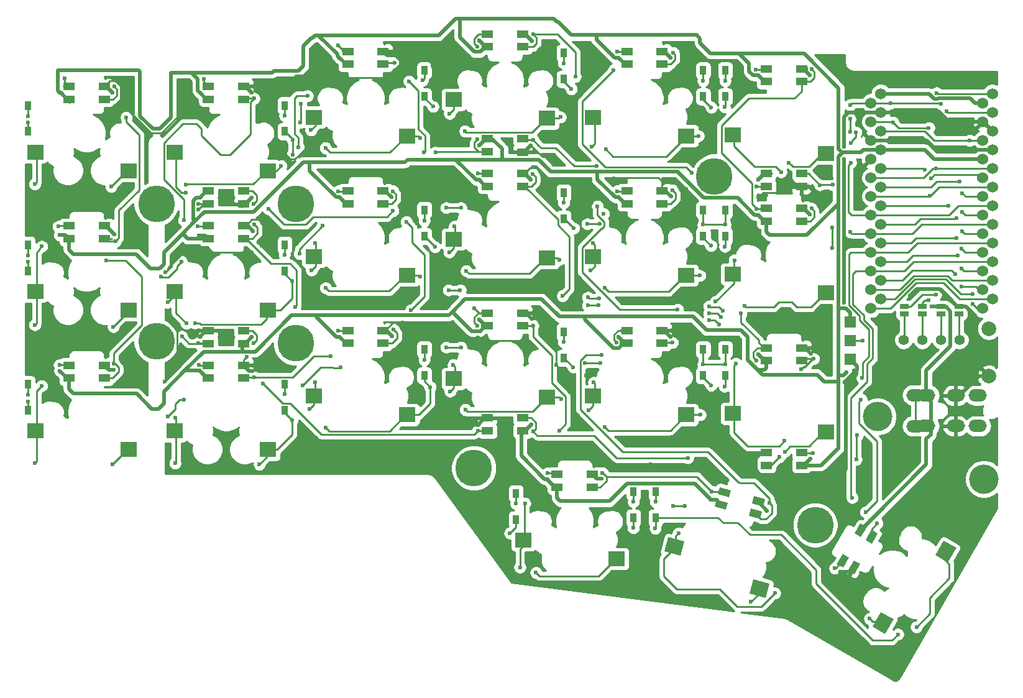
<source format=gtl>
G04 #@! TF.GenerationSoftware,KiCad,Pcbnew,(5.1.2)-1*
G04 #@! TF.CreationDate,2020-04-25T11:30:18-05:00*
G04 #@! TF.ProjectId,corneWS2812,636f726e-6557-4533-9238-31322e6b6963,2.1*
G04 #@! TF.SameCoordinates,Original*
G04 #@! TF.FileFunction,Copper,L1,Top*
G04 #@! TF.FilePolarity,Positive*
%FSLAX46Y46*%
G04 Gerber Fmt 4.6, Leading zero omitted, Abs format (unit mm)*
G04 Created by KiCad (PCBNEW (5.1.2)-1) date 2020-04-25 11:30:18*
%MOMM*%
%LPD*%
G04 APERTURE LIST*
%ADD10R,1.600000X1.000000*%
%ADD11C,1.000000*%
%ADD12C,0.100000*%
%ADD13O,2.500000X1.700000*%
%ADD14R,2.300000X2.000000*%
%ADD15C,2.000000*%
%ADD16C,1.524000*%
%ADD17R,0.950000X1.300000*%
%ADD18R,1.143000X0.635000*%
%ADD19R,1.524000X1.524000*%
%ADD20C,1.397000*%
%ADD21C,5.000000*%
%ADD22C,4.000000*%
%ADD23C,0.600000*%
%ADD24C,0.250000*%
%ADD25C,0.500000*%
%ADD26C,0.254000*%
G04 APERTURE END LIST*
D10*
X167413000Y-120611000D03*
X167400000Y-122389000D03*
X162600000Y-120597000D03*
X162600000Y-122403000D03*
X129413000Y-115911000D03*
X129400000Y-117689000D03*
X124600000Y-115897000D03*
X124600000Y-117703000D03*
X91413000Y-104011000D03*
X91400000Y-105789000D03*
X86600000Y-103997000D03*
X86600000Y-105803000D03*
X86587000Y-86789000D03*
X86600000Y-85011000D03*
X91400000Y-86803000D03*
X91400000Y-84997000D03*
X124587000Y-79689000D03*
X124600000Y-77911000D03*
X129400000Y-79703000D03*
X129400000Y-77897000D03*
X162587000Y-84389000D03*
X162600000Y-82611000D03*
X167400000Y-84403000D03*
X167400000Y-82597000D03*
X167400000Y-89125000D03*
X167400000Y-87375000D03*
X162600000Y-89125000D03*
X162600000Y-87375000D03*
X138900000Y-125375000D03*
X138900000Y-123625000D03*
X134100000Y-125375000D03*
X134100000Y-123625000D03*
X72400000Y-110500000D03*
X72400000Y-108750000D03*
X67600000Y-110500000D03*
X67600000Y-108750000D03*
X148400000Y-86750000D03*
X148400000Y-85000000D03*
X143600000Y-86750000D03*
X143600000Y-85000000D03*
D11*
X173042228Y-135390961D03*
D12*
G36*
X173009215Y-134448141D02*
G01*
X173875241Y-134948141D01*
X173075241Y-136333781D01*
X172209215Y-135833781D01*
X173009215Y-134448141D01*
X173009215Y-134448141D01*
G37*
D11*
X174557772Y-136265961D03*
D12*
G36*
X174524759Y-135323141D02*
G01*
X175390785Y-135823141D01*
X174590785Y-137208781D01*
X173724759Y-136708781D01*
X174524759Y-135323141D01*
X174524759Y-135323141D01*
G37*
D11*
X175442228Y-131234039D03*
D12*
G36*
X175409215Y-130291219D02*
G01*
X176275241Y-130791219D01*
X175475241Y-132176859D01*
X174609215Y-131676859D01*
X175409215Y-130291219D01*
X175409215Y-130291219D01*
G37*
D11*
X176957772Y-132109039D03*
D12*
G36*
X176924759Y-131166219D02*
G01*
X177790785Y-131666219D01*
X176990785Y-133051859D01*
X176124759Y-132551859D01*
X176924759Y-131166219D01*
X176924759Y-131166219D01*
G37*
D11*
X161091755Y-128966351D03*
D12*
G36*
X160189605Y-129242259D02*
G01*
X160448424Y-128276333D01*
X161993905Y-128690443D01*
X161735086Y-129656369D01*
X160189605Y-129242259D01*
X160189605Y-129242259D01*
G37*
D11*
X161544689Y-127275981D03*
D12*
G36*
X160642539Y-127551889D02*
G01*
X160901358Y-126585963D01*
X162446839Y-127000073D01*
X162188020Y-127965999D01*
X160642539Y-127551889D01*
X160642539Y-127551889D01*
G37*
D11*
X156455311Y-127724019D03*
D12*
G36*
X155553161Y-127999927D02*
G01*
X155811980Y-127034001D01*
X157357461Y-127448111D01*
X157098642Y-128414037D01*
X155553161Y-127999927D01*
X155553161Y-127999927D01*
G37*
D11*
X156908245Y-126033649D03*
D12*
G36*
X156006095Y-126309557D02*
G01*
X156264914Y-125343631D01*
X157810395Y-125757741D01*
X157551576Y-126723667D01*
X156006095Y-126309557D01*
X156006095Y-126309557D01*
G37*
D10*
X167400000Y-108125000D03*
X167400000Y-106375000D03*
X162600000Y-108125000D03*
X162600000Y-106375000D03*
X148400000Y-105750000D03*
X148400000Y-104000000D03*
X143600000Y-105750000D03*
X143600000Y-104000000D03*
X129400000Y-103375000D03*
X129400000Y-101625000D03*
X124600000Y-103375000D03*
X124600000Y-101625000D03*
X110400000Y-105750000D03*
X110400000Y-104000000D03*
X105600000Y-105750000D03*
X105600000Y-104000000D03*
X91400000Y-110500000D03*
X91400000Y-108750000D03*
X86600000Y-110500000D03*
X86600000Y-108750000D03*
X129400000Y-84375000D03*
X129400000Y-82625000D03*
X124600000Y-84375000D03*
X124600000Y-82625000D03*
X110400000Y-86750000D03*
X110400000Y-85000000D03*
X105600000Y-86750000D03*
X105600000Y-85000000D03*
X91400000Y-91500000D03*
X91400000Y-89750000D03*
X86600000Y-91500000D03*
X86600000Y-89750000D03*
X72400000Y-91500000D03*
X72400000Y-89750000D03*
X67600000Y-91500000D03*
X67600000Y-89750000D03*
X167400000Y-70125000D03*
X167400000Y-68375000D03*
X162600000Y-70125000D03*
X162600000Y-68375000D03*
X148400000Y-67750000D03*
X148400000Y-66000000D03*
X143600000Y-67750000D03*
X143600000Y-66000000D03*
X129400000Y-65375000D03*
X129400000Y-63625000D03*
X124600000Y-65375000D03*
X124600000Y-63625000D03*
X110400000Y-67750000D03*
X110400000Y-66000000D03*
X105600000Y-67750000D03*
X105600000Y-66000000D03*
X91400000Y-72500000D03*
X91400000Y-70750000D03*
X86600000Y-72500000D03*
X86600000Y-70750000D03*
X72400000Y-72500000D03*
X72400000Y-70750000D03*
X67600000Y-72500000D03*
X67600000Y-70750000D03*
D13*
X184400000Y-112850000D03*
X182900000Y-117050000D03*
X191400000Y-112850000D03*
X188400000Y-112850000D03*
X191400000Y-117022000D03*
X188400000Y-117022000D03*
X184400000Y-117022000D03*
X182900000Y-112822000D03*
D14*
X170700000Y-117870000D03*
X158000000Y-115330000D03*
X113700000Y-77495000D03*
X101000000Y-74955000D03*
D15*
X187034050Y-134123655D03*
D12*
G36*
X187325075Y-135619584D02*
G01*
X185593025Y-134619584D01*
X186743025Y-132627726D01*
X188475075Y-133627726D01*
X187325075Y-135619584D01*
X187325075Y-135619584D01*
G37*
D15*
X178484346Y-143852178D03*
D12*
G36*
X178775371Y-145348107D02*
G01*
X177043321Y-144348107D01*
X178193321Y-142356249D01*
X179925371Y-143356249D01*
X178775371Y-145348107D01*
X178775371Y-145348107D01*
G37*
D14*
X75700000Y-82245000D03*
X63000000Y-79705000D03*
X142200000Y-135120000D03*
X129500000Y-132580000D03*
X113700000Y-115495000D03*
X101000000Y-112955000D03*
X94700000Y-120245000D03*
X82000000Y-117705000D03*
X75700000Y-120245000D03*
X63000000Y-117705000D03*
X170700000Y-98870000D03*
X158000000Y-96330000D03*
X151700000Y-96495000D03*
X139000000Y-93955000D03*
X132700000Y-94120000D03*
X120000000Y-91580000D03*
X113700000Y-96495000D03*
X101000000Y-93955000D03*
X94700000Y-101245000D03*
X82000000Y-98705000D03*
X75700000Y-101245000D03*
X63000000Y-98705000D03*
X170700000Y-79870000D03*
X158000000Y-77330000D03*
X151700000Y-77495000D03*
X139000000Y-74955000D03*
X94700000Y-82245000D03*
X82000000Y-79705000D03*
X151700000Y-115495000D03*
X139000000Y-112955000D03*
D15*
X161680624Y-139170809D03*
D12*
G36*
X160310990Y-139839093D02*
G01*
X160828628Y-137907241D01*
X163050258Y-138502525D01*
X162532620Y-140434377D01*
X160310990Y-139839093D01*
X160310990Y-139839093D01*
G37*
D15*
X150070766Y-133430355D03*
D12*
G36*
X148701132Y-134098639D02*
G01*
X149218770Y-132166787D01*
X151440400Y-132762071D01*
X150922762Y-134693923D01*
X148701132Y-134098639D01*
X148701132Y-134098639D01*
G37*
D14*
X132700000Y-75120000D03*
X120000000Y-72580000D03*
X132700000Y-113120000D03*
X120000000Y-110580000D03*
D16*
X192100000Y-73042000D03*
X192100000Y-75582000D03*
X192100000Y-78122000D03*
X192100000Y-80662000D03*
X192100000Y-83202000D03*
X192100000Y-85742000D03*
X192100000Y-88282000D03*
X192100000Y-90822000D03*
X192100000Y-93362000D03*
X192100000Y-95902000D03*
X192100000Y-98442000D03*
X192100000Y-100982000D03*
X176860000Y-100982000D03*
X176860000Y-98442000D03*
X176860000Y-95902000D03*
X176860000Y-93362000D03*
X176860000Y-90822000D03*
X176860000Y-88282000D03*
X176860000Y-85742000D03*
X176860000Y-83202000D03*
X176860000Y-80662000D03*
X176860000Y-78122000D03*
X176860000Y-75582000D03*
X176860000Y-73042000D03*
X193406400Y-71772000D03*
X193406400Y-74312000D03*
X193406400Y-76852000D03*
X193406400Y-79392000D03*
X193406400Y-81932000D03*
X193406400Y-84472000D03*
X193406400Y-87012000D03*
X193406400Y-89552000D03*
X193406400Y-92092000D03*
X193406400Y-94632000D03*
X193406400Y-97172000D03*
X193406400Y-99712000D03*
X178186400Y-99712000D03*
X178186400Y-97172000D03*
X178186400Y-94632000D03*
X178186400Y-92092000D03*
X178186400Y-89552000D03*
X178186400Y-87012000D03*
X178186400Y-84472000D03*
X178186400Y-81932000D03*
X178186400Y-79392000D03*
X178186400Y-76852000D03*
X178186400Y-74312000D03*
X178186400Y-71772000D03*
D17*
X154000000Y-72150000D03*
X154000000Y-68600000D03*
X62000000Y-76900000D03*
X62000000Y-73350000D03*
X97000000Y-76900000D03*
X97000000Y-73350000D03*
X116000000Y-72150000D03*
X116000000Y-68600000D03*
X135000000Y-69775000D03*
X135000000Y-66225000D03*
X157000000Y-72150000D03*
X157000000Y-68600000D03*
X62000000Y-95900000D03*
X62000000Y-92350000D03*
X97000000Y-95900000D03*
X97000000Y-92350000D03*
X116000000Y-91150000D03*
X116000000Y-87600000D03*
X135000000Y-88775000D03*
X135000000Y-85225000D03*
X154000000Y-91150000D03*
X154000000Y-87600000D03*
X157000000Y-91150000D03*
X157000000Y-87600000D03*
X62000000Y-114900000D03*
X62000000Y-111350000D03*
X97000000Y-114900000D03*
X97000000Y-111350000D03*
X116000000Y-110150000D03*
X116000000Y-106600000D03*
X135000000Y-107775000D03*
X135000000Y-104225000D03*
X157000000Y-110150000D03*
X157000000Y-106600000D03*
X128500000Y-129775000D03*
X128500000Y-126225000D03*
X144500000Y-129525000D03*
X144500000Y-125975000D03*
X147500000Y-129525000D03*
X147500000Y-125975000D03*
X154000000Y-110150000D03*
X154000000Y-106600000D03*
D18*
X188875000Y-100749620D03*
X188875000Y-101750380D03*
X186375000Y-100749620D03*
X186375000Y-101750380D03*
X183875000Y-100749620D03*
X183875000Y-101750380D03*
X181375000Y-100749620D03*
X181375000Y-101750380D03*
D19*
X174000000Y-102820000D03*
X174000000Y-105360000D03*
X174000000Y-107900000D03*
D20*
X181300000Y-105300000D03*
X183840000Y-105300000D03*
X186380000Y-105300000D03*
X188920000Y-105300000D03*
D21*
X79500000Y-105500000D03*
D22*
X177750000Y-115750000D03*
X192250000Y-124250000D03*
D21*
X79500000Y-86750000D03*
X98500000Y-86750000D03*
X98500000Y-105750000D03*
X155500000Y-83000000D03*
X122750000Y-122750000D03*
X169250000Y-130500000D03*
D15*
X192900000Y-103750000D03*
X192900000Y-110250000D03*
D23*
X140440000Y-88110000D03*
X178593750Y-111125000D03*
X174800000Y-77000000D03*
X174100000Y-78500000D03*
X174100000Y-81150000D03*
X157000000Y-70000000D03*
X154000000Y-70000000D03*
X62000000Y-74800000D03*
X97000000Y-74750000D03*
X135000000Y-67600000D03*
X115750000Y-69950000D03*
X62000000Y-75650000D03*
X73350000Y-84400000D03*
X102140000Y-89750000D03*
X98980000Y-93530000D03*
X154000000Y-89600000D03*
X138200000Y-89500000D03*
X139900000Y-89500000D03*
X157000000Y-89600000D03*
X62000000Y-93800000D03*
X135000000Y-86600000D03*
X119000000Y-87300000D03*
X121000000Y-87300000D03*
X116000000Y-89050000D03*
X96950000Y-93700000D03*
X82900000Y-94600000D03*
X174000000Y-90600000D03*
X80125000Y-96631040D03*
X98050000Y-80050000D03*
X96500000Y-81600000D03*
X98050000Y-78050000D03*
X83500000Y-84100000D03*
X157000000Y-108600000D03*
X154000000Y-108600000D03*
X62000000Y-112750000D03*
X135000000Y-105600000D03*
X116000000Y-108000000D03*
X137900000Y-108400000D03*
X140000000Y-108400000D03*
X121000000Y-106300000D03*
X119000000Y-106300000D03*
X97000000Y-112700000D03*
X83300000Y-113400000D03*
X81100000Y-115700000D03*
X99400000Y-111500000D03*
X104640000Y-109030000D03*
X175675000Y-110500000D03*
X115480000Y-77780000D03*
X117180000Y-73510000D03*
X102540000Y-79150000D03*
X174300000Y-126800000D03*
X149900000Y-127900000D03*
X151500000Y-127900000D03*
X147500000Y-127350000D03*
X144500000Y-127350000D03*
X128500000Y-127600000D03*
X134540000Y-74940000D03*
X136050000Y-71130000D03*
X121550000Y-76860000D03*
X153360000Y-77510000D03*
X155100000Y-73620000D03*
X140730000Y-79350000D03*
X156910000Y-73580000D03*
X165690000Y-81144990D03*
X62000000Y-94650000D03*
X73650000Y-103500000D03*
X98000000Y-97300000D03*
X84750000Y-103000000D03*
X115420000Y-96670000D03*
X117460000Y-92620000D03*
X102570000Y-98210000D03*
X134420000Y-94350000D03*
X136350000Y-90080000D03*
X121730000Y-95890000D03*
X153540000Y-96530000D03*
X155070000Y-92450000D03*
X140570000Y-98180000D03*
X159610000Y-100620000D03*
X156950000Y-92580000D03*
X62000000Y-113650000D03*
X73550000Y-122250000D03*
X98000000Y-116250000D03*
X93550000Y-122250000D03*
X116790000Y-111700000D03*
X102570000Y-117240000D03*
X134650000Y-113340000D03*
X136280000Y-109010000D03*
X121590000Y-114780000D03*
X153600000Y-115500000D03*
X155080000Y-111480000D03*
X140620000Y-117180000D03*
X156900000Y-111630000D03*
X165100000Y-120520000D03*
X127660000Y-131620000D03*
X131230000Y-136990000D03*
X144490000Y-130900000D03*
X160520000Y-140970000D03*
X183050000Y-144400000D03*
X147480000Y-130960000D03*
X180520000Y-145400000D03*
X152050000Y-66010000D03*
X173200000Y-80650000D03*
X173200000Y-78950000D03*
X190400000Y-70900000D03*
X173400000Y-120300000D03*
X173300000Y-111100000D03*
X173200000Y-100200000D03*
X188840000Y-75670000D03*
X189999998Y-79360000D03*
X182160000Y-99280000D03*
X162718750Y-128587500D03*
X161131250Y-121443750D03*
X172682687Y-136874708D03*
X140195102Y-124194822D03*
X123290000Y-116900000D03*
X73720000Y-109360000D03*
X73790000Y-90940000D03*
X92670000Y-90450000D03*
X92530721Y-85900000D03*
X73530722Y-71625000D03*
X92530722Y-71625000D03*
X111696023Y-66562958D03*
X130680000Y-64590000D03*
X149548239Y-66858792D03*
X168530722Y-69250000D03*
X165869279Y-83500000D03*
X168534186Y-88246916D03*
X149612902Y-85781982D03*
X130530721Y-78800000D03*
X130530721Y-83500000D03*
X111530721Y-85875001D03*
X92602530Y-109546601D03*
X85428351Y-104859484D03*
X111670000Y-104790000D03*
X130660000Y-102430000D03*
X149530721Y-104875000D03*
X168670000Y-107160000D03*
X169740000Y-85660000D03*
X173510000Y-72025000D03*
X173510000Y-69140000D03*
X171529442Y-83284442D03*
X169800000Y-82570000D03*
X151260000Y-69390000D03*
X164880000Y-83590000D03*
X164880000Y-83590000D03*
X151640000Y-84760000D03*
X152630000Y-86520000D03*
X151660000Y-104140000D03*
X154290000Y-118650000D03*
X132690000Y-104690000D03*
X118300000Y-104670000D03*
X123340000Y-104980000D03*
X138080000Y-110100000D03*
X136680000Y-115910000D03*
X76390000Y-109780000D03*
X81040000Y-101550000D03*
X76280000Y-92080000D03*
X91830000Y-107624990D03*
X113040000Y-102950000D03*
X139640000Y-68450000D03*
X137900000Y-70690000D03*
X122626117Y-67475000D03*
X116940000Y-66200000D03*
X119420000Y-70540000D03*
X102900000Y-68930000D03*
X93760000Y-73970000D03*
X83350000Y-70820000D03*
X99910000Y-77940000D03*
X133160000Y-83640000D03*
X135170000Y-78780000D03*
X133310000Y-80360000D03*
X161520000Y-85840000D03*
X141880000Y-83280000D03*
X139710000Y-85010000D03*
X94460000Y-90410000D03*
X80620000Y-111020000D03*
X81240000Y-90320000D03*
X93840000Y-92400000D03*
X92480000Y-93380000D03*
X80750000Y-96060000D03*
X115820000Y-81760000D03*
X166360000Y-123900000D03*
X130030000Y-105410000D03*
X134000000Y-108690000D03*
X181768750Y-107950000D03*
X180181250Y-123031250D03*
X146843750Y-122237500D03*
X69850000Y-86518750D03*
X69850000Y-105568750D03*
X75406250Y-70643750D03*
X185100000Y-100700000D03*
X172410000Y-120020000D03*
X173500000Y-109700000D03*
X176753759Y-129922509D03*
X155078738Y-127108173D03*
X132816974Y-124254181D03*
X130570650Y-116839411D03*
X66371252Y-109507249D03*
X66299998Y-91000000D03*
X85299998Y-91070000D03*
X85469279Y-85900000D03*
X66469279Y-71625000D03*
X85469279Y-71625001D03*
X104469279Y-66874999D03*
X123454388Y-64513678D03*
X142469278Y-66875000D03*
X161469279Y-69249999D03*
X161469280Y-83500000D03*
X161469279Y-88250001D03*
X142469278Y-85875000D03*
X123469279Y-78800000D03*
X123469280Y-83500000D03*
X104469279Y-85875001D03*
X85352784Y-109473608D03*
X92530721Y-104900000D03*
X104469279Y-104875000D03*
X123469279Y-102500000D03*
X142469279Y-104875000D03*
X161469279Y-107250000D03*
X168587500Y-121487500D03*
X99200000Y-73100000D03*
X99100000Y-75700000D03*
X63900000Y-111550000D03*
X62950000Y-122100000D03*
X63900000Y-92550000D03*
X62950000Y-103250000D03*
X62950000Y-84050000D03*
X185000000Y-83300000D03*
X184200000Y-82100000D03*
X82050000Y-122100000D03*
X82100000Y-115900000D03*
X83600000Y-103050000D03*
X98850000Y-79100000D03*
X100100000Y-72050000D03*
X83500000Y-85200000D03*
X189300000Y-85300000D03*
X188900000Y-83700000D03*
X81040390Y-100182952D03*
X100350000Y-114730000D03*
X101110000Y-92070000D03*
X100640000Y-95810000D03*
X100580000Y-76720000D03*
X156690000Y-101360000D03*
X154800000Y-100700000D03*
X119300000Y-98500000D03*
X120900000Y-98500000D03*
X138300000Y-99500000D03*
X139800000Y-99600000D03*
X101150000Y-111100000D03*
X189300000Y-87900000D03*
X187400000Y-87000000D03*
X119520000Y-112300000D03*
X119400000Y-93350000D03*
X119450000Y-74450000D03*
X129710000Y-127560000D03*
X154800000Y-101700000D03*
X156400000Y-102200000D03*
X138300000Y-100600000D03*
X139700000Y-100600000D03*
X119970000Y-108690000D03*
X120110000Y-89830000D03*
X129030000Y-136260000D03*
X189300000Y-90500000D03*
X188500000Y-88700000D03*
X163750000Y-139790000D03*
X138420000Y-114850000D03*
X150660000Y-131610000D03*
X156200000Y-103200000D03*
X154800000Y-102600000D03*
X139090000Y-111090000D03*
X138640000Y-95840000D03*
X139000000Y-92120000D03*
X138780000Y-78960000D03*
X189200000Y-92900000D03*
X188500000Y-91400000D03*
X158250000Y-94430000D03*
X171600000Y-92800000D03*
X171600000Y-89950000D03*
X165060000Y-119050000D03*
X176670000Y-143260000D03*
X174840000Y-121580000D03*
X174960000Y-118300000D03*
X155690000Y-100080000D03*
X158440000Y-108530000D03*
X189200000Y-95600000D03*
X188700000Y-93800000D03*
X164602080Y-82414017D03*
X179500000Y-73042000D03*
X175700000Y-105360000D03*
X186400000Y-73160000D03*
X185781882Y-71653459D03*
X174000000Y-73300000D03*
X171620000Y-84160000D03*
X174000000Y-75200000D03*
X174000000Y-76950000D03*
X169900000Y-84200000D03*
X187180000Y-74190000D03*
X179860000Y-75650000D03*
X184740000Y-76400000D03*
X190300000Y-78122000D03*
X184900000Y-85700000D03*
X184700000Y-99900000D03*
X185700000Y-99100000D03*
X185700000Y-81900000D03*
X189200000Y-98000000D03*
X188300000Y-96300000D03*
X190700000Y-100400000D03*
X190700000Y-99000000D03*
X73938905Y-91851756D03*
X66970000Y-69690000D03*
X75410000Y-74970000D03*
X85940000Y-69749998D03*
X73749553Y-70783169D03*
X85144667Y-89844671D03*
X92806178Y-72410206D03*
X83250000Y-89000000D03*
X111746532Y-85030150D03*
X104260000Y-65140000D03*
X113930000Y-70060000D03*
X115960000Y-79780000D03*
X123190024Y-65309976D03*
X112005502Y-67505159D03*
X130820583Y-63669921D03*
X123294308Y-82614310D03*
X136580000Y-69420000D03*
X142239084Y-66044532D03*
X149789206Y-84897625D03*
X141800000Y-68550000D03*
X152430000Y-82570000D03*
X149938816Y-66160614D03*
X161160928Y-68497689D03*
X168748496Y-68407113D03*
X161249581Y-87409037D03*
X66144669Y-89844669D03*
X73700001Y-108560249D03*
X72710000Y-94450000D03*
X92821439Y-89540777D03*
X85278796Y-108677034D03*
X98390000Y-100840000D03*
X104253841Y-85029778D03*
X111815781Y-103875120D03*
X113570000Y-89225000D03*
X114210000Y-101210000D03*
X130751537Y-82660155D03*
X123252012Y-103343394D03*
X122800000Y-100960000D03*
X134850000Y-99290000D03*
X142253436Y-85030180D03*
X149806177Y-105660205D03*
X139600000Y-87090000D03*
X150500000Y-101125000D03*
X168747801Y-87399869D03*
X161242762Y-108084144D03*
X159130000Y-101705000D03*
X66294652Y-108710923D03*
X92853913Y-110355879D03*
X104250712Y-104032905D03*
X103250000Y-107500000D03*
X130811069Y-103339593D03*
X132771539Y-123455470D03*
X134380000Y-117630000D03*
X142163514Y-105629897D03*
X163017675Y-127480772D03*
X140180000Y-107320000D03*
X169055008Y-107861265D03*
X177707772Y-130294064D03*
X167373132Y-109275010D03*
X175510000Y-113400000D03*
X176130000Y-128740000D03*
X140268872Y-123398229D03*
X155180000Y-125930000D03*
X171932687Y-136387978D03*
X168910129Y-120749468D03*
X123254099Y-77954518D03*
X92757448Y-86733934D03*
X117520000Y-79750000D03*
X111740000Y-87730000D03*
X94800000Y-87480000D03*
X85247467Y-86738850D03*
X85229610Y-105721405D03*
X85247466Y-87490000D03*
X82975000Y-104830000D03*
X161264309Y-84355691D03*
X130834743Y-78043361D03*
X139525145Y-81616002D03*
X92746087Y-105745295D03*
X123299998Y-117699939D03*
X94020000Y-111220000D03*
X130820000Y-117750000D03*
X164370000Y-121240000D03*
X151910000Y-121380000D03*
D24*
X174800000Y-77000000D02*
X174800000Y-77600000D01*
X174800000Y-77600000D02*
X174300000Y-78100000D01*
X174300000Y-78100000D02*
X174300000Y-78300000D01*
X174300000Y-78300000D02*
X174100000Y-78500000D01*
X174182000Y-88282000D02*
X176860000Y-88282000D01*
X173775002Y-87875002D02*
X174182000Y-88282000D01*
X173775002Y-81474998D02*
X173775002Y-87875002D01*
X174100000Y-81150000D02*
X173775002Y-81474998D01*
X157000000Y-68600000D02*
X157000000Y-70000000D01*
X154000000Y-70000000D02*
X154000000Y-68600000D01*
X62000000Y-74800000D02*
X62000000Y-73350000D01*
X97000000Y-74750000D02*
X97000000Y-73350000D01*
X135000000Y-67600000D02*
X135000000Y-66225000D01*
X116000000Y-69700000D02*
X116000000Y-68600000D01*
X115750000Y-69950000D02*
X116000000Y-69700000D01*
X176860000Y-88282000D02*
X187518000Y-88282000D01*
X187518000Y-88282000D02*
X188788000Y-87012000D01*
X188788000Y-87012000D02*
X193406400Y-87012000D01*
X62000000Y-75650000D02*
X62000000Y-76900000D01*
X75500000Y-82250000D02*
X73350000Y-84400000D01*
X75500000Y-82245000D02*
X75500000Y-82250000D01*
X98980000Y-92910000D02*
X98980000Y-93530000D01*
X98980000Y-92910000D02*
X102140000Y-89750000D01*
X157000000Y-87600000D02*
X157000000Y-89600000D01*
X154000000Y-87600000D02*
X154000000Y-89600000D01*
X139900000Y-89500000D02*
X138200000Y-89500000D01*
X154000000Y-89600000D02*
X157000000Y-89600000D01*
X62000000Y-92350000D02*
X62000000Y-93800000D01*
X135000000Y-86600000D02*
X135000000Y-85225000D01*
X121000000Y-87300000D02*
X119000000Y-87300000D01*
X116000000Y-89050000D02*
X116000000Y-87600000D01*
X97000000Y-93650000D02*
X97000000Y-92350000D01*
X96950000Y-93700000D02*
X97000000Y-93650000D01*
X82300000Y-95200000D02*
X82300000Y-95600000D01*
X82900000Y-94600000D02*
X82300000Y-95200000D01*
X176860000Y-90822000D02*
X182478000Y-90822000D01*
X183748000Y-89552000D02*
X193406400Y-89552000D01*
X182478000Y-90822000D02*
X183748000Y-89552000D01*
X174000000Y-90600000D02*
X174222000Y-90822000D01*
X174222000Y-90822000D02*
X176860000Y-90822000D01*
X81115000Y-96785000D02*
X80940175Y-96785000D01*
X82300000Y-95600000D02*
X81115000Y-96785000D01*
X80940175Y-96785000D02*
X80278960Y-96785000D01*
X80278960Y-96785000D02*
X80125000Y-96631040D01*
X98050000Y-78050000D02*
X98050000Y-80050000D01*
X98050000Y-78050000D02*
X98050000Y-77950000D01*
X98050000Y-77950000D02*
X97000000Y-76900000D01*
X95855000Y-82245000D02*
X96500000Y-81600000D01*
X92670000Y-84075000D02*
X94500000Y-82245000D01*
X94500000Y-82245000D02*
X95855000Y-82245000D01*
X83525000Y-84075000D02*
X92670000Y-84075000D01*
X83500000Y-84100000D02*
X83525000Y-84075000D01*
X154000000Y-108550000D02*
X154000000Y-108600000D01*
X62000000Y-112750000D02*
X62000000Y-111350000D01*
X135000000Y-105600000D02*
X135000000Y-104225000D01*
X116000000Y-106600000D02*
X116000000Y-108000000D01*
X176860000Y-93362000D02*
X181938000Y-93362000D01*
X183208000Y-92092000D02*
X193406400Y-92092000D01*
X181938000Y-93362000D02*
X183208000Y-92092000D01*
X154000000Y-108600000D02*
X157000000Y-108600000D01*
X140000000Y-108400000D02*
X137900000Y-108400000D01*
X121000000Y-106300000D02*
X119000000Y-106300000D01*
X157000000Y-106565000D02*
X157000000Y-108600000D01*
X97000000Y-111350000D02*
X97000000Y-112700000D01*
X82700000Y-113400000D02*
X83300000Y-113400000D01*
X82100000Y-114000000D02*
X82700000Y-113400000D01*
X82100000Y-114700000D02*
X82100000Y-114000000D01*
X81100000Y-115700000D02*
X82100000Y-114700000D01*
X174138000Y-93362000D02*
X176860000Y-93362000D01*
X175300000Y-102000000D02*
X173900000Y-100600000D01*
X175700000Y-108400000D02*
X176600000Y-107500000D01*
X175700000Y-110500000D02*
X175700000Y-108400000D01*
X176600000Y-103900000D02*
X175300000Y-102600000D01*
X176600000Y-107500000D02*
X176600000Y-103900000D01*
X173900000Y-100600000D02*
X173900000Y-93600000D01*
X175300000Y-102600000D02*
X175300000Y-102000000D01*
X173900000Y-93600000D02*
X174138000Y-93362000D01*
X154000000Y-108550000D02*
X154000000Y-106565000D01*
X104540000Y-109130000D02*
X104640000Y-109030000D01*
X103500000Y-109000000D02*
X103630000Y-109130000D01*
X101900000Y-109000000D02*
X103500000Y-109000000D01*
X103630000Y-109130000D02*
X104540000Y-109130000D01*
X99400000Y-111500000D02*
X101900000Y-109000000D01*
X115195000Y-77495000D02*
X113500000Y-77495000D01*
X115480000Y-77780000D02*
X115195000Y-77495000D01*
X116000000Y-72150000D02*
X116000000Y-72330000D01*
X116000000Y-72330000D02*
X117180000Y-73510000D01*
X113500000Y-77495000D02*
X113500000Y-77580000D01*
X113500000Y-77580000D02*
X111310000Y-79770000D01*
X111310000Y-79770000D02*
X103160000Y-79770000D01*
X103160000Y-79770000D02*
X102540000Y-79150000D01*
X149900000Y-127900000D02*
X151500000Y-127900000D01*
X147500000Y-127350000D02*
X147500000Y-125975000D01*
X144500000Y-125975000D02*
X144500000Y-127350000D01*
X128500000Y-127600000D02*
X128500000Y-126225000D01*
X176860000Y-95902000D02*
X181398000Y-95902000D01*
X182668000Y-94632000D02*
X193406400Y-94632000D01*
X181398000Y-95902000D02*
X182668000Y-94632000D01*
X174100000Y-113200000D02*
X176118199Y-111181801D01*
X174100000Y-126600000D02*
X174100000Y-113200000D01*
X174300000Y-126800000D02*
X174100000Y-126600000D01*
X176300000Y-108600000D02*
X177100000Y-107800000D01*
X175900000Y-102563602D02*
X175900000Y-101949998D01*
X175900000Y-101949998D02*
X174400000Y-100449998D01*
X176300000Y-111000000D02*
X176300000Y-108600000D01*
X177100000Y-107800000D02*
X177100000Y-103763602D01*
X174400000Y-96300000D02*
X174798000Y-95902000D01*
X176860000Y-95902000D02*
X174798000Y-95902000D01*
X177100000Y-103763602D02*
X175900000Y-102563602D01*
X174400000Y-100449998D02*
X174400000Y-96300000D01*
X176118199Y-111181801D02*
X176300000Y-111000000D01*
X134360000Y-75120000D02*
X132500000Y-75120000D01*
X134540000Y-74940000D02*
X134360000Y-75120000D01*
X135000000Y-69775000D02*
X135000000Y-70080000D01*
X135000000Y-70080000D02*
X136050000Y-71130000D01*
X132500000Y-75120000D02*
X132500000Y-75240000D01*
X132500000Y-75240000D02*
X130700000Y-77040000D01*
X130700000Y-77040000D02*
X121730000Y-77040000D01*
X121730000Y-77040000D02*
X121550000Y-76860000D01*
X153345000Y-77495000D02*
X151500000Y-77495000D01*
X153360000Y-77510000D02*
X153345000Y-77495000D01*
X154000000Y-72150000D02*
X154000000Y-72520000D01*
X154000000Y-72520000D02*
X155100000Y-73620000D01*
X151500000Y-77495000D02*
X151500000Y-77770000D01*
X151500000Y-77770000D02*
X148970000Y-80300000D01*
X148970000Y-80300000D02*
X141680000Y-80300000D01*
X141680000Y-80300000D02*
X140730000Y-79350000D01*
X157000000Y-73490000D02*
X157000000Y-72150000D01*
X156910000Y-73580000D02*
X157000000Y-73490000D01*
X165989999Y-81444989D02*
X165690000Y-81144990D01*
X166200011Y-81655001D02*
X165989999Y-81444989D01*
X168416001Y-81655001D02*
X166200011Y-81655001D01*
X170201002Y-79870000D02*
X168416001Y-81655001D01*
X170700000Y-79870000D02*
X170201002Y-79870000D01*
X62000000Y-94650000D02*
X62000000Y-95900000D01*
X75500000Y-101245000D02*
X75500000Y-101650000D01*
X75500000Y-101650000D02*
X73650000Y-103500000D01*
X97000000Y-95900000D02*
X97000000Y-96300000D01*
X97000000Y-96300000D02*
X98000000Y-97300000D01*
X94500000Y-101245000D02*
X96355000Y-101245000D01*
X98000000Y-99600000D02*
X98000000Y-97300000D01*
X96355000Y-101245000D02*
X98000000Y-99600000D01*
X84750000Y-103000000D02*
X85400000Y-103000000D01*
X94500000Y-102400000D02*
X94500000Y-101245000D01*
X93750000Y-103150000D02*
X94500000Y-102400000D01*
X85550000Y-103150000D02*
X93750000Y-103150000D01*
X85400000Y-103000000D02*
X85550000Y-103150000D01*
X115245000Y-96495000D02*
X113500000Y-96495000D01*
X115420000Y-96670000D02*
X115245000Y-96495000D01*
X116000000Y-91150000D02*
X116000000Y-91160000D01*
X116000000Y-91160000D02*
X117460000Y-92620000D01*
X113500000Y-96495000D02*
X113395000Y-96495000D01*
X113395000Y-96495000D02*
X111230000Y-98660000D01*
X111230000Y-98660000D02*
X103020000Y-98660000D01*
X103020000Y-98660000D02*
X102570000Y-98210000D01*
X134190000Y-94120000D02*
X132500000Y-94120000D01*
X134420000Y-94350000D02*
X134190000Y-94120000D01*
X135000000Y-88775000D02*
X135045000Y-88775000D01*
X135045000Y-88775000D02*
X136350000Y-90080000D01*
X121730000Y-95890000D02*
X122120000Y-96280000D01*
X122120000Y-96280000D02*
X130340000Y-96280000D01*
X130340000Y-96280000D02*
X132500000Y-94120000D01*
X153505000Y-96495000D02*
X151500000Y-96495000D01*
X153540000Y-96530000D02*
X153505000Y-96495000D01*
X155070000Y-92450000D02*
X154000000Y-91380000D01*
X154000000Y-91380000D02*
X154000000Y-91150000D01*
X151500000Y-96495000D02*
X151500000Y-96530000D01*
X151500000Y-96530000D02*
X149290000Y-98740000D01*
X149290000Y-98740000D02*
X141130000Y-98740000D01*
X141130000Y-98740000D02*
X140570000Y-98180000D01*
X164300000Y-100150000D02*
X166050000Y-100150000D01*
X170500000Y-99020000D02*
X168670000Y-100850000D01*
X163600000Y-100850000D02*
X164300000Y-100150000D01*
X159840000Y-100850000D02*
X159610000Y-100620000D01*
X159840000Y-100850000D02*
X163600000Y-100850000D01*
X166750000Y-100850000D02*
X168670000Y-100850000D01*
X166050000Y-100150000D02*
X166750000Y-100850000D01*
X157000000Y-92530000D02*
X157000000Y-91150000D01*
X156950000Y-92580000D02*
X157000000Y-92530000D01*
X170500000Y-98870000D02*
X170500000Y-99020000D01*
X62000000Y-113650000D02*
X62000000Y-114900000D01*
X75500000Y-120245000D02*
X75500000Y-120300000D01*
X75500000Y-120300000D02*
X73550000Y-122250000D01*
X97000000Y-114900000D02*
X97000000Y-115250000D01*
X97000000Y-115250000D02*
X98000000Y-116250000D01*
X94500000Y-120245000D02*
X95955000Y-120245000D01*
X98000000Y-118200000D02*
X98000000Y-116250000D01*
X95955000Y-120245000D02*
X98000000Y-118200000D01*
X94500000Y-121300000D02*
X94500000Y-120245000D01*
X93550000Y-122250000D02*
X94500000Y-121300000D01*
X116790000Y-111700000D02*
X116790000Y-113970000D01*
X115265000Y-115495000D02*
X113500000Y-115495000D01*
X116790000Y-113970000D02*
X115265000Y-115495000D01*
X116000000Y-110910000D02*
X116790000Y-111700000D01*
X116000000Y-110150000D02*
X116000000Y-110910000D01*
X113500000Y-115495000D02*
X113495000Y-115495000D01*
X113495000Y-115495000D02*
X111250000Y-117740000D01*
X111250000Y-117740000D02*
X103070000Y-117740000D01*
X103070000Y-117740000D02*
X102570000Y-117240000D01*
X134430000Y-113120000D02*
X132500000Y-113120000D01*
X134650000Y-113340000D02*
X134430000Y-113120000D01*
X135000000Y-107775000D02*
X135045000Y-107775000D01*
X135045000Y-107775000D02*
X136280000Y-109010000D01*
X132500000Y-113120000D02*
X132500000Y-113370000D01*
X132500000Y-113370000D02*
X130790000Y-115080000D01*
X130790000Y-115080000D02*
X121890000Y-115080000D01*
X121890000Y-115080000D02*
X121590000Y-114780000D01*
X153595000Y-115495000D02*
X151500000Y-115495000D01*
X153600000Y-115500000D02*
X153595000Y-115495000D01*
X154000000Y-110150000D02*
X154000000Y-110400000D01*
X154000000Y-110400000D02*
X155080000Y-111480000D01*
X151500000Y-115495000D02*
X151500000Y-115660000D01*
X151500000Y-115660000D02*
X149530000Y-117630000D01*
X149530000Y-117630000D02*
X141070000Y-117630000D01*
X141070000Y-117630000D02*
X140620000Y-117180000D01*
X157000000Y-111530000D02*
X157000000Y-110150000D01*
X156900000Y-111630000D02*
X157000000Y-111530000D01*
X170500000Y-117870000D02*
X170330000Y-117870000D01*
X170330000Y-117870000D02*
X168430000Y-119770000D01*
X168430000Y-119770000D02*
X165850000Y-119770000D01*
X165850000Y-119770000D02*
X165100000Y-120520000D01*
X128500000Y-130780000D02*
X128500000Y-129775000D01*
X127660000Y-131620000D02*
X128500000Y-130780000D01*
X142000000Y-135120000D02*
X142000000Y-135220000D01*
X142000000Y-135220000D02*
X139780000Y-137440000D01*
X139780000Y-137440000D02*
X131680000Y-137440000D01*
X131680000Y-137440000D02*
X131230000Y-136990000D01*
X144500000Y-129525000D02*
X144500000Y-130890000D01*
X144500000Y-130890000D02*
X144490000Y-130900000D01*
X160520000Y-140970000D02*
X161487439Y-140002561D01*
X161487439Y-140002561D02*
X161487439Y-139119045D01*
X184860000Y-140440000D02*
X184860000Y-142590000D01*
X187530000Y-137770000D02*
X184860000Y-140440000D01*
X187530000Y-135830000D02*
X187530000Y-137770000D01*
X186934050Y-135234050D02*
X187530000Y-135830000D01*
X184860000Y-142590000D02*
X183050000Y-144400000D01*
X147480000Y-130960000D02*
X147500000Y-130940000D01*
X147500000Y-130940000D02*
X147500000Y-129525000D01*
X186934050Y-134296860D02*
X186934050Y-135234050D01*
X179695000Y-146225000D02*
X180520000Y-145400000D01*
X169400000Y-136630000D02*
X169400000Y-138525000D01*
X164620000Y-131850000D02*
X169400000Y-136630000D01*
X160370000Y-131850000D02*
X164620000Y-131850000D01*
X169400000Y-138525000D02*
X177100000Y-146225000D01*
X158785949Y-130265949D02*
X160370000Y-131850000D01*
X156740000Y-130230000D02*
X158650143Y-130230000D01*
X177100000Y-146225000D02*
X179695000Y-146225000D01*
X147500000Y-129525000D02*
X156035000Y-129525000D01*
X156035000Y-129525000D02*
X156740000Y-130230000D01*
X158650143Y-130230000D02*
X158785949Y-130265949D01*
D25*
X173200000Y-91800000D02*
X173200000Y-80650000D01*
X173200000Y-78950000D02*
X173200000Y-74900000D01*
X173200000Y-74900000D02*
X173788000Y-74312000D01*
X176860000Y-78122000D02*
X184422000Y-78122000D01*
X185692000Y-79392000D02*
X193406400Y-79392000D01*
X184422000Y-78122000D02*
X185692000Y-79392000D01*
X188875000Y-100749620D02*
X189749620Y-100749620D01*
X189749620Y-100749620D02*
X191100000Y-102100000D01*
X178186400Y-74312000D02*
X173788000Y-74312000D01*
X173400000Y-111200000D02*
X173400000Y-120300000D01*
X173300000Y-111100000D02*
X173400000Y-111200000D01*
X173200000Y-91800000D02*
X173200000Y-100200000D01*
X188400000Y-112850000D02*
X188950000Y-112850000D01*
X188400000Y-112850000D02*
X188400000Y-118800000D01*
X175000000Y-109400000D02*
X175000000Y-108900000D01*
X173300000Y-111100000D02*
X175000000Y-109400000D01*
X175000000Y-108900000D02*
X174000000Y-107900000D01*
X191100000Y-102100000D02*
X191100000Y-108450000D01*
X191100000Y-108450000D02*
X192900000Y-110250000D01*
X188950000Y-112850000D02*
X191550000Y-110250000D01*
X191550000Y-110250000D02*
X192900000Y-110250000D01*
X188928000Y-75582000D02*
X188840000Y-75670000D01*
X186212000Y-74312000D02*
X187570000Y-75670000D01*
X192100000Y-75582000D02*
X188928000Y-75582000D01*
X187570000Y-75670000D02*
X188415736Y-75670000D01*
X178186400Y-74312000D02*
X186212000Y-74312000D01*
X188415736Y-75670000D02*
X188840000Y-75670000D01*
X185692000Y-79392000D02*
X185700000Y-79400000D01*
X185700000Y-79400000D02*
X189959998Y-79400000D01*
X189959998Y-79400000D02*
X189999998Y-79360000D01*
X188621000Y-100749620D02*
X186201381Y-98330001D01*
X186201381Y-98330001D02*
X183109999Y-98330001D01*
X182459999Y-98980001D02*
X182160000Y-99280000D01*
X188875000Y-100749620D02*
X188621000Y-100749620D01*
X183109999Y-98330001D02*
X182459999Y-98980001D01*
D24*
X91650000Y-70750000D02*
X91400000Y-70750000D01*
D25*
X91100000Y-87075000D02*
X91400000Y-86775000D01*
D24*
X125225000Y-115925000D02*
X124600000Y-115925000D01*
D25*
X161544689Y-127275981D02*
X161544689Y-127413439D01*
X161544689Y-127413439D02*
X162718750Y-128587500D01*
X161950000Y-120625000D02*
X162800000Y-120625000D01*
X161131250Y-121443750D02*
X161950000Y-120625000D01*
X174557772Y-136265961D02*
X173949025Y-136874708D01*
X173949025Y-136874708D02*
X172682687Y-136874708D01*
X139469822Y-124194822D02*
X138900000Y-123625000D01*
X140195102Y-124194822D02*
X139469822Y-124194822D01*
X124800000Y-115925000D02*
X124265000Y-115925000D01*
X124265000Y-115925000D02*
X123290000Y-116900000D01*
X73010000Y-109360000D02*
X72400000Y-108750000D01*
X73720000Y-109360000D02*
X73010000Y-109360000D01*
X72400000Y-89750000D02*
X72600000Y-89750000D01*
X72600000Y-89750000D02*
X73790000Y-90940000D01*
X91400000Y-89750000D02*
X91970000Y-89750000D01*
X91970000Y-89750000D02*
X92670000Y-90450000D01*
X91655721Y-86775000D02*
X91200000Y-86775000D01*
X92530721Y-85900000D02*
X91655721Y-86775000D01*
X72400000Y-70750000D02*
X72655722Y-70750000D01*
X72655722Y-70750000D02*
X73530722Y-71625000D01*
X91400000Y-70750000D02*
X91655722Y-70750000D01*
X91655722Y-70750000D02*
X92530722Y-71625000D01*
X110962958Y-66562958D02*
X110400000Y-66000000D01*
X111696023Y-66562958D02*
X110962958Y-66562958D01*
X129715000Y-63625000D02*
X129400000Y-63625000D01*
X130680000Y-64590000D02*
X129715000Y-63625000D01*
X148689447Y-66000000D02*
X148400000Y-66000000D01*
X149548239Y-66858792D02*
X148689447Y-66000000D01*
X167655722Y-68375000D02*
X167400000Y-68375000D01*
X168530722Y-69250000D02*
X167655722Y-68375000D01*
X167200000Y-84375000D02*
X166744279Y-84375000D01*
X166744279Y-84375000D02*
X165869279Y-83500000D01*
X167400000Y-87375000D02*
X167662270Y-87375000D01*
X167662270Y-87375000D02*
X168534186Y-88246916D01*
X148400000Y-85000000D02*
X148830920Y-85000000D01*
X148830920Y-85000000D02*
X149612902Y-85781982D01*
X129200000Y-79675000D02*
X129655721Y-79675000D01*
X129655721Y-79675000D02*
X130530721Y-78800000D01*
X129655721Y-82625000D02*
X129400000Y-82625000D01*
X130530721Y-83500000D02*
X129655721Y-82625000D01*
X110655720Y-85000000D02*
X110400000Y-85000000D01*
X111530721Y-85875001D02*
X110655720Y-85000000D01*
X92196601Y-109546601D02*
X91400000Y-108750000D01*
X92602530Y-109546601D02*
X92196601Y-109546601D01*
X86800000Y-104025000D02*
X86262835Y-104025000D01*
X86262835Y-104025000D02*
X85428351Y-104859484D01*
X110400000Y-104000000D02*
X110880000Y-104000000D01*
X110880000Y-104000000D02*
X111670000Y-104790000D01*
X129400000Y-101625000D02*
X129855000Y-101625000D01*
X129855000Y-101625000D02*
X130660000Y-102430000D01*
X148400000Y-104000000D02*
X148655721Y-104000000D01*
X148655721Y-104000000D02*
X149530721Y-104875000D01*
X167400000Y-106375000D02*
X167885000Y-106375000D01*
X167885000Y-106375000D02*
X168670000Y-107160000D01*
D24*
X168530722Y-69250000D02*
X168123495Y-68842773D01*
X168123495Y-68842773D02*
X168123495Y-68107112D01*
D25*
X167200000Y-84375000D02*
X168455000Y-84375000D01*
X168455000Y-84375000D02*
X169740000Y-85660000D01*
X173510000Y-72025000D02*
X173510000Y-69140000D01*
X171529442Y-83284442D02*
X170514442Y-83284442D01*
X170514442Y-83284442D02*
X169800000Y-82570000D01*
X161131250Y-121868014D02*
X161131250Y-121443750D01*
X161131250Y-123016252D02*
X161131250Y-121868014D01*
X162014998Y-123900000D02*
X161131250Y-123016252D01*
X173400000Y-122900000D02*
X172400000Y-123900000D01*
X173400000Y-120300000D02*
X173400000Y-122900000D01*
D24*
X91400000Y-108750000D02*
X91400000Y-108054990D01*
X91400000Y-108054990D02*
X91830000Y-107624990D01*
X111750000Y-102950000D02*
X113040000Y-102950000D01*
X110400000Y-104000000D02*
X110700000Y-104000000D01*
X110700000Y-104000000D02*
X111750000Y-102950000D01*
X139640000Y-68450000D02*
X137900000Y-70190000D01*
X137900000Y-70190000D02*
X137900000Y-70690000D01*
X122626117Y-67475000D02*
X118915000Y-67475000D01*
X118915000Y-67475000D02*
X117640000Y-66200000D01*
X117640000Y-66200000D02*
X116940000Y-66200000D01*
X116940000Y-66200000D02*
X116940000Y-68060000D01*
X116940000Y-68060000D02*
X119420000Y-70540000D01*
X110400000Y-66000000D02*
X110150010Y-66000000D01*
X111425345Y-66000000D02*
X112630503Y-67205158D01*
X112630503Y-67205158D02*
X112630503Y-67805160D01*
X112630503Y-67805160D02*
X110885653Y-69550010D01*
X110885653Y-69550010D02*
X103520010Y-69550010D01*
X110150010Y-66000000D02*
X111425345Y-66000000D01*
X103520010Y-69550010D02*
X102900000Y-68930000D01*
X98500001Y-69229999D02*
X93760000Y-73970000D01*
X102900000Y-68930000D02*
X102600001Y-69229999D01*
X102600001Y-69229999D02*
X98500001Y-69229999D01*
X73150000Y-70000000D02*
X72400000Y-70750000D01*
X73891386Y-70000000D02*
X73150000Y-70000000D01*
X83350000Y-70820000D02*
X83350000Y-73937639D01*
X80178632Y-77109007D02*
X78790814Y-77109007D01*
X78790814Y-77109007D02*
X74605733Y-72923926D01*
X74605733Y-72923926D02*
X74605733Y-70714347D01*
X83350000Y-73937639D02*
X80178632Y-77109007D01*
X74605733Y-70714347D02*
X73891386Y-70000000D01*
X95830000Y-76040000D02*
X95830000Y-78755002D01*
X95830000Y-78755002D02*
X97749999Y-80675001D01*
X97749999Y-80675001D02*
X98350001Y-80675001D01*
X93760000Y-73970000D02*
X95830000Y-76040000D01*
X98350001Y-80675001D02*
X99910000Y-79115002D01*
X99910000Y-79115002D02*
X99910000Y-77940000D01*
X131395000Y-81875000D02*
X133160000Y-83640000D01*
X130450000Y-81875000D02*
X131395000Y-81875000D01*
X129400000Y-82625000D02*
X129700000Y-82625000D01*
X129700000Y-82625000D02*
X130450000Y-81875000D01*
X130530721Y-78800000D02*
X132090721Y-80360000D01*
X132090721Y-80360000D02*
X133310000Y-80360000D01*
X162159999Y-85200001D02*
X161520000Y-85840000D01*
X164060001Y-85200001D02*
X162159999Y-85200001D01*
X164880000Y-83590000D02*
X164880000Y-84380002D01*
X164880000Y-84380002D02*
X164060001Y-85200001D01*
X141910010Y-83249990D02*
X141880000Y-83280000D01*
X147915689Y-83249990D02*
X141910010Y-83249990D01*
X148400000Y-85000000D02*
X148400000Y-83734301D01*
X148400000Y-83734301D02*
X147915689Y-83249990D01*
X138340000Y-83640000D02*
X133160000Y-83640000D01*
X139710000Y-85010000D02*
X138340000Y-83640000D01*
X91700000Y-89750000D02*
X91400000Y-89750000D01*
X92534224Y-88915776D02*
X91700000Y-89750000D01*
X93390040Y-88915776D02*
X92534224Y-88915776D01*
X94460000Y-89985736D02*
X93390040Y-88915776D01*
X94460000Y-90410000D02*
X94460000Y-89985736D01*
X82325001Y-109314999D02*
X80620000Y-111020000D01*
X81040000Y-101550000D02*
X82325001Y-102835001D01*
X82325001Y-102835001D02*
X82325001Y-109314999D01*
X94460000Y-90410000D02*
X94460000Y-91780000D01*
X94460000Y-91780000D02*
X93840000Y-92400000D01*
X87164301Y-93380000D02*
X86574301Y-92790000D01*
X92480000Y-93380000D02*
X87164301Y-93380000D01*
X83784998Y-92790000D02*
X86574301Y-92790000D01*
X81100018Y-95474980D02*
X83784998Y-92790000D01*
X81100018Y-95709982D02*
X81100018Y-95474980D01*
X80750000Y-96060000D02*
X81100018Y-95709982D01*
X168030000Y-123900000D02*
X166360000Y-123900000D01*
D25*
X168030000Y-123900000D02*
X162014998Y-123900000D01*
X172400000Y-123900000D02*
X168030000Y-123900000D01*
D24*
X123340000Y-104980000D02*
X123770000Y-105410000D01*
X123770000Y-105410000D02*
X130030000Y-105410000D01*
X132690000Y-104690000D02*
X134000000Y-106000000D01*
X134000000Y-106000000D02*
X134000000Y-108690000D01*
X164970000Y-83500000D02*
X164880000Y-83590000D01*
X165869279Y-83500000D02*
X164970000Y-83500000D01*
D25*
X172900000Y-79750000D02*
X175450000Y-79750000D01*
X175808000Y-79392000D02*
X178186400Y-79392000D01*
X175450000Y-79750000D02*
X175808000Y-79392000D01*
X172400000Y-80400000D02*
X172400000Y-80350000D01*
X173000000Y-79750000D02*
X172900000Y-79750000D01*
X172400000Y-80350000D02*
X173000000Y-79750000D01*
X186375000Y-100749620D02*
X187049620Y-100749620D01*
X187700000Y-101400000D02*
X187700000Y-106160000D01*
X187049620Y-100749620D02*
X187700000Y-101400000D01*
X185149620Y-100749620D02*
X186375000Y-100749620D01*
X185100000Y-100700000D02*
X185149620Y-100749620D01*
X178186400Y-79392000D02*
X184192000Y-79392000D01*
X184192000Y-79392000D02*
X185462000Y-80662000D01*
X185462000Y-80662000D02*
X192100000Y-80662000D01*
X172400000Y-101000000D02*
X173400000Y-101000000D01*
X174000000Y-101600000D02*
X174000000Y-102820000D01*
X173400000Y-101000000D02*
X174000000Y-101600000D01*
X173100000Y-110100000D02*
X172400000Y-110100000D01*
X173500000Y-109700000D02*
X173100000Y-110100000D01*
X172400000Y-101000000D02*
X172400000Y-103900000D01*
X172400000Y-103900000D02*
X172400000Y-110100000D01*
X172400000Y-81500000D02*
X172400000Y-86300000D01*
X172400000Y-86300000D02*
X172400000Y-101000000D01*
X185000000Y-118200000D02*
X184400000Y-118800000D01*
X184400000Y-112850000D02*
X184400000Y-113100000D01*
X184400000Y-113100000D02*
X185000000Y-113700000D01*
X185000000Y-113700000D02*
X185000000Y-118200000D01*
X172400000Y-81500000D02*
X172400000Y-80400000D01*
D24*
X175234039Y-131234039D02*
X175442228Y-131234039D01*
D25*
X167600000Y-122575000D02*
X167400000Y-122375000D01*
X170055000Y-122375000D02*
X167200000Y-122375000D01*
X172410000Y-120020000D02*
X170055000Y-122375000D01*
X184400000Y-118800000D02*
X184400000Y-122276267D01*
X184400000Y-122276267D02*
X176753759Y-129922509D01*
X176753759Y-129922509D02*
X175442228Y-131234039D01*
X155839465Y-127108173D02*
X156455311Y-127724019D01*
X155078738Y-127108173D02*
X155839465Y-127108173D01*
X132800000Y-124271155D02*
X132816974Y-124254181D01*
X132800000Y-124375000D02*
X132800000Y-124271155D01*
X134100000Y-125375000D02*
X133800000Y-125375000D01*
X133800000Y-125375000D02*
X132800000Y-124375000D01*
X129735061Y-117675000D02*
X129200000Y-117675000D01*
X130570650Y-116839411D02*
X129735061Y-117675000D01*
X67600000Y-110500000D02*
X67364003Y-110500000D01*
X67364003Y-110500000D02*
X66371252Y-109507249D01*
X67100000Y-91000000D02*
X67600000Y-91500000D01*
X66299998Y-91000000D02*
X67100000Y-91000000D01*
X86170000Y-91070000D02*
X86600000Y-91500000D01*
X85299998Y-91070000D02*
X86170000Y-91070000D01*
X86800000Y-85025000D02*
X86344279Y-85025000D01*
X86344279Y-85025000D02*
X85469279Y-85900000D01*
X66469279Y-71625000D02*
X67724990Y-72880711D01*
X67724990Y-72624990D02*
X67600000Y-72500000D01*
X67724990Y-72880711D02*
X67724990Y-72624990D01*
X86344278Y-72500000D02*
X86600000Y-72500000D01*
X85469279Y-71625001D02*
X86344278Y-72500000D01*
X105344280Y-67750000D02*
X105600000Y-67750000D01*
X104469279Y-66874999D02*
X105344280Y-67750000D01*
X124600000Y-65375000D02*
X124315710Y-65375000D01*
X124315710Y-65375000D02*
X123454388Y-64513678D01*
X143600000Y-67750000D02*
X143344278Y-67750000D01*
X143344278Y-67750000D02*
X142469278Y-66875000D01*
X162600000Y-70125000D02*
X162344280Y-70125000D01*
X162344280Y-70125000D02*
X161469279Y-69249999D01*
X162344280Y-82625000D02*
X162800000Y-82625000D01*
X161469280Y-83500000D02*
X162344280Y-82625000D01*
X162344278Y-89125000D02*
X162600000Y-89125000D01*
X161469279Y-88250001D02*
X162344278Y-89125000D01*
X143344278Y-86750000D02*
X143600000Y-86750000D01*
X142469278Y-85875000D02*
X143344278Y-86750000D01*
X124344279Y-77925000D02*
X124800000Y-77925000D01*
X123469279Y-78800000D02*
X124344279Y-77925000D01*
X124600000Y-84375000D02*
X124344280Y-84375000D01*
X124344280Y-84375000D02*
X123469280Y-83500000D01*
X105600000Y-86750000D02*
X105344278Y-86750000D01*
X105344278Y-86750000D02*
X104469279Y-85875001D01*
X86600000Y-110500000D02*
X86379176Y-110500000D01*
X86379176Y-110500000D02*
X85352784Y-109473608D01*
X91655721Y-105775000D02*
X91200000Y-105775000D01*
X92530721Y-104900000D02*
X91655721Y-105775000D01*
X105600000Y-105750000D02*
X105344279Y-105750000D01*
X105344279Y-105750000D02*
X104469279Y-104875000D01*
X124344279Y-103375000D02*
X124600000Y-103375000D01*
X123469279Y-102500000D02*
X124344279Y-103375000D01*
X143344279Y-105750000D02*
X143600000Y-105750000D01*
X142469279Y-104875000D02*
X143344279Y-105750000D01*
X162344279Y-108125000D02*
X162600000Y-108125000D01*
X161469279Y-107250000D02*
X162344279Y-108125000D01*
X77045010Y-68525010D02*
X66094990Y-68525010D01*
X79028990Y-76533997D02*
X77290000Y-74795007D01*
X81491660Y-74982793D02*
X79940456Y-76533997D01*
X81491660Y-68878340D02*
X81491660Y-74982793D01*
X66349999Y-71610001D02*
X66417139Y-71677141D01*
X81495010Y-68874990D02*
X81491660Y-68878340D01*
X95560000Y-68640000D02*
X95325010Y-68874990D01*
X98865006Y-68640000D02*
X95560000Y-68640000D01*
X99525010Y-67979996D02*
X98865006Y-68640000D01*
X66094990Y-71354992D02*
X66349999Y-71610001D01*
X99525010Y-65244990D02*
X99525010Y-67979996D01*
X100821660Y-64128340D02*
X100641660Y-64128340D01*
X100641660Y-64128340D02*
X99525010Y-65244990D01*
X160270000Y-67640000D02*
X158905010Y-66275010D01*
X155020003Y-66275010D02*
X153570000Y-64825007D01*
X160270000Y-68716763D02*
X160270000Y-67640000D01*
X79940456Y-76533997D02*
X79028990Y-76533997D01*
X160803236Y-69249999D02*
X160270000Y-68716763D01*
X153570000Y-64825007D02*
X153570000Y-64205554D01*
X161469279Y-69249999D02*
X160803236Y-69249999D01*
X77290000Y-68770000D02*
X77045010Y-68525010D01*
X153570000Y-64205554D02*
X153139456Y-63775010D01*
X77290000Y-74795007D02*
X77290000Y-68770000D01*
X136054141Y-63775010D02*
X134250000Y-61970869D01*
X66094990Y-68525010D02*
X66094990Y-71354992D01*
X101140000Y-63810000D02*
X100821660Y-64128340D01*
X134100869Y-61970869D02*
X133655010Y-61525010D01*
X134250000Y-61970869D02*
X134100869Y-61970869D01*
X120229996Y-61525010D02*
X117945006Y-63810000D01*
X85169280Y-69749260D02*
X84295010Y-68874990D01*
X85169280Y-71325002D02*
X85169280Y-69749260D01*
X85469279Y-71625001D02*
X85169280Y-71325002D01*
X95325010Y-68874990D02*
X84295010Y-68874990D01*
X84295010Y-68874990D02*
X81495010Y-68874990D01*
X104169280Y-66389280D02*
X101590000Y-63810000D01*
X104169280Y-66575000D02*
X104169280Y-66389280D01*
X104469279Y-66874999D02*
X104169280Y-66575000D01*
X117945006Y-63810000D02*
X101590000Y-63810000D01*
X101590000Y-63810000D02*
X101140000Y-63810000D01*
X120845010Y-64074964D02*
X120845010Y-61525010D01*
X122830023Y-66059977D02*
X120845010Y-64074964D01*
X124300000Y-65375000D02*
X123615023Y-66059977D01*
X124600000Y-65375000D02*
X124300000Y-65375000D01*
X123615023Y-66059977D02*
X122830023Y-66059977D01*
X120845010Y-61525010D02*
X120229996Y-61525010D01*
X133655010Y-61525010D02*
X120845010Y-61525010D01*
X139484990Y-64400440D02*
X139484990Y-63775010D01*
X141959550Y-66875000D02*
X139484990Y-64400440D01*
X142469278Y-66875000D02*
X141959550Y-66875000D01*
X153139456Y-63775010D02*
X139484990Y-63775010D01*
X139484990Y-63775010D02*
X136054141Y-63775010D01*
X154083999Y-85950001D02*
X150500000Y-82366002D01*
X158680543Y-85950001D02*
X154083999Y-85950001D01*
X161469279Y-88250001D02*
X160980543Y-88250001D01*
X160980543Y-88250001D02*
X158680543Y-85950001D01*
X133233998Y-82366002D02*
X131592986Y-80724990D01*
X113735010Y-80724990D02*
X113360000Y-81100000D01*
X99501384Y-81100000D02*
X92761384Y-87840000D01*
X79940456Y-95533997D02*
X78663997Y-95533997D01*
X80525010Y-94949443D02*
X79940456Y-95533997D01*
X80525010Y-93354326D02*
X80525010Y-94949443D01*
X92761384Y-87840000D02*
X86039336Y-87840000D01*
X67600000Y-92500000D02*
X67600000Y-91500000D01*
X67600000Y-92992476D02*
X67600000Y-92500000D01*
X68232523Y-93624999D02*
X67600000Y-92992476D01*
X76754999Y-93624999D02*
X68232523Y-93624999D01*
X78663997Y-95533997D02*
X76754999Y-93624999D01*
X83770000Y-91500000D02*
X83074668Y-90804668D01*
X86600000Y-91500000D02*
X83770000Y-91500000D01*
X83074668Y-90804668D02*
X80525010Y-93354326D01*
X84497466Y-88957466D02*
X84709668Y-89169668D01*
X84497466Y-86378849D02*
X84497466Y-88957466D01*
X84976315Y-85900000D02*
X84497466Y-86378849D01*
X85469279Y-85900000D02*
X84976315Y-85900000D01*
X86039336Y-87840000D02*
X84709668Y-89169668D01*
X84709668Y-89169668D02*
X83074668Y-90804668D01*
X100390000Y-82275939D02*
X100390000Y-81100000D01*
X103989062Y-85875001D02*
X100390000Y-82275939D01*
X104469279Y-85875001D02*
X103989062Y-85875001D01*
X113360000Y-81100000D02*
X100390000Y-81100000D01*
X100390000Y-81100000D02*
X99501384Y-81100000D01*
X120270006Y-80724990D02*
X120174990Y-80724990D01*
X123045016Y-83500000D02*
X120270006Y-80724990D01*
X123469280Y-83500000D02*
X123045016Y-83500000D01*
X120174990Y-80724990D02*
X113735010Y-80724990D01*
X126645010Y-79270010D02*
X126645010Y-80724990D01*
X125300000Y-77925000D02*
X126645010Y-79270010D01*
X124800000Y-77925000D02*
X125300000Y-77925000D01*
X131592986Y-80724990D02*
X126645010Y-80724990D01*
X126645010Y-80724990D02*
X120174990Y-80724990D01*
X139583998Y-83470744D02*
X139583998Y-82366002D01*
X141988254Y-85875000D02*
X139583998Y-83470744D01*
X142469278Y-85875000D02*
X141988254Y-85875000D01*
X150500000Y-82366002D02*
X139583998Y-82366002D01*
X139583998Y-82366002D02*
X133233998Y-82366002D01*
X162600000Y-90125000D02*
X162600000Y-89125000D01*
X162600000Y-90592476D02*
X162600000Y-90125000D01*
X163032534Y-91025010D02*
X162600000Y-90592476D01*
X168124990Y-91025010D02*
X163032534Y-91025010D01*
X172400000Y-86750000D02*
X168124990Y-91025010D01*
X172400000Y-86300000D02*
X172400000Y-86750000D01*
X167726395Y-66275010D02*
X158205010Y-66275010D01*
X158205010Y-66275010D02*
X155020003Y-66275010D01*
X158905010Y-66275010D02*
X158205010Y-66275010D01*
X173000000Y-79750000D02*
X172889998Y-79750000D01*
X172889998Y-79750000D02*
X172449999Y-79310001D01*
X172449999Y-79310001D02*
X172449999Y-70998614D01*
X172449999Y-70998614D02*
X167726395Y-66275010D01*
X172400928Y-111020928D02*
X172410000Y-120020000D01*
X172400000Y-110100000D02*
X172400928Y-111020928D01*
X67600000Y-111500000D02*
X67600000Y-110500000D01*
X67600000Y-111992476D02*
X67600000Y-111500000D01*
X68232523Y-112624999D02*
X67600000Y-111992476D01*
X76794999Y-112624999D02*
X68232523Y-112624999D01*
X78880000Y-114710000D02*
X76794999Y-112624999D01*
X79764453Y-114710000D02*
X78880000Y-114710000D01*
X80525010Y-113949443D02*
X79764453Y-114710000D01*
X160030000Y-104850000D02*
X159130001Y-103950001D01*
X160030000Y-107981384D02*
X160030000Y-104850000D01*
X80525010Y-112320818D02*
X80525010Y-113949443D01*
X170500928Y-111020928D02*
X169505010Y-110025010D01*
X134384990Y-102124990D02*
X131984990Y-99724990D01*
X154430001Y-103950001D02*
X152604990Y-102124990D01*
X159130001Y-103950001D02*
X154430001Y-103950001D01*
X131984990Y-99724990D02*
X121575010Y-99724990D01*
X172400928Y-111020928D02*
X170500928Y-111020928D01*
X97923998Y-101960000D02*
X93009008Y-106874990D01*
X169505010Y-110025010D02*
X162073626Y-110025010D01*
X83553608Y-109473608D02*
X83462914Y-109382914D01*
X85352784Y-109473608D02*
X83553608Y-109473608D01*
X85970838Y-106874990D02*
X83462914Y-109382914D01*
X83462914Y-109382914D02*
X80525010Y-112320818D01*
X101290000Y-102182195D02*
X101290000Y-101960000D01*
X103982805Y-104875000D02*
X101290000Y-102182195D01*
X104469279Y-104875000D02*
X103982805Y-104875000D01*
X119340000Y-101960000D02*
X101290000Y-101960000D01*
X101290000Y-101960000D02*
X97923998Y-101960000D01*
X122473395Y-104093395D02*
X119840000Y-101460000D01*
X124002013Y-103703395D02*
X123612013Y-104093395D01*
X123612013Y-104093395D02*
X122473395Y-104093395D01*
X124002013Y-103032734D02*
X124002013Y-103703395D01*
X123469279Y-102500000D02*
X124002013Y-103032734D01*
X119840000Y-101460000D02*
X119340000Y-101960000D01*
X121575010Y-99724990D02*
X119840000Y-101460000D01*
X137904990Y-102481375D02*
X137904990Y-102124990D01*
X141803513Y-106379898D02*
X137904990Y-102481375D01*
X142913515Y-105989898D02*
X142523515Y-106379898D01*
X142913515Y-105319236D02*
X142913515Y-105989898D01*
X142469279Y-104875000D02*
X142913515Y-105319236D01*
X137904990Y-102124990D02*
X134384990Y-102124990D01*
X142523515Y-106379898D02*
X141803513Y-106379898D01*
X152604990Y-102124990D02*
X137904990Y-102124990D01*
X162369308Y-109355692D02*
X161404308Y-109355692D01*
X162600000Y-109125000D02*
X162369308Y-109355692D01*
X162600000Y-108125000D02*
X162600000Y-109125000D01*
X162073626Y-110025010D02*
X161404308Y-109355692D01*
X161404308Y-109355692D02*
X160030000Y-107981384D01*
X129200000Y-118675000D02*
X129200000Y-117675000D01*
X129200000Y-121061471D02*
X129200000Y-118675000D01*
X132392710Y-124254181D02*
X129200000Y-121061471D01*
X132816974Y-124254181D02*
X132392710Y-124254181D01*
X154778739Y-126808174D02*
X155078738Y-127108173D01*
X152845564Y-124874999D02*
X154778739Y-126808174D01*
X143664999Y-124874999D02*
X152845564Y-124874999D01*
X141264988Y-127275010D02*
X143664999Y-124874999D01*
X134532534Y-127275010D02*
X141264988Y-127275010D01*
X134100000Y-126842476D02*
X134532534Y-127275010D01*
X134100000Y-125375000D02*
X134100000Y-126842476D01*
X167700000Y-122375000D02*
X168587500Y-121487500D01*
X167200000Y-122375000D02*
X167700000Y-122375000D01*
X91299990Y-106874990D02*
X92394990Y-106874990D01*
X91200000Y-106775000D02*
X91299990Y-106874990D01*
X91200000Y-105775000D02*
X91200000Y-106775000D01*
X93009008Y-106874990D02*
X92394990Y-106874990D01*
X92394990Y-106874990D02*
X85970838Y-106874990D01*
X184400000Y-109460000D02*
X184400000Y-112850000D01*
X187700000Y-106160000D02*
X184400000Y-109460000D01*
D24*
X184475010Y-117097010D02*
X184475010Y-117022000D01*
X185000000Y-118200000D02*
X185000000Y-117622000D01*
X185000000Y-117622000D02*
X184475010Y-117097010D01*
X162600000Y-82625000D02*
X163325000Y-82625000D01*
X99200000Y-73100000D02*
X99200000Y-75600000D01*
X99200000Y-75600000D02*
X99100000Y-75700000D01*
X63200000Y-117705000D02*
X63200000Y-112250000D01*
X63200000Y-112250000D02*
X63900000Y-111550000D01*
X63200000Y-117705000D02*
X63200000Y-121850000D01*
X63200000Y-121850000D02*
X62950000Y-122100000D01*
X63200000Y-93450000D02*
X63200000Y-97755000D01*
X63900000Y-92550000D02*
X63200000Y-93450000D01*
X63200000Y-103000000D02*
X63200000Y-97755000D01*
X62950000Y-103250000D02*
X63200000Y-103000000D01*
X63200000Y-83800000D02*
X63200000Y-79705000D01*
X62950000Y-84050000D02*
X63200000Y-83800000D01*
X184032000Y-81932000D02*
X184200000Y-82100000D01*
X178186400Y-81932000D02*
X184032000Y-81932000D01*
X185500000Y-82800000D02*
X191698000Y-82800000D01*
X185000000Y-83300000D02*
X185500000Y-82800000D01*
X191698000Y-82800000D02*
X192100000Y-83202000D01*
X82200000Y-117705000D02*
X82200000Y-121950000D01*
X82200000Y-121950000D02*
X82050000Y-122100000D01*
X82200000Y-116000000D02*
X82200000Y-117705000D01*
X82100000Y-115900000D02*
X82200000Y-116000000D01*
X82200000Y-98705000D02*
X82200000Y-101650000D01*
X82200000Y-101650000D02*
X83600000Y-103050000D01*
X98850000Y-77750000D02*
X98850000Y-79100000D01*
X98300000Y-77200000D02*
X98850000Y-77750000D01*
X98300000Y-72400000D02*
X98300000Y-77200000D01*
X98650000Y-72050000D02*
X98300000Y-72400000D01*
X100100000Y-72050000D02*
X98650000Y-72050000D01*
X82200000Y-99600000D02*
X82200000Y-98705000D01*
X82200000Y-79705000D02*
X82200000Y-84500000D01*
X82900000Y-85200000D02*
X83500000Y-85200000D01*
X82200000Y-84500000D02*
X82900000Y-85200000D01*
X178186400Y-84472000D02*
X185028000Y-84472000D01*
X189742000Y-85742000D02*
X192100000Y-85742000D01*
X189300000Y-85300000D02*
X189742000Y-85742000D01*
X185800000Y-83700000D02*
X188900000Y-83700000D01*
X185028000Y-84472000D02*
X185800000Y-83700000D01*
X82000000Y-98705000D02*
X82000000Y-99223342D01*
X82000000Y-99223342D02*
X81040390Y-100182952D01*
X101000000Y-114080000D02*
X101000000Y-112955000D01*
X100350000Y-114730000D02*
X101000000Y-114080000D01*
X101200000Y-92160000D02*
X101200000Y-93955000D01*
X101110000Y-92070000D02*
X101200000Y-92160000D01*
X101200000Y-95250000D02*
X101200000Y-93955000D01*
X100640000Y-95810000D02*
X101200000Y-95250000D01*
X101200000Y-76100000D02*
X101200000Y-74955000D01*
X100580000Y-76720000D02*
X101200000Y-76100000D01*
X156690000Y-101360000D02*
X156130000Y-100800000D01*
X156130000Y-100800000D02*
X156000000Y-100800000D01*
X154800000Y-100700000D02*
X154900000Y-100800000D01*
X119300000Y-98500000D02*
X120900000Y-98500000D01*
X138400000Y-99600000D02*
X139800000Y-99600000D01*
X138300000Y-99500000D02*
X138400000Y-99600000D01*
X101150000Y-112562000D02*
X101150000Y-111100000D01*
X178186400Y-87012000D02*
X187388000Y-87012000D01*
X189682000Y-88282000D02*
X192100000Y-88282000D01*
X189300000Y-87900000D02*
X189682000Y-88282000D01*
X187388000Y-87012000D02*
X187400000Y-87000000D01*
X154900000Y-100800000D02*
X156000000Y-100800000D01*
X120000000Y-111820000D02*
X120000000Y-110580000D01*
X119520000Y-112300000D02*
X120000000Y-111820000D01*
X120000000Y-92750000D02*
X120000000Y-91580000D01*
X119400000Y-93350000D02*
X120000000Y-92750000D01*
X120000000Y-73900000D02*
X120000000Y-72580000D01*
X119450000Y-74450000D02*
X120000000Y-73900000D01*
X129700000Y-127570000D02*
X129700000Y-132580000D01*
X129710000Y-127560000D02*
X129700000Y-127570000D01*
X155900000Y-101700000D02*
X154800000Y-101700000D01*
X156400000Y-102200000D02*
X155900000Y-101700000D01*
X139700000Y-100600000D02*
X138300000Y-100600000D01*
X120200000Y-108920000D02*
X120200000Y-110580000D01*
X119970000Y-108690000D02*
X120200000Y-108920000D01*
X120200000Y-91580000D02*
X120200000Y-89920000D01*
X120200000Y-89920000D02*
X120110000Y-89830000D01*
X129030000Y-133800000D02*
X129700000Y-133130000D01*
X129030000Y-136260000D02*
X129030000Y-133800000D01*
X129700000Y-133130000D02*
X129700000Y-132580000D01*
X189622000Y-90822000D02*
X192100000Y-90822000D01*
X189300000Y-90500000D02*
X189622000Y-90822000D01*
X178186400Y-89552000D02*
X182848000Y-89552000D01*
X182848000Y-89552000D02*
X183600000Y-88800000D01*
X183600000Y-88800000D02*
X188500000Y-88800000D01*
X161930000Y-141610000D02*
X158640000Y-141610000D01*
X161930000Y-141610000D02*
X163750000Y-139790000D01*
X148670000Y-137520000D02*
X148670000Y-135100000D01*
X150400000Y-139250000D02*
X148670000Y-137520000D01*
X156280000Y-139250000D02*
X150400000Y-139250000D01*
X158640000Y-141610000D02*
X156280000Y-139250000D01*
X139000000Y-114270000D02*
X139000000Y-112955000D01*
X138420000Y-114850000D02*
X139000000Y-114270000D01*
X150263951Y-132006049D02*
X150263951Y-133482119D01*
X150660000Y-131610000D02*
X150263951Y-132006049D01*
X156200000Y-103200000D02*
X155600000Y-102600000D01*
X155600000Y-102600000D02*
X154800000Y-102600000D01*
X139200000Y-111200000D02*
X139200000Y-112955000D01*
X139090000Y-111090000D02*
X139200000Y-111200000D01*
X139200000Y-95280000D02*
X139200000Y-93955000D01*
X138640000Y-95840000D02*
X139200000Y-95280000D01*
X139200000Y-92320000D02*
X139200000Y-93955000D01*
X139000000Y-92120000D02*
X139200000Y-92320000D01*
X139200000Y-78540000D02*
X139200000Y-74955000D01*
X138780000Y-78960000D02*
X139200000Y-78540000D01*
X150263951Y-133482119D02*
X150263951Y-133506049D01*
X150263951Y-133506049D02*
X148670000Y-135100000D01*
X178186400Y-92092000D02*
X182308000Y-92092000D01*
X189662000Y-93362000D02*
X192100000Y-93362000D01*
X189200000Y-92900000D02*
X189662000Y-93362000D01*
X183000000Y-91400000D02*
X188500000Y-91400000D01*
X182308000Y-92092000D02*
X183000000Y-91400000D01*
X158250000Y-94430000D02*
X158200000Y-94480000D01*
X158200000Y-94480000D02*
X158200000Y-96330000D01*
X171600000Y-89950000D02*
X171600000Y-92800000D01*
X158200000Y-117930000D02*
X158200000Y-115330000D01*
X160040000Y-119770000D02*
X158200000Y-117930000D01*
X164340000Y-119770000D02*
X160040000Y-119770000D01*
X165060000Y-119050000D02*
X164340000Y-119770000D01*
X177088973Y-143678973D02*
X178584346Y-143678973D01*
X176670000Y-143260000D02*
X177088973Y-143678973D01*
X174840000Y-118420000D02*
X174840000Y-121580000D01*
X174960000Y-118300000D02*
X174840000Y-118420000D01*
X158200000Y-96330000D02*
X158200000Y-97570000D01*
X158200000Y-97570000D02*
X155690000Y-100080000D01*
X158200000Y-108770000D02*
X158200000Y-115330000D01*
X158440000Y-108530000D02*
X158200000Y-108770000D01*
X178186400Y-94632000D02*
X181768000Y-94632000D01*
X189502000Y-95902000D02*
X192100000Y-95902000D01*
X189200000Y-95600000D02*
X189502000Y-95902000D01*
X182600000Y-93800000D02*
X188700000Y-93800000D01*
X181768000Y-94632000D02*
X182600000Y-93800000D01*
X158200000Y-78930000D02*
X160960000Y-81690000D01*
X164302081Y-82114018D02*
X164602080Y-82414017D01*
X158200000Y-77330000D02*
X158200000Y-78930000D01*
X160960000Y-81690000D02*
X163878063Y-81690000D01*
X163878063Y-81690000D02*
X164302081Y-82114018D01*
D25*
X167625000Y-82400000D02*
X167400000Y-82625000D01*
D24*
X167400000Y-82625000D02*
X167400000Y-82500000D01*
X176860000Y-73042000D02*
X179500000Y-73042000D01*
X175700000Y-105360000D02*
X174000000Y-105360000D01*
X186282000Y-73042000D02*
X186400000Y-73160000D01*
X193406400Y-71772000D02*
X185900423Y-71772000D01*
X185900423Y-71772000D02*
X185781882Y-71653459D01*
X179500000Y-73042000D02*
X186282000Y-73042000D01*
X176860000Y-73042000D02*
X174258000Y-73042000D01*
X174000000Y-73300000D02*
X174258000Y-73042000D01*
X169940000Y-84160000D02*
X171620000Y-84160000D01*
X169900000Y-84200000D02*
X169940000Y-84160000D01*
X174000000Y-75200000D02*
X174000000Y-76950000D01*
X168325000Y-82625000D02*
X167200000Y-82625000D01*
X169900000Y-84200000D02*
X168325000Y-82625000D01*
X187302000Y-74312000D02*
X187180000Y-74190000D01*
X193406400Y-74312000D02*
X187302000Y-74312000D01*
X176860000Y-75582000D02*
X179792000Y-75582000D01*
X179792000Y-75582000D02*
X179860000Y-75650000D01*
X180610000Y-76400000D02*
X184315736Y-76400000D01*
X184315736Y-76400000D02*
X184740000Y-76400000D01*
X179860000Y-75650000D02*
X180610000Y-76400000D01*
X190300000Y-78122000D02*
X192100000Y-78122000D01*
X184206996Y-76852000D02*
X185476996Y-78122000D01*
X189875736Y-78122000D02*
X190300000Y-78122000D01*
X185476996Y-78122000D02*
X189875736Y-78122000D01*
X178186400Y-76852000D02*
X184206996Y-76852000D01*
X184900000Y-85700000D02*
X184858000Y-85742000D01*
X176860000Y-85742000D02*
X184858000Y-85742000D01*
X186128000Y-84472000D02*
X193406400Y-84472000D01*
X184858000Y-85742000D02*
X186128000Y-84472000D01*
X183875000Y-100749620D02*
X183875000Y-100225000D01*
X184200000Y-99900000D02*
X184700000Y-99900000D01*
X183875000Y-100225000D02*
X184200000Y-99900000D01*
X176860000Y-83202000D02*
X183998000Y-83202000D01*
X185300000Y-81900000D02*
X185700000Y-81900000D01*
X183998000Y-83202000D02*
X185300000Y-81900000D01*
X185700000Y-81900000D02*
X193374400Y-81900000D01*
X193374400Y-81900000D02*
X193406400Y-81932000D01*
X185700000Y-81932000D02*
X185700000Y-81800000D01*
X185700000Y-81900000D02*
X185700000Y-81932000D01*
X185700000Y-99100000D02*
X183875004Y-99100000D01*
X182225384Y-100749620D02*
X182196500Y-100749620D01*
X182196500Y-100749620D02*
X181375000Y-100749620D01*
X183875004Y-99100000D02*
X182225384Y-100749620D01*
X178186400Y-97172000D02*
X181128000Y-97172000D01*
X191100000Y-98000000D02*
X191542000Y-98442000D01*
X189200000Y-98000000D02*
X191100000Y-98000000D01*
X187800000Y-95800000D02*
X188300000Y-96300000D01*
X182500000Y-95800000D02*
X187800000Y-95800000D01*
X181128000Y-97172000D02*
X182500000Y-95800000D01*
X191542000Y-98442000D02*
X192100000Y-98442000D01*
X191282000Y-100982000D02*
X192100000Y-100982000D01*
X190700000Y-100400000D02*
X191282000Y-100982000D01*
X178186400Y-99712000D02*
X180146585Y-99712000D01*
X182858585Y-97000000D02*
X187100000Y-97000000D01*
X190275736Y-99000000D02*
X190700000Y-99000000D01*
X187100000Y-97000000D02*
X189100000Y-99000000D01*
X189100000Y-99000000D02*
X190275736Y-99000000D01*
X180146585Y-99712000D02*
X182858585Y-97000000D01*
X186700000Y-97500000D02*
X188912000Y-99712000D01*
X192328770Y-99712000D02*
X193406400Y-99712000D01*
X179512996Y-100982000D02*
X182994996Y-97500000D01*
X176860000Y-100982000D02*
X179512996Y-100982000D01*
X182994996Y-97500000D02*
X186700000Y-97500000D01*
X188912000Y-99712000D02*
X192328770Y-99712000D01*
X187908410Y-97172000D02*
X192328770Y-97172000D01*
X176860000Y-98442000D02*
X180780174Y-98442000D01*
X192328770Y-97172000D02*
X193406400Y-97172000D01*
X182672185Y-96549989D02*
X187286400Y-96549989D01*
X180780174Y-98442000D02*
X182672185Y-96549989D01*
X187286400Y-96549989D02*
X187908410Y-97172000D01*
X181375000Y-101750380D02*
X181375000Y-105225000D01*
X181375000Y-105225000D02*
X181300000Y-105300000D01*
X183840000Y-105300000D02*
X183840000Y-101785380D01*
X183840000Y-101785380D02*
X183875000Y-101750380D01*
X186375000Y-101750380D02*
X186375000Y-105295000D01*
X186375000Y-105295000D02*
X186380000Y-105300000D01*
X188875000Y-101750380D02*
X188875000Y-105255000D01*
X188875000Y-105255000D02*
X188920000Y-105300000D01*
X182824990Y-113336705D02*
X182824990Y-112822000D01*
X182900000Y-113411715D02*
X182824990Y-113336705D01*
X182900000Y-117050000D02*
X182900000Y-113411715D01*
D25*
X185459999Y-72459999D02*
X185949997Y-72459999D01*
X190330368Y-72349998D02*
X191022370Y-73042000D01*
X184772000Y-71772000D02*
X185459999Y-72459999D01*
X185949997Y-72459999D02*
X186059998Y-72349998D01*
X186059998Y-72349998D02*
X190330368Y-72349998D01*
X191022370Y-73042000D02*
X192100000Y-73042000D01*
X178186400Y-71772000D02*
X184772000Y-71772000D01*
X67050000Y-70750000D02*
X67600000Y-70750000D01*
D24*
X72400000Y-91500000D02*
X73450000Y-91500000D01*
X72751756Y-91851756D02*
X72400000Y-91500000D01*
X73938905Y-91851756D02*
X72751756Y-91851756D01*
X66970000Y-70120000D02*
X67600000Y-70750000D01*
X66970000Y-69690000D02*
X66970000Y-70120000D01*
X74238904Y-91551757D02*
X73938905Y-91851756D01*
X74415001Y-91375660D02*
X74238904Y-91551757D01*
X74415001Y-87653997D02*
X74415001Y-91375660D01*
X77175001Y-84893997D02*
X74415001Y-87653997D01*
X77175001Y-77332999D02*
X77175001Y-84893997D01*
X75410000Y-75567998D02*
X77175001Y-77332999D01*
X75410000Y-74970000D02*
X75410000Y-75567998D01*
X85940000Y-70090000D02*
X86600000Y-70750000D01*
X85940000Y-69749998D02*
X85940000Y-70090000D01*
X74155723Y-71189339D02*
X73749553Y-70783169D01*
X74155723Y-71925001D02*
X74155723Y-71189339D01*
X72400000Y-72500000D02*
X73580724Y-72500000D01*
X73580724Y-72500000D02*
X74155723Y-71925001D01*
D25*
X86600000Y-89750000D02*
X86050000Y-89750000D01*
D24*
X86505329Y-89844671D02*
X86600000Y-89750000D01*
X85144667Y-89844671D02*
X86505329Y-89844671D01*
X91489794Y-72410206D02*
X91400000Y-72500000D01*
X92806178Y-72410206D02*
X91489794Y-72410206D01*
X80524999Y-83461409D02*
X83250000Y-86186410D01*
X83119999Y-75849999D02*
X80524999Y-78444999D01*
X80524999Y-78444999D02*
X80524999Y-83461409D01*
X84964001Y-75849999D02*
X83119999Y-75849999D01*
X85675001Y-76560999D02*
X84964001Y-75849999D01*
X92324999Y-72891385D02*
X92324999Y-77289001D01*
X83250000Y-86186410D02*
X83250000Y-89000000D01*
X92806178Y-72410206D02*
X92324999Y-72891385D01*
X92324999Y-77289001D02*
X89555000Y-80059000D01*
X89555000Y-80059000D02*
X88285001Y-80059000D01*
X88285001Y-80059000D02*
X85675001Y-77449000D01*
X85675001Y-77449000D02*
X85675001Y-76560999D01*
D25*
X105000000Y-66000000D02*
X105600000Y-66000000D01*
D24*
X112155722Y-85439340D02*
X111746532Y-85030150D01*
X112155722Y-86175002D02*
X112155722Y-85439340D01*
X110400000Y-86750000D02*
X111580724Y-86750000D01*
X111580724Y-86750000D02*
X112155722Y-86175002D01*
X105600000Y-66000000D02*
X105120000Y-66000000D01*
X105120000Y-66000000D02*
X104260000Y-65140000D01*
X116105001Y-79634999D02*
X115960000Y-79780000D01*
X116105001Y-77479999D02*
X116105001Y-79634999D01*
X115199999Y-76574997D02*
X116105001Y-77479999D01*
X113930000Y-70060000D02*
X115199999Y-71329999D01*
X115199999Y-71329999D02*
X115199999Y-76574997D01*
X123418064Y-63625000D02*
X124600000Y-63625000D01*
X122829387Y-64213677D02*
X123418064Y-63625000D01*
X123190024Y-65309976D02*
X122829387Y-64949339D01*
X122829387Y-64949339D02*
X122829387Y-64213677D01*
X110644841Y-67505159D02*
X110400000Y-67750000D01*
X112005502Y-67505159D02*
X110644841Y-67505159D01*
X131305001Y-64154339D02*
X130820583Y-63669921D01*
X131305001Y-64890001D02*
X131305001Y-64154339D01*
X129400000Y-65375000D02*
X130820002Y-65375000D01*
X130820002Y-65375000D02*
X131305001Y-64890001D01*
X124589310Y-82614310D02*
X124600000Y-82625000D01*
X123294308Y-82614310D02*
X124589310Y-82614310D01*
X131244847Y-63669921D02*
X130820583Y-63669921D01*
X134154923Y-63669921D02*
X131244847Y-63669921D01*
X136580000Y-66094998D02*
X134154923Y-63669921D01*
X136580000Y-69420000D02*
X136580000Y-66094998D01*
D25*
X143100000Y-66000000D02*
X143600000Y-66000000D01*
D24*
X143555468Y-66044532D02*
X143600000Y-66000000D01*
X142239084Y-66044532D02*
X143555468Y-66044532D01*
X150237903Y-85346322D02*
X149789206Y-84897625D01*
X150237903Y-86081983D02*
X150237903Y-85346322D01*
X148400000Y-86750000D02*
X149569886Y-86750000D01*
X149569886Y-86750000D02*
X150237903Y-86081983D01*
X151650992Y-81790992D02*
X152430000Y-82570000D01*
X140685990Y-81790992D02*
X151650992Y-81790992D01*
X137524999Y-78630001D02*
X140685990Y-81790992D01*
X141800000Y-68550000D02*
X137524999Y-72825001D01*
X137524999Y-72825001D02*
X137524999Y-78630001D01*
X162600000Y-68375000D02*
X162600000Y-68100000D01*
X150173240Y-66395038D02*
X149938816Y-66160614D01*
X150173240Y-67158793D02*
X150173240Y-66395038D01*
X148400000Y-67750000D02*
X149582033Y-67750000D01*
X149582033Y-67750000D02*
X150173240Y-67158793D01*
X162477311Y-68497689D02*
X162600000Y-68375000D01*
X161160928Y-68497689D02*
X162477311Y-68497689D01*
D25*
X162600000Y-87375000D02*
X162025000Y-87375000D01*
D24*
X169155723Y-68814340D02*
X168748496Y-68407113D01*
X169155723Y-69550001D02*
X169155723Y-68814340D01*
X167400000Y-70125000D02*
X168580724Y-70125000D01*
X168580724Y-70125000D02*
X169155723Y-69550001D01*
X162565963Y-87409037D02*
X162600000Y-87375000D01*
X161249581Y-87409037D02*
X162565963Y-87409037D01*
X160639308Y-86798764D02*
X160949582Y-87109038D01*
X160949582Y-87109038D02*
X161249581Y-87409037D01*
X160639308Y-83958306D02*
X160639308Y-86798764D01*
X156524999Y-79843997D02*
X160639308Y-83958306D01*
X156524999Y-76069999D02*
X156524999Y-79843997D01*
X160219999Y-72374999D02*
X156524999Y-76069999D01*
X166440700Y-72374999D02*
X160219999Y-72374999D01*
X167400000Y-71415699D02*
X166440700Y-72374999D01*
X167400000Y-70125000D02*
X167400000Y-71415699D01*
X67600000Y-89750000D02*
X66239338Y-89750000D01*
X66239338Y-89750000D02*
X66144669Y-89844669D01*
X73845251Y-108560249D02*
X73700001Y-108560249D01*
X74345001Y-109059999D02*
X73845251Y-108560249D01*
X74345001Y-109660001D02*
X74345001Y-109059999D01*
X72400000Y-110500000D02*
X73505002Y-110500000D01*
X73505002Y-110500000D02*
X74345001Y-109660001D01*
X73700001Y-108135985D02*
X73700001Y-108560249D01*
X73700001Y-107118997D02*
X73700001Y-108135985D01*
X77520000Y-103298998D02*
X73700001Y-107118997D01*
X77520000Y-96677998D02*
X77520000Y-103298998D01*
X75292002Y-94450000D02*
X77520000Y-96677998D01*
X72710000Y-94450000D02*
X75292002Y-94450000D01*
X93295001Y-90014339D02*
X92821439Y-89540777D01*
X93295001Y-90750001D02*
X93295001Y-90014339D01*
X91400000Y-91500000D02*
X92545002Y-91500000D01*
X92545002Y-91500000D02*
X93295001Y-90750001D01*
X86600000Y-108750000D02*
X85351762Y-108750000D01*
X85351762Y-108750000D02*
X85278796Y-108677034D01*
X91700000Y-91500000D02*
X95124999Y-94924999D01*
X91400000Y-91500000D02*
X91700000Y-91500000D01*
X95124999Y-94924999D02*
X97735001Y-94924999D01*
X97735001Y-94924999D02*
X98625001Y-95814999D01*
X98625001Y-95814999D02*
X98625001Y-100604999D01*
X98625001Y-100604999D02*
X98390000Y-100840000D01*
X105570222Y-85029778D02*
X105600000Y-85000000D01*
X104253841Y-85029778D02*
X105570222Y-85029778D01*
X112295001Y-104354340D02*
X111815781Y-103875120D01*
X112295001Y-105090001D02*
X112295001Y-104354340D01*
X110400000Y-105750000D02*
X111635002Y-105750000D01*
X111635002Y-105750000D02*
X112295001Y-105090001D01*
X116045001Y-99374999D02*
X114210000Y-101210000D01*
X116045001Y-93677001D02*
X116045001Y-99374999D01*
X114355001Y-91987001D02*
X116045001Y-93677001D01*
X113570000Y-89225000D02*
X114355001Y-90010001D01*
X114355001Y-90010001D02*
X114355001Y-91987001D01*
D25*
X123875000Y-101625000D02*
X124600000Y-101625000D01*
X123875000Y-101625000D02*
X124600000Y-101625000D01*
D24*
X131155722Y-83064340D02*
X130751537Y-82660155D01*
X131155722Y-83800001D02*
X131155722Y-83064340D01*
X129400000Y-84375000D02*
X130580723Y-84375000D01*
X130580723Y-84375000D02*
X131155722Y-83800001D01*
X122844278Y-102935660D02*
X123252012Y-103343394D01*
X122844278Y-102199999D02*
X122844278Y-102935660D01*
X124600000Y-101625000D02*
X123419277Y-101625000D01*
X123419277Y-101625000D02*
X122844278Y-102199999D01*
X124600000Y-101625000D02*
X123465000Y-101625000D01*
X123465000Y-101625000D02*
X122800000Y-100960000D01*
X129700000Y-84375000D02*
X129400000Y-84375000D01*
X134199999Y-88874999D02*
X129700000Y-84375000D01*
X134199999Y-89685001D02*
X134199999Y-88874999D01*
X135750000Y-91235002D02*
X134199999Y-89685001D01*
X135750000Y-98390000D02*
X135750000Y-91235002D01*
X134850000Y-99290000D02*
X135750000Y-98390000D01*
X143569820Y-85030180D02*
X143600000Y-85000000D01*
X142253436Y-85030180D02*
X143569820Y-85030180D01*
X148489795Y-105660205D02*
X148400000Y-105750000D01*
X149806177Y-105660205D02*
X148489795Y-105660205D01*
X137524999Y-96060001D02*
X142589998Y-101125000D01*
X137524999Y-92694999D02*
X137524999Y-96060001D01*
X139600000Y-88274998D02*
X140525001Y-89199999D01*
X139600000Y-87090000D02*
X139600000Y-88274998D01*
X142589998Y-101125000D02*
X150500000Y-101125000D01*
X140525001Y-89199999D02*
X140525001Y-89800001D01*
X140525001Y-89800001D02*
X140200001Y-90125001D01*
X140200001Y-90125001D02*
X140094997Y-90125001D01*
X140094997Y-90125001D02*
X137524999Y-92694999D01*
X169159187Y-87811255D02*
X168747801Y-87399869D01*
X169159187Y-88546917D02*
X169159187Y-87811255D01*
X167400000Y-89125000D02*
X168581104Y-89125000D01*
X168581104Y-89125000D02*
X169159187Y-88546917D01*
X160844278Y-107685660D02*
X161242762Y-108084144D01*
X160844278Y-106949999D02*
X160844278Y-107685660D01*
X162600000Y-106375000D02*
X161419277Y-106375000D01*
X161419277Y-106375000D02*
X160844278Y-106949999D01*
X162300000Y-106375000D02*
X162600000Y-106375000D01*
X161550000Y-105625000D02*
X162300000Y-106375000D01*
X161550000Y-105325000D02*
X161550000Y-105625000D01*
X159130000Y-102905000D02*
X161550000Y-105325000D01*
X159130000Y-101705000D02*
X159130000Y-102905000D01*
X67560923Y-108710923D02*
X67600000Y-108750000D01*
X66294652Y-108710923D02*
X67560923Y-108710923D01*
D25*
X105600000Y-104000000D02*
X105000000Y-104000000D01*
D24*
X91544121Y-110355879D02*
X91400000Y-110500000D01*
X92853913Y-110355879D02*
X91544121Y-110355879D01*
X105567095Y-104032905D02*
X105600000Y-104000000D01*
X104250712Y-104032905D02*
X105567095Y-104032905D01*
X93278177Y-110355879D02*
X92853913Y-110355879D01*
X98075123Y-110355879D02*
X93278177Y-110355879D01*
X100931002Y-107500000D02*
X98075123Y-110355879D01*
X103250000Y-107500000D02*
X100931002Y-107500000D01*
X129435407Y-103339593D02*
X129400000Y-103375000D01*
X130811069Y-103339593D02*
X129435407Y-103339593D01*
X133930470Y-123455470D02*
X134100000Y-123625000D01*
X132771539Y-123455470D02*
X133930470Y-123455470D01*
X130811069Y-104844067D02*
X133355001Y-107387999D01*
X130811069Y-103339593D02*
X130811069Y-104844067D01*
X133355001Y-107387999D02*
X133355001Y-111119999D01*
X133355001Y-111119999D02*
X135275001Y-113039999D01*
X135275001Y-113039999D02*
X135275001Y-116734999D01*
X135275001Y-116734999D02*
X134380000Y-117630000D01*
D25*
X143600000Y-104000000D02*
X142900000Y-104000000D01*
D24*
X141844278Y-105310661D02*
X142163514Y-105629897D01*
X141844278Y-104574999D02*
X141844278Y-105310661D01*
X143600000Y-104000000D02*
X142419277Y-104000000D01*
X142419277Y-104000000D02*
X141844278Y-104574999D01*
X163343751Y-127806848D02*
X163017675Y-127480772D01*
X163343751Y-128887501D02*
X163343751Y-127806848D01*
X162540994Y-129690258D02*
X163343751Y-128887501D01*
X161091755Y-128966351D02*
X161815662Y-129690258D01*
X161815662Y-129690258D02*
X162540994Y-129690258D01*
X137274999Y-114760001D02*
X143064998Y-120550000D01*
X137274999Y-108099999D02*
X137274999Y-114760001D01*
X138054998Y-107320000D02*
X137274999Y-108099999D01*
X143064998Y-120550000D02*
X154630000Y-120550000D01*
X158806051Y-124726051D02*
X159123191Y-124810000D01*
X154630000Y-120550000D02*
X158806051Y-124726051D01*
X163017675Y-127056508D02*
X163017675Y-127480772D01*
X163017675Y-126910256D02*
X163017675Y-127056508D01*
X160917419Y-124810000D02*
X163017675Y-126910256D01*
X159123191Y-124810000D02*
X160917419Y-124810000D01*
X140180000Y-107320000D02*
X138054998Y-107320000D01*
X167663735Y-107861265D02*
X167400000Y-108125000D01*
X169055008Y-107861265D02*
X167663735Y-107861265D01*
X176957772Y-132109039D02*
X176957772Y-131044064D01*
X176957772Y-131044064D02*
X177707772Y-130294064D01*
X169055008Y-107861265D02*
X168958735Y-107861265D01*
X168958735Y-107861265D02*
X167780000Y-109040000D01*
X167673131Y-108975011D02*
X167373132Y-109275010D01*
X167715011Y-108975011D02*
X167673131Y-108975011D01*
X167780000Y-109040000D02*
X167715011Y-108975011D01*
X177670000Y-119111002D02*
X177670000Y-126980000D01*
X175210001Y-116651003D02*
X177670000Y-119111002D01*
X175510000Y-113400000D02*
X175210001Y-113699999D01*
X175210001Y-113699999D02*
X175210001Y-116651003D01*
X177670000Y-126980000D02*
X177670000Y-127200000D01*
X177670000Y-127200000D02*
X176130000Y-128740000D01*
X140323511Y-123398229D02*
X140268872Y-123398229D01*
X140820103Y-123894821D02*
X140323511Y-123398229D01*
X140820103Y-124504897D02*
X140820103Y-123894821D01*
X138900000Y-125375000D02*
X139950000Y-125375000D01*
X139950000Y-125375000D02*
X140820103Y-124504897D01*
X156804596Y-125930000D02*
X156908245Y-126033649D01*
X155180000Y-125930000D02*
X156804596Y-125930000D01*
X153144821Y-123894821D02*
X155180000Y-125930000D01*
X140820103Y-123894821D02*
X153144821Y-123894821D01*
X172045211Y-136387978D02*
X173042228Y-135390961D01*
X171932687Y-136387978D02*
X172045211Y-136387978D01*
X167324468Y-120749468D02*
X167200000Y-120625000D01*
X168910129Y-120749468D02*
X167324468Y-120749468D01*
X122844278Y-78364339D02*
X123254099Y-77954518D01*
X122844278Y-79100001D02*
X122844278Y-78364339D01*
X124800000Y-79675000D02*
X123419277Y-79675000D01*
X123419277Y-79675000D02*
X122844278Y-79100001D01*
X93155722Y-86335660D02*
X92757448Y-86733934D01*
X93155722Y-85599999D02*
X93155722Y-86335660D01*
X91200000Y-85025000D02*
X92580723Y-85025000D01*
X92580723Y-85025000D02*
X93155722Y-85599999D01*
X124800000Y-79675000D02*
X117595000Y-79675000D01*
X117595000Y-79675000D02*
X117520000Y-79750000D01*
X96895001Y-89575001D02*
X94800000Y-87480000D01*
X99856001Y-89575001D02*
X96895001Y-89575001D01*
X100880992Y-88550010D02*
X99856001Y-89575001D01*
X111740000Y-87730000D02*
X110919990Y-88550010D01*
X110919990Y-88550010D02*
X100880992Y-88550010D01*
X86763850Y-86738850D02*
X86800000Y-86775000D01*
X85247467Y-86738850D02*
X86763850Y-86738850D01*
X86746405Y-105721405D02*
X86800000Y-105775000D01*
X85229610Y-105721405D02*
X86746405Y-105721405D01*
X86800000Y-86775000D02*
X85962466Y-86775000D01*
X85962466Y-86775000D02*
X85247466Y-87490000D01*
X83920000Y-105775000D02*
X86800000Y-105775000D01*
X82975000Y-104830000D02*
X83920000Y-105775000D01*
X162780691Y-84355691D02*
X162800000Y-84375000D01*
X161264309Y-84355691D02*
X162780691Y-84355691D01*
X129318361Y-78043361D02*
X129200000Y-77925000D01*
X130834743Y-78043361D02*
X129318361Y-78043361D01*
X131560691Y-78769309D02*
X130834743Y-78043361D01*
X131951382Y-79160000D02*
X131560691Y-78769309D01*
X133940000Y-79160000D02*
X131951382Y-79160000D01*
X136396002Y-81616002D02*
X133940000Y-79160000D01*
X139525145Y-81616002D02*
X136396002Y-81616002D01*
X90775000Y-104025000D02*
X91400000Y-104025000D01*
X93155722Y-105335660D02*
X92746087Y-105745295D01*
X93155722Y-104599999D02*
X93155722Y-105335660D01*
X91200000Y-104025000D02*
X92580723Y-104025000D01*
X92580723Y-104025000D02*
X93155722Y-104599999D01*
X124775061Y-117699939D02*
X124800000Y-117675000D01*
X123299998Y-117699939D02*
X124775061Y-117699939D01*
X96724999Y-113924999D02*
X94020000Y-111220000D01*
X97735001Y-113924999D02*
X96724999Y-113924999D01*
X102000012Y-118190010D02*
X97735001Y-113924999D01*
X123299998Y-117699939D02*
X122809927Y-118190010D01*
X122809927Y-118190010D02*
X102000012Y-118190010D01*
X129400000Y-115925000D02*
X129825002Y-115925000D01*
X128775000Y-115925000D02*
X129400000Y-115925000D01*
X131195651Y-117374349D02*
X130820000Y-117750000D01*
X131195651Y-116539410D02*
X131195651Y-117374349D01*
X129200000Y-115925000D02*
X130581241Y-115925000D01*
X130581241Y-115925000D02*
X131195651Y-116539410D01*
X163235000Y-122375000D02*
X162800000Y-122375000D01*
X164370000Y-121240000D02*
X163235000Y-122375000D01*
X151910000Y-121380000D02*
X142200000Y-121380000D01*
X142200000Y-121380000D02*
X139130000Y-118310000D01*
X131380000Y-118310000D02*
X130820000Y-117750000D01*
X139130000Y-118310000D02*
X131380000Y-118310000D01*
D26*
G36*
X190103972Y-101126262D02*
G01*
X190257111Y-101228586D01*
X190427271Y-101299068D01*
X190548351Y-101323153D01*
X190718200Y-101493002D01*
X190741999Y-101522001D01*
X190847406Y-101608506D01*
X190861995Y-101643727D01*
X191014880Y-101872535D01*
X191209465Y-102067120D01*
X191438273Y-102220005D01*
X191692510Y-102325314D01*
X191962408Y-102379000D01*
X192008925Y-102379000D01*
X191857748Y-102480013D01*
X191630013Y-102707748D01*
X191451082Y-102975537D01*
X191327832Y-103273088D01*
X191265000Y-103588967D01*
X191265000Y-103911033D01*
X191327832Y-104226912D01*
X191451082Y-104524463D01*
X191630013Y-104792252D01*
X191857748Y-105019987D01*
X192125537Y-105198918D01*
X192423088Y-105322168D01*
X192738967Y-105385000D01*
X193061033Y-105385000D01*
X193376912Y-105322168D01*
X193674463Y-105198918D01*
X193942252Y-105019987D01*
X194040001Y-104922238D01*
X194040001Y-109067443D01*
X193971475Y-108998917D01*
X193855807Y-109114585D01*
X193760044Y-108850186D01*
X193470429Y-108709296D01*
X193158892Y-108627616D01*
X192837405Y-108608282D01*
X192518325Y-108652039D01*
X192213912Y-108757205D01*
X192039956Y-108850186D01*
X191944192Y-109114587D01*
X192900000Y-110070395D01*
X192914143Y-110056253D01*
X193093748Y-110235858D01*
X193079605Y-110250000D01*
X193093748Y-110264143D01*
X192914143Y-110443748D01*
X192900000Y-110429605D01*
X192885858Y-110443748D01*
X192706253Y-110264143D01*
X192720395Y-110250000D01*
X191764587Y-109294192D01*
X191500186Y-109389956D01*
X191359296Y-109679571D01*
X191277616Y-109991108D01*
X191258282Y-110312595D01*
X191302039Y-110631675D01*
X191407205Y-110936088D01*
X191500186Y-111110044D01*
X191764585Y-111205807D01*
X191648917Y-111321475D01*
X191692442Y-111365000D01*
X190927050Y-111365000D01*
X190708889Y-111386487D01*
X190428966Y-111471401D01*
X190170986Y-111609294D01*
X189944866Y-111794866D01*
X189899376Y-111850295D01*
X189730619Y-111685824D01*
X189485618Y-111526639D01*
X189214269Y-111418310D01*
X188927000Y-111365000D01*
X188527000Y-111365000D01*
X188527000Y-112723000D01*
X188547000Y-112723000D01*
X188547000Y-112977000D01*
X188527000Y-112977000D01*
X188527000Y-114335000D01*
X188927000Y-114335000D01*
X189214269Y-114281690D01*
X189485618Y-114173361D01*
X189730619Y-114014176D01*
X189899376Y-113849705D01*
X189944866Y-113905134D01*
X190170986Y-114090706D01*
X190428966Y-114228599D01*
X190708889Y-114313513D01*
X190927050Y-114335000D01*
X191872950Y-114335000D01*
X192091111Y-114313513D01*
X192128919Y-114302044D01*
X192105557Y-114337008D01*
X192012460Y-114561764D01*
X191965000Y-114800363D01*
X191965000Y-115071637D01*
X192012460Y-115310236D01*
X192105557Y-115534992D01*
X192128919Y-115569956D01*
X192091111Y-115558487D01*
X191872950Y-115537000D01*
X190927050Y-115537000D01*
X190708889Y-115558487D01*
X190428966Y-115643401D01*
X190170986Y-115781294D01*
X189944866Y-115966866D01*
X189899376Y-116022295D01*
X189730619Y-115857824D01*
X189485618Y-115698639D01*
X189214269Y-115590310D01*
X188927000Y-115537000D01*
X188527000Y-115537000D01*
X188527000Y-116895000D01*
X188547000Y-116895000D01*
X188547000Y-117149000D01*
X188527000Y-117149000D01*
X188527000Y-118507000D01*
X188927000Y-118507000D01*
X189214269Y-118453690D01*
X189485618Y-118345361D01*
X189730619Y-118186176D01*
X189899376Y-118021705D01*
X189944866Y-118077134D01*
X190170986Y-118262706D01*
X190428966Y-118400599D01*
X190708889Y-118485513D01*
X190927050Y-118507000D01*
X191872950Y-118507000D01*
X192091111Y-118485513D01*
X192371034Y-118400599D01*
X192629014Y-118262706D01*
X192855134Y-118077134D01*
X193040706Y-117851014D01*
X193178599Y-117593034D01*
X193263513Y-117313111D01*
X193292185Y-117022000D01*
X193263513Y-116730889D01*
X193178599Y-116450966D01*
X193040706Y-116192986D01*
X193025527Y-116174490D01*
X193078363Y-116185000D01*
X193321637Y-116185000D01*
X193560236Y-116137540D01*
X193784992Y-116044443D01*
X193987267Y-115909287D01*
X194040001Y-115856553D01*
X194040001Y-122313548D01*
X193929715Y-122203262D01*
X193498141Y-121914893D01*
X193018601Y-121716261D01*
X192509525Y-121615000D01*
X191990475Y-121615000D01*
X191481399Y-121716261D01*
X191001859Y-121914893D01*
X190570285Y-122203262D01*
X190203262Y-122570285D01*
X189914893Y-123001859D01*
X189716261Y-123481399D01*
X189615000Y-123990475D01*
X189615000Y-124509525D01*
X189716261Y-125018601D01*
X189914893Y-125498141D01*
X190203262Y-125929715D01*
X190570285Y-126296738D01*
X191001859Y-126585107D01*
X191481399Y-126783739D01*
X191990475Y-126885000D01*
X192509525Y-126885000D01*
X193018601Y-126783739D01*
X193498141Y-126585107D01*
X193929715Y-126296738D01*
X194040001Y-126186452D01*
X194040001Y-127945012D01*
X194020387Y-128176837D01*
X193964580Y-128371000D01*
X193883510Y-128538740D01*
X193881085Y-128545333D01*
X180708000Y-151380343D01*
X180620779Y-151486705D01*
X180519299Y-151570201D01*
X180403527Y-151632400D01*
X180277885Y-151670925D01*
X180147150Y-151684313D01*
X180016312Y-151672053D01*
X179890338Y-151634611D01*
X179794327Y-151584091D01*
X179785343Y-151577650D01*
X165399943Y-143267760D01*
X165304484Y-143224481D01*
X165168286Y-143192691D01*
X165156666Y-143192308D01*
X164634052Y-143088833D01*
X164576191Y-143075434D01*
X159154320Y-142370000D01*
X161892678Y-142370000D01*
X161930000Y-142373676D01*
X161967322Y-142370000D01*
X161967333Y-142370000D01*
X162078986Y-142359003D01*
X162222247Y-142315546D01*
X162354276Y-142244974D01*
X162470001Y-142150001D01*
X162493804Y-142120997D01*
X163901649Y-140713153D01*
X164022729Y-140689068D01*
X164192889Y-140618586D01*
X164346028Y-140516262D01*
X164476262Y-140386028D01*
X164578586Y-140232889D01*
X164649068Y-140062729D01*
X164685000Y-139882089D01*
X164685000Y-139697911D01*
X164649068Y-139517271D01*
X164578586Y-139347111D01*
X164476262Y-139193972D01*
X164346028Y-139063738D01*
X164192889Y-138961414D01*
X164022729Y-138890932D01*
X163842089Y-138855000D01*
X163657911Y-138855000D01*
X163614056Y-138863723D01*
X163666588Y-138667670D01*
X163686964Y-138544257D01*
X163682871Y-138419240D01*
X163654468Y-138297423D01*
X163602845Y-138183489D01*
X163529986Y-138081815D01*
X163438692Y-137996308D01*
X163332470Y-137930256D01*
X163215403Y-137886195D01*
X162134979Y-137596696D01*
X162181140Y-137550535D01*
X162414789Y-137200854D01*
X162575730Y-136812308D01*
X162657777Y-136399831D01*
X162657777Y-135979273D01*
X162591128Y-135644208D01*
X162869230Y-135588890D01*
X163157682Y-135469410D01*
X163417282Y-135295951D01*
X163638053Y-135075180D01*
X163811512Y-134815580D01*
X163930992Y-134527128D01*
X163991903Y-134220910D01*
X163991903Y-133908692D01*
X163930992Y-133602474D01*
X163811512Y-133314022D01*
X163638053Y-133054422D01*
X163417282Y-132833651D01*
X163157682Y-132660192D01*
X163036507Y-132610000D01*
X164305199Y-132610000D01*
X168640000Y-136944802D01*
X168640001Y-138487668D01*
X168636324Y-138525000D01*
X168640001Y-138562333D01*
X168650998Y-138673986D01*
X168661767Y-138709487D01*
X168694454Y-138817246D01*
X168765026Y-138949276D01*
X168836201Y-139036002D01*
X168860000Y-139065001D01*
X168888998Y-139088799D01*
X176536205Y-146736008D01*
X176559999Y-146765001D01*
X176588992Y-146788795D01*
X176588996Y-146788799D01*
X176659685Y-146846811D01*
X176675724Y-146859974D01*
X176807753Y-146930546D01*
X176951014Y-146974003D01*
X177062667Y-146985000D01*
X177062676Y-146985000D01*
X177099999Y-146988676D01*
X177137322Y-146985000D01*
X179657678Y-146985000D01*
X179695000Y-146988676D01*
X179732322Y-146985000D01*
X179732333Y-146985000D01*
X179843986Y-146974003D01*
X179987247Y-146930546D01*
X180119276Y-146859974D01*
X180235001Y-146765001D01*
X180258803Y-146735998D01*
X180671649Y-146323153D01*
X180792729Y-146299068D01*
X180962889Y-146228586D01*
X181116028Y-146126262D01*
X181246262Y-145996028D01*
X181348586Y-145842889D01*
X181419068Y-145672729D01*
X181455000Y-145492089D01*
X181455000Y-145307911D01*
X181419068Y-145127271D01*
X181348586Y-144957111D01*
X181246262Y-144803972D01*
X181116028Y-144673738D01*
X180962889Y-144571414D01*
X180792729Y-144500932D01*
X180612089Y-144465000D01*
X180427911Y-144465000D01*
X180247271Y-144500932D01*
X180077111Y-144571414D01*
X179923972Y-144673738D01*
X179870804Y-144726906D01*
X180477958Y-143675285D01*
X180529581Y-143561351D01*
X180557984Y-143439534D01*
X180562077Y-143314517D01*
X180541701Y-143191104D01*
X180526442Y-143150561D01*
X180667461Y-143122510D01*
X181056007Y-142961569D01*
X181371273Y-142750915D01*
X181518426Y-142898068D01*
X181868107Y-143131717D01*
X182256653Y-143292658D01*
X182669130Y-143374705D01*
X183000494Y-143374705D01*
X182898352Y-143476847D01*
X182777271Y-143500932D01*
X182607111Y-143571414D01*
X182453972Y-143673738D01*
X182323738Y-143803972D01*
X182221414Y-143957111D01*
X182150932Y-144127271D01*
X182115000Y-144307911D01*
X182115000Y-144492089D01*
X182150932Y-144672729D01*
X182221414Y-144842889D01*
X182323738Y-144996028D01*
X182453972Y-145126262D01*
X182607111Y-145228586D01*
X182777271Y-145299068D01*
X182957911Y-145335000D01*
X183142089Y-145335000D01*
X183322729Y-145299068D01*
X183492889Y-145228586D01*
X183646028Y-145126262D01*
X183776262Y-144996028D01*
X183878586Y-144842889D01*
X183949068Y-144672729D01*
X183973153Y-144551648D01*
X185371003Y-143153799D01*
X185400001Y-143130001D01*
X185494974Y-143014276D01*
X185565546Y-142882247D01*
X185609003Y-142738986D01*
X185620000Y-142627333D01*
X185623677Y-142590000D01*
X185620000Y-142552667D01*
X185620000Y-140754801D01*
X188041003Y-138333799D01*
X188070001Y-138310001D01*
X188164974Y-138194276D01*
X188235546Y-138062247D01*
X188279003Y-137918986D01*
X188290000Y-137807333D01*
X188290000Y-137807324D01*
X188293676Y-137770001D01*
X188290000Y-137732678D01*
X188290000Y-135867333D01*
X188293677Y-135830000D01*
X188279003Y-135681014D01*
X188235546Y-135537753D01*
X188174760Y-135424032D01*
X189027662Y-133946762D01*
X189079285Y-133832828D01*
X189107688Y-133711011D01*
X189111781Y-133585994D01*
X189091405Y-133462581D01*
X189047344Y-133345514D01*
X188981292Y-133239292D01*
X188895785Y-133147998D01*
X188794111Y-133075140D01*
X187062061Y-132075140D01*
X186948127Y-132023516D01*
X186826310Y-131995113D01*
X186701293Y-131991020D01*
X186577880Y-132011396D01*
X186460813Y-132055457D01*
X186354591Y-132121509D01*
X186263297Y-132207016D01*
X186190438Y-132308690D01*
X185628431Y-133282114D01*
X185513068Y-133109460D01*
X185215688Y-132812080D01*
X184866007Y-132578431D01*
X184477461Y-132417490D01*
X184064984Y-132335443D01*
X183859337Y-132335443D01*
X183875000Y-132256700D01*
X183875000Y-131944482D01*
X183814089Y-131638264D01*
X183694609Y-131349812D01*
X183521150Y-131090212D01*
X183300379Y-130869441D01*
X183040779Y-130695982D01*
X182752327Y-130576502D01*
X182446109Y-130515591D01*
X182133891Y-130515591D01*
X181827673Y-130576502D01*
X181539221Y-130695982D01*
X181279621Y-130869441D01*
X181058850Y-131090212D01*
X180885391Y-131349812D01*
X180765911Y-131638264D01*
X180726645Y-131835668D01*
X180684010Y-131899475D01*
X180572068Y-132169728D01*
X180515000Y-132456626D01*
X180515000Y-132749146D01*
X180572068Y-133036044D01*
X180684010Y-133306297D01*
X180846525Y-133549518D01*
X181053368Y-133756361D01*
X181296589Y-133918876D01*
X181566842Y-134030818D01*
X181757770Y-134068796D01*
X181719705Y-134260164D01*
X181719705Y-134672541D01*
X181461588Y-134414424D01*
X181021825Y-134120583D01*
X180533186Y-133918183D01*
X180014449Y-133815000D01*
X179485551Y-133815000D01*
X178966814Y-133918183D01*
X178478175Y-134120583D01*
X178042948Y-134411393D01*
X178397487Y-133785736D01*
X178414528Y-133762414D01*
X178431874Y-133725054D01*
X178434910Y-133719696D01*
X178446569Y-133693404D01*
X178473424Y-133635562D01*
X178474886Y-133629543D01*
X178477397Y-133623881D01*
X178491383Y-133561637D01*
X178506440Y-133499657D01*
X178506700Y-133493469D01*
X178508058Y-133487425D01*
X178509632Y-133423664D01*
X178512309Y-133359923D01*
X178511356Y-133353801D01*
X178511509Y-133347611D01*
X178500617Y-133284793D01*
X178490803Y-133221728D01*
X178488673Y-133215907D01*
X178487616Y-133209809D01*
X178464682Y-133150332D01*
X178442750Y-133090384D01*
X178439526Y-133085091D01*
X178437299Y-133079315D01*
X178403206Y-133025460D01*
X178369997Y-132970939D01*
X178365800Y-132966374D01*
X178362491Y-132961147D01*
X178318556Y-132914988D01*
X178275339Y-132867982D01*
X178270334Y-132864325D01*
X178266067Y-132859842D01*
X178213948Y-132823125D01*
X178190711Y-132806147D01*
X178185406Y-132803018D01*
X178151732Y-132779296D01*
X178125327Y-132767587D01*
X177951035Y-132664800D01*
X178343371Y-131985255D01*
X178394995Y-131871320D01*
X178423398Y-131749504D01*
X178427491Y-131624487D01*
X178407115Y-131501074D01*
X178363054Y-131384007D01*
X178297001Y-131277785D01*
X178211495Y-131186491D01*
X178132755Y-131130067D01*
X178150661Y-131122650D01*
X178303800Y-131020326D01*
X178434034Y-130890092D01*
X178536358Y-130736953D01*
X178606840Y-130566793D01*
X178642772Y-130386153D01*
X178642772Y-130201975D01*
X178606840Y-130021335D01*
X178536358Y-129851175D01*
X178434034Y-129698036D01*
X178331922Y-129595924D01*
X184995049Y-122932797D01*
X185028817Y-122905084D01*
X185058383Y-122869059D01*
X185139410Y-122770327D01*
X185151082Y-122748490D01*
X185221589Y-122616580D01*
X185272195Y-122449757D01*
X185285000Y-122319744D01*
X185285000Y-122319734D01*
X185289281Y-122276268D01*
X185285000Y-122232802D01*
X185285000Y-119166578D01*
X185595049Y-118856530D01*
X185628817Y-118828817D01*
X185658621Y-118792502D01*
X185739410Y-118694060D01*
X185743330Y-118686727D01*
X185821589Y-118540313D01*
X185872195Y-118373490D01*
X185885000Y-118243477D01*
X185885000Y-118243467D01*
X185889281Y-118200001D01*
X185885000Y-118156535D01*
X185885000Y-118040742D01*
X186040706Y-117851014D01*
X186178599Y-117593034D01*
X186243559Y-117378890D01*
X186558524Y-117378890D01*
X186579437Y-117472953D01*
X186694709Y-117741426D01*
X186860143Y-117982252D01*
X187069381Y-118186176D01*
X187314382Y-118345361D01*
X187585731Y-118453690D01*
X187873000Y-118507000D01*
X188273000Y-118507000D01*
X188273000Y-117149000D01*
X186679845Y-117149000D01*
X186558524Y-117378890D01*
X186243559Y-117378890D01*
X186263513Y-117313111D01*
X186292185Y-117022000D01*
X186263513Y-116730889D01*
X186243560Y-116665110D01*
X186558524Y-116665110D01*
X186679845Y-116895000D01*
X188273000Y-116895000D01*
X188273000Y-115537000D01*
X187873000Y-115537000D01*
X187585731Y-115590310D01*
X187314382Y-115698639D01*
X187069381Y-115857824D01*
X186860143Y-116061748D01*
X186694709Y-116302574D01*
X186579437Y-116571047D01*
X186558524Y-116665110D01*
X186243560Y-116665110D01*
X186178599Y-116450966D01*
X186040706Y-116192986D01*
X186025527Y-116174490D01*
X186078363Y-116185000D01*
X186321637Y-116185000D01*
X186560236Y-116137540D01*
X186784992Y-116044443D01*
X186987267Y-115909287D01*
X187159287Y-115737267D01*
X187294443Y-115534992D01*
X187387540Y-115310236D01*
X187435000Y-115071637D01*
X187435000Y-114800363D01*
X187387540Y-114561764D01*
X187294443Y-114337008D01*
X187159287Y-114134733D01*
X186987267Y-113962713D01*
X186784992Y-113827557D01*
X186560236Y-113734460D01*
X186321637Y-113687000D01*
X186078363Y-113687000D01*
X186025527Y-113697510D01*
X186040706Y-113679014D01*
X186178599Y-113421034D01*
X186243559Y-113206890D01*
X186558524Y-113206890D01*
X186579437Y-113300953D01*
X186694709Y-113569426D01*
X186860143Y-113810252D01*
X187069381Y-114014176D01*
X187314382Y-114173361D01*
X187585731Y-114281690D01*
X187873000Y-114335000D01*
X188273000Y-114335000D01*
X188273000Y-112977000D01*
X186679845Y-112977000D01*
X186558524Y-113206890D01*
X186243559Y-113206890D01*
X186263513Y-113141111D01*
X186292185Y-112850000D01*
X186263513Y-112558889D01*
X186243560Y-112493110D01*
X186558524Y-112493110D01*
X186679845Y-112723000D01*
X188273000Y-112723000D01*
X188273000Y-111365000D01*
X187873000Y-111365000D01*
X187585731Y-111418310D01*
X187314382Y-111526639D01*
X187069381Y-111685824D01*
X186860143Y-111889748D01*
X186694709Y-112130574D01*
X186579437Y-112399047D01*
X186558524Y-112493110D01*
X186243560Y-112493110D01*
X186178599Y-112278966D01*
X186040706Y-112020986D01*
X185855134Y-111794866D01*
X185629014Y-111609294D01*
X185371034Y-111471401D01*
X185285000Y-111445303D01*
X185285000Y-109826578D01*
X188295049Y-106816530D01*
X188328817Y-106788817D01*
X188359856Y-106750997D01*
X188439411Y-106654059D01*
X188450400Y-106633500D01*
X188487442Y-106564198D01*
X188531032Y-106582254D01*
X188788662Y-106633500D01*
X189051338Y-106633500D01*
X189308968Y-106582254D01*
X189551649Y-106481732D01*
X189770057Y-106335797D01*
X189955797Y-106150057D01*
X190101732Y-105931649D01*
X190202254Y-105688968D01*
X190253500Y-105431338D01*
X190253500Y-105168662D01*
X190202254Y-104911032D01*
X190101732Y-104668351D01*
X189955797Y-104449943D01*
X189770057Y-104264203D01*
X189635000Y-104173961D01*
X189635000Y-102674272D01*
X189690680Y-102657382D01*
X189800994Y-102598417D01*
X189897685Y-102519065D01*
X189977037Y-102422374D01*
X190036002Y-102312060D01*
X190072312Y-102192362D01*
X190084572Y-102067880D01*
X190084572Y-101432880D01*
X190072312Y-101308398D01*
X190054597Y-101250000D01*
X190072312Y-101191602D01*
X190081009Y-101103299D01*
X190103972Y-101126262D01*
X190103972Y-101126262D01*
G37*
X190103972Y-101126262D02*
X190257111Y-101228586D01*
X190427271Y-101299068D01*
X190548351Y-101323153D01*
X190718200Y-101493002D01*
X190741999Y-101522001D01*
X190847406Y-101608506D01*
X190861995Y-101643727D01*
X191014880Y-101872535D01*
X191209465Y-102067120D01*
X191438273Y-102220005D01*
X191692510Y-102325314D01*
X191962408Y-102379000D01*
X192008925Y-102379000D01*
X191857748Y-102480013D01*
X191630013Y-102707748D01*
X191451082Y-102975537D01*
X191327832Y-103273088D01*
X191265000Y-103588967D01*
X191265000Y-103911033D01*
X191327832Y-104226912D01*
X191451082Y-104524463D01*
X191630013Y-104792252D01*
X191857748Y-105019987D01*
X192125537Y-105198918D01*
X192423088Y-105322168D01*
X192738967Y-105385000D01*
X193061033Y-105385000D01*
X193376912Y-105322168D01*
X193674463Y-105198918D01*
X193942252Y-105019987D01*
X194040001Y-104922238D01*
X194040001Y-109067443D01*
X193971475Y-108998917D01*
X193855807Y-109114585D01*
X193760044Y-108850186D01*
X193470429Y-108709296D01*
X193158892Y-108627616D01*
X192837405Y-108608282D01*
X192518325Y-108652039D01*
X192213912Y-108757205D01*
X192039956Y-108850186D01*
X191944192Y-109114587D01*
X192900000Y-110070395D01*
X192914143Y-110056253D01*
X193093748Y-110235858D01*
X193079605Y-110250000D01*
X193093748Y-110264143D01*
X192914143Y-110443748D01*
X192900000Y-110429605D01*
X192885858Y-110443748D01*
X192706253Y-110264143D01*
X192720395Y-110250000D01*
X191764587Y-109294192D01*
X191500186Y-109389956D01*
X191359296Y-109679571D01*
X191277616Y-109991108D01*
X191258282Y-110312595D01*
X191302039Y-110631675D01*
X191407205Y-110936088D01*
X191500186Y-111110044D01*
X191764585Y-111205807D01*
X191648917Y-111321475D01*
X191692442Y-111365000D01*
X190927050Y-111365000D01*
X190708889Y-111386487D01*
X190428966Y-111471401D01*
X190170986Y-111609294D01*
X189944866Y-111794866D01*
X189899376Y-111850295D01*
X189730619Y-111685824D01*
X189485618Y-111526639D01*
X189214269Y-111418310D01*
X188927000Y-111365000D01*
X188527000Y-111365000D01*
X188527000Y-112723000D01*
X188547000Y-112723000D01*
X188547000Y-112977000D01*
X188527000Y-112977000D01*
X188527000Y-114335000D01*
X188927000Y-114335000D01*
X189214269Y-114281690D01*
X189485618Y-114173361D01*
X189730619Y-114014176D01*
X189899376Y-113849705D01*
X189944866Y-113905134D01*
X190170986Y-114090706D01*
X190428966Y-114228599D01*
X190708889Y-114313513D01*
X190927050Y-114335000D01*
X191872950Y-114335000D01*
X192091111Y-114313513D01*
X192128919Y-114302044D01*
X192105557Y-114337008D01*
X192012460Y-114561764D01*
X191965000Y-114800363D01*
X191965000Y-115071637D01*
X192012460Y-115310236D01*
X192105557Y-115534992D01*
X192128919Y-115569956D01*
X192091111Y-115558487D01*
X191872950Y-115537000D01*
X190927050Y-115537000D01*
X190708889Y-115558487D01*
X190428966Y-115643401D01*
X190170986Y-115781294D01*
X189944866Y-115966866D01*
X189899376Y-116022295D01*
X189730619Y-115857824D01*
X189485618Y-115698639D01*
X189214269Y-115590310D01*
X188927000Y-115537000D01*
X188527000Y-115537000D01*
X188527000Y-116895000D01*
X188547000Y-116895000D01*
X188547000Y-117149000D01*
X188527000Y-117149000D01*
X188527000Y-118507000D01*
X188927000Y-118507000D01*
X189214269Y-118453690D01*
X189485618Y-118345361D01*
X189730619Y-118186176D01*
X189899376Y-118021705D01*
X189944866Y-118077134D01*
X190170986Y-118262706D01*
X190428966Y-118400599D01*
X190708889Y-118485513D01*
X190927050Y-118507000D01*
X191872950Y-118507000D01*
X192091111Y-118485513D01*
X192371034Y-118400599D01*
X192629014Y-118262706D01*
X192855134Y-118077134D01*
X193040706Y-117851014D01*
X193178599Y-117593034D01*
X193263513Y-117313111D01*
X193292185Y-117022000D01*
X193263513Y-116730889D01*
X193178599Y-116450966D01*
X193040706Y-116192986D01*
X193025527Y-116174490D01*
X193078363Y-116185000D01*
X193321637Y-116185000D01*
X193560236Y-116137540D01*
X193784992Y-116044443D01*
X193987267Y-115909287D01*
X194040001Y-115856553D01*
X194040001Y-122313548D01*
X193929715Y-122203262D01*
X193498141Y-121914893D01*
X193018601Y-121716261D01*
X192509525Y-121615000D01*
X191990475Y-121615000D01*
X191481399Y-121716261D01*
X191001859Y-121914893D01*
X190570285Y-122203262D01*
X190203262Y-122570285D01*
X189914893Y-123001859D01*
X189716261Y-123481399D01*
X189615000Y-123990475D01*
X189615000Y-124509525D01*
X189716261Y-125018601D01*
X189914893Y-125498141D01*
X190203262Y-125929715D01*
X190570285Y-126296738D01*
X191001859Y-126585107D01*
X191481399Y-126783739D01*
X191990475Y-126885000D01*
X192509525Y-126885000D01*
X193018601Y-126783739D01*
X193498141Y-126585107D01*
X193929715Y-126296738D01*
X194040001Y-126186452D01*
X194040001Y-127945012D01*
X194020387Y-128176837D01*
X193964580Y-128371000D01*
X193883510Y-128538740D01*
X193881085Y-128545333D01*
X180708000Y-151380343D01*
X180620779Y-151486705D01*
X180519299Y-151570201D01*
X180403527Y-151632400D01*
X180277885Y-151670925D01*
X180147150Y-151684313D01*
X180016312Y-151672053D01*
X179890338Y-151634611D01*
X179794327Y-151584091D01*
X179785343Y-151577650D01*
X165399943Y-143267760D01*
X165304484Y-143224481D01*
X165168286Y-143192691D01*
X165156666Y-143192308D01*
X164634052Y-143088833D01*
X164576191Y-143075434D01*
X159154320Y-142370000D01*
X161892678Y-142370000D01*
X161930000Y-142373676D01*
X161967322Y-142370000D01*
X161967333Y-142370000D01*
X162078986Y-142359003D01*
X162222247Y-142315546D01*
X162354276Y-142244974D01*
X162470001Y-142150001D01*
X162493804Y-142120997D01*
X163901649Y-140713153D01*
X164022729Y-140689068D01*
X164192889Y-140618586D01*
X164346028Y-140516262D01*
X164476262Y-140386028D01*
X164578586Y-140232889D01*
X164649068Y-140062729D01*
X164685000Y-139882089D01*
X164685000Y-139697911D01*
X164649068Y-139517271D01*
X164578586Y-139347111D01*
X164476262Y-139193972D01*
X164346028Y-139063738D01*
X164192889Y-138961414D01*
X164022729Y-138890932D01*
X163842089Y-138855000D01*
X163657911Y-138855000D01*
X163614056Y-138863723D01*
X163666588Y-138667670D01*
X163686964Y-138544257D01*
X163682871Y-138419240D01*
X163654468Y-138297423D01*
X163602845Y-138183489D01*
X163529986Y-138081815D01*
X163438692Y-137996308D01*
X163332470Y-137930256D01*
X163215403Y-137886195D01*
X162134979Y-137596696D01*
X162181140Y-137550535D01*
X162414789Y-137200854D01*
X162575730Y-136812308D01*
X162657777Y-136399831D01*
X162657777Y-135979273D01*
X162591128Y-135644208D01*
X162869230Y-135588890D01*
X163157682Y-135469410D01*
X163417282Y-135295951D01*
X163638053Y-135075180D01*
X163811512Y-134815580D01*
X163930992Y-134527128D01*
X163991903Y-134220910D01*
X163991903Y-133908692D01*
X163930992Y-133602474D01*
X163811512Y-133314022D01*
X163638053Y-133054422D01*
X163417282Y-132833651D01*
X163157682Y-132660192D01*
X163036507Y-132610000D01*
X164305199Y-132610000D01*
X168640000Y-136944802D01*
X168640001Y-138487668D01*
X168636324Y-138525000D01*
X168640001Y-138562333D01*
X168650998Y-138673986D01*
X168661767Y-138709487D01*
X168694454Y-138817246D01*
X168765026Y-138949276D01*
X168836201Y-139036002D01*
X168860000Y-139065001D01*
X168888998Y-139088799D01*
X176536205Y-146736008D01*
X176559999Y-146765001D01*
X176588992Y-146788795D01*
X176588996Y-146788799D01*
X176659685Y-146846811D01*
X176675724Y-146859974D01*
X176807753Y-146930546D01*
X176951014Y-146974003D01*
X177062667Y-146985000D01*
X177062676Y-146985000D01*
X177099999Y-146988676D01*
X177137322Y-146985000D01*
X179657678Y-146985000D01*
X179695000Y-146988676D01*
X179732322Y-146985000D01*
X179732333Y-146985000D01*
X179843986Y-146974003D01*
X179987247Y-146930546D01*
X180119276Y-146859974D01*
X180235001Y-146765001D01*
X180258803Y-146735998D01*
X180671649Y-146323153D01*
X180792729Y-146299068D01*
X180962889Y-146228586D01*
X181116028Y-146126262D01*
X181246262Y-145996028D01*
X181348586Y-145842889D01*
X181419068Y-145672729D01*
X181455000Y-145492089D01*
X181455000Y-145307911D01*
X181419068Y-145127271D01*
X181348586Y-144957111D01*
X181246262Y-144803972D01*
X181116028Y-144673738D01*
X180962889Y-144571414D01*
X180792729Y-144500932D01*
X180612089Y-144465000D01*
X180427911Y-144465000D01*
X180247271Y-144500932D01*
X180077111Y-144571414D01*
X179923972Y-144673738D01*
X179870804Y-144726906D01*
X180477958Y-143675285D01*
X180529581Y-143561351D01*
X180557984Y-143439534D01*
X180562077Y-143314517D01*
X180541701Y-143191104D01*
X180526442Y-143150561D01*
X180667461Y-143122510D01*
X181056007Y-142961569D01*
X181371273Y-142750915D01*
X181518426Y-142898068D01*
X181868107Y-143131717D01*
X182256653Y-143292658D01*
X182669130Y-143374705D01*
X183000494Y-143374705D01*
X182898352Y-143476847D01*
X182777271Y-143500932D01*
X182607111Y-143571414D01*
X182453972Y-143673738D01*
X182323738Y-143803972D01*
X182221414Y-143957111D01*
X182150932Y-144127271D01*
X182115000Y-144307911D01*
X182115000Y-144492089D01*
X182150932Y-144672729D01*
X182221414Y-144842889D01*
X182323738Y-144996028D01*
X182453972Y-145126262D01*
X182607111Y-145228586D01*
X182777271Y-145299068D01*
X182957911Y-145335000D01*
X183142089Y-145335000D01*
X183322729Y-145299068D01*
X183492889Y-145228586D01*
X183646028Y-145126262D01*
X183776262Y-144996028D01*
X183878586Y-144842889D01*
X183949068Y-144672729D01*
X183973153Y-144551648D01*
X185371003Y-143153799D01*
X185400001Y-143130001D01*
X185494974Y-143014276D01*
X185565546Y-142882247D01*
X185609003Y-142738986D01*
X185620000Y-142627333D01*
X185623677Y-142590000D01*
X185620000Y-142552667D01*
X185620000Y-140754801D01*
X188041003Y-138333799D01*
X188070001Y-138310001D01*
X188164974Y-138194276D01*
X188235546Y-138062247D01*
X188279003Y-137918986D01*
X188290000Y-137807333D01*
X188290000Y-137807324D01*
X188293676Y-137770001D01*
X188290000Y-137732678D01*
X188290000Y-135867333D01*
X188293677Y-135830000D01*
X188279003Y-135681014D01*
X188235546Y-135537753D01*
X188174760Y-135424032D01*
X189027662Y-133946762D01*
X189079285Y-133832828D01*
X189107688Y-133711011D01*
X189111781Y-133585994D01*
X189091405Y-133462581D01*
X189047344Y-133345514D01*
X188981292Y-133239292D01*
X188895785Y-133147998D01*
X188794111Y-133075140D01*
X187062061Y-132075140D01*
X186948127Y-132023516D01*
X186826310Y-131995113D01*
X186701293Y-131991020D01*
X186577880Y-132011396D01*
X186460813Y-132055457D01*
X186354591Y-132121509D01*
X186263297Y-132207016D01*
X186190438Y-132308690D01*
X185628431Y-133282114D01*
X185513068Y-133109460D01*
X185215688Y-132812080D01*
X184866007Y-132578431D01*
X184477461Y-132417490D01*
X184064984Y-132335443D01*
X183859337Y-132335443D01*
X183875000Y-132256700D01*
X183875000Y-131944482D01*
X183814089Y-131638264D01*
X183694609Y-131349812D01*
X183521150Y-131090212D01*
X183300379Y-130869441D01*
X183040779Y-130695982D01*
X182752327Y-130576502D01*
X182446109Y-130515591D01*
X182133891Y-130515591D01*
X181827673Y-130576502D01*
X181539221Y-130695982D01*
X181279621Y-130869441D01*
X181058850Y-131090212D01*
X180885391Y-131349812D01*
X180765911Y-131638264D01*
X180726645Y-131835668D01*
X180684010Y-131899475D01*
X180572068Y-132169728D01*
X180515000Y-132456626D01*
X180515000Y-132749146D01*
X180572068Y-133036044D01*
X180684010Y-133306297D01*
X180846525Y-133549518D01*
X181053368Y-133756361D01*
X181296589Y-133918876D01*
X181566842Y-134030818D01*
X181757770Y-134068796D01*
X181719705Y-134260164D01*
X181719705Y-134672541D01*
X181461588Y-134414424D01*
X181021825Y-134120583D01*
X180533186Y-133918183D01*
X180014449Y-133815000D01*
X179485551Y-133815000D01*
X178966814Y-133918183D01*
X178478175Y-134120583D01*
X178042948Y-134411393D01*
X178397487Y-133785736D01*
X178414528Y-133762414D01*
X178431874Y-133725054D01*
X178434910Y-133719696D01*
X178446569Y-133693404D01*
X178473424Y-133635562D01*
X178474886Y-133629543D01*
X178477397Y-133623881D01*
X178491383Y-133561637D01*
X178506440Y-133499657D01*
X178506700Y-133493469D01*
X178508058Y-133487425D01*
X178509632Y-133423664D01*
X178512309Y-133359923D01*
X178511356Y-133353801D01*
X178511509Y-133347611D01*
X178500617Y-133284793D01*
X178490803Y-133221728D01*
X178488673Y-133215907D01*
X178487616Y-133209809D01*
X178464682Y-133150332D01*
X178442750Y-133090384D01*
X178439526Y-133085091D01*
X178437299Y-133079315D01*
X178403206Y-133025460D01*
X178369997Y-132970939D01*
X178365800Y-132966374D01*
X178362491Y-132961147D01*
X178318556Y-132914988D01*
X178275339Y-132867982D01*
X178270334Y-132864325D01*
X178266067Y-132859842D01*
X178213948Y-132823125D01*
X178190711Y-132806147D01*
X178185406Y-132803018D01*
X178151732Y-132779296D01*
X178125327Y-132767587D01*
X177951035Y-132664800D01*
X178343371Y-131985255D01*
X178394995Y-131871320D01*
X178423398Y-131749504D01*
X178427491Y-131624487D01*
X178407115Y-131501074D01*
X178363054Y-131384007D01*
X178297001Y-131277785D01*
X178211495Y-131186491D01*
X178132755Y-131130067D01*
X178150661Y-131122650D01*
X178303800Y-131020326D01*
X178434034Y-130890092D01*
X178536358Y-130736953D01*
X178606840Y-130566793D01*
X178642772Y-130386153D01*
X178642772Y-130201975D01*
X178606840Y-130021335D01*
X178536358Y-129851175D01*
X178434034Y-129698036D01*
X178331922Y-129595924D01*
X184995049Y-122932797D01*
X185028817Y-122905084D01*
X185058383Y-122869059D01*
X185139410Y-122770327D01*
X185151082Y-122748490D01*
X185221589Y-122616580D01*
X185272195Y-122449757D01*
X185285000Y-122319744D01*
X185285000Y-122319734D01*
X185289281Y-122276268D01*
X185285000Y-122232802D01*
X185285000Y-119166578D01*
X185595049Y-118856530D01*
X185628817Y-118828817D01*
X185658621Y-118792502D01*
X185739410Y-118694060D01*
X185743330Y-118686727D01*
X185821589Y-118540313D01*
X185872195Y-118373490D01*
X185885000Y-118243477D01*
X185885000Y-118243467D01*
X185889281Y-118200001D01*
X185885000Y-118156535D01*
X185885000Y-118040742D01*
X186040706Y-117851014D01*
X186178599Y-117593034D01*
X186243559Y-117378890D01*
X186558524Y-117378890D01*
X186579437Y-117472953D01*
X186694709Y-117741426D01*
X186860143Y-117982252D01*
X187069381Y-118186176D01*
X187314382Y-118345361D01*
X187585731Y-118453690D01*
X187873000Y-118507000D01*
X188273000Y-118507000D01*
X188273000Y-117149000D01*
X186679845Y-117149000D01*
X186558524Y-117378890D01*
X186243559Y-117378890D01*
X186263513Y-117313111D01*
X186292185Y-117022000D01*
X186263513Y-116730889D01*
X186243560Y-116665110D01*
X186558524Y-116665110D01*
X186679845Y-116895000D01*
X188273000Y-116895000D01*
X188273000Y-115537000D01*
X187873000Y-115537000D01*
X187585731Y-115590310D01*
X187314382Y-115698639D01*
X187069381Y-115857824D01*
X186860143Y-116061748D01*
X186694709Y-116302574D01*
X186579437Y-116571047D01*
X186558524Y-116665110D01*
X186243560Y-116665110D01*
X186178599Y-116450966D01*
X186040706Y-116192986D01*
X186025527Y-116174490D01*
X186078363Y-116185000D01*
X186321637Y-116185000D01*
X186560236Y-116137540D01*
X186784992Y-116044443D01*
X186987267Y-115909287D01*
X187159287Y-115737267D01*
X187294443Y-115534992D01*
X187387540Y-115310236D01*
X187435000Y-115071637D01*
X187435000Y-114800363D01*
X187387540Y-114561764D01*
X187294443Y-114337008D01*
X187159287Y-114134733D01*
X186987267Y-113962713D01*
X186784992Y-113827557D01*
X186560236Y-113734460D01*
X186321637Y-113687000D01*
X186078363Y-113687000D01*
X186025527Y-113697510D01*
X186040706Y-113679014D01*
X186178599Y-113421034D01*
X186243559Y-113206890D01*
X186558524Y-113206890D01*
X186579437Y-113300953D01*
X186694709Y-113569426D01*
X186860143Y-113810252D01*
X187069381Y-114014176D01*
X187314382Y-114173361D01*
X187585731Y-114281690D01*
X187873000Y-114335000D01*
X188273000Y-114335000D01*
X188273000Y-112977000D01*
X186679845Y-112977000D01*
X186558524Y-113206890D01*
X186243559Y-113206890D01*
X186263513Y-113141111D01*
X186292185Y-112850000D01*
X186263513Y-112558889D01*
X186243560Y-112493110D01*
X186558524Y-112493110D01*
X186679845Y-112723000D01*
X188273000Y-112723000D01*
X188273000Y-111365000D01*
X187873000Y-111365000D01*
X187585731Y-111418310D01*
X187314382Y-111526639D01*
X187069381Y-111685824D01*
X186860143Y-111889748D01*
X186694709Y-112130574D01*
X186579437Y-112399047D01*
X186558524Y-112493110D01*
X186243560Y-112493110D01*
X186178599Y-112278966D01*
X186040706Y-112020986D01*
X185855134Y-111794866D01*
X185629014Y-111609294D01*
X185371034Y-111471401D01*
X185285000Y-111445303D01*
X185285000Y-109826578D01*
X188295049Y-106816530D01*
X188328817Y-106788817D01*
X188359856Y-106750997D01*
X188439411Y-106654059D01*
X188450400Y-106633500D01*
X188487442Y-106564198D01*
X188531032Y-106582254D01*
X188788662Y-106633500D01*
X189051338Y-106633500D01*
X189308968Y-106582254D01*
X189551649Y-106481732D01*
X189770057Y-106335797D01*
X189955797Y-106150057D01*
X190101732Y-105931649D01*
X190202254Y-105688968D01*
X190253500Y-105431338D01*
X190253500Y-105168662D01*
X190202254Y-104911032D01*
X190101732Y-104668351D01*
X189955797Y-104449943D01*
X189770057Y-104264203D01*
X189635000Y-104173961D01*
X189635000Y-102674272D01*
X189690680Y-102657382D01*
X189800994Y-102598417D01*
X189897685Y-102519065D01*
X189977037Y-102422374D01*
X190036002Y-102312060D01*
X190072312Y-102192362D01*
X190084572Y-102067880D01*
X190084572Y-101432880D01*
X190072312Y-101308398D01*
X190054597Y-101250000D01*
X190072312Y-101191602D01*
X190081009Y-101103299D01*
X190103972Y-101126262D01*
G36*
X153773471Y-104545050D02*
G01*
X153801184Y-104578818D01*
X153834952Y-104606531D01*
X153834954Y-104606533D01*
X153893346Y-104654454D01*
X153935942Y-104689412D01*
X154089688Y-104771590D01*
X154256511Y-104822196D01*
X154386524Y-104835001D01*
X154386534Y-104835001D01*
X154430000Y-104839282D01*
X154473466Y-104835001D01*
X158763423Y-104835001D01*
X159145001Y-105216580D01*
X159145000Y-107912710D01*
X159036028Y-107803738D01*
X158882889Y-107701414D01*
X158712729Y-107630932D01*
X158532089Y-107595000D01*
X158347911Y-107595000D01*
X158167271Y-107630932D01*
X157997111Y-107701414D01*
X157843972Y-107803738D01*
X157760000Y-107887710D01*
X157760000Y-107817683D01*
X157829494Y-107780537D01*
X157926185Y-107701185D01*
X158005537Y-107604494D01*
X158064502Y-107494180D01*
X158100812Y-107374482D01*
X158113072Y-107250000D01*
X158113072Y-105950000D01*
X158100812Y-105825518D01*
X158064502Y-105705820D01*
X158005537Y-105595506D01*
X157926185Y-105498815D01*
X157829494Y-105419463D01*
X157719180Y-105360498D01*
X157599482Y-105324188D01*
X157475000Y-105311928D01*
X156525000Y-105311928D01*
X156400518Y-105324188D01*
X156280820Y-105360498D01*
X156170506Y-105419463D01*
X156073815Y-105498815D01*
X155994463Y-105595506D01*
X155935498Y-105705820D01*
X155899188Y-105825518D01*
X155886928Y-105950000D01*
X155886928Y-107250000D01*
X155899188Y-107374482D01*
X155935498Y-107494180D01*
X155994463Y-107604494D01*
X156073815Y-107701185D01*
X156170506Y-107780537D01*
X156240001Y-107817683D01*
X156240001Y-107840000D01*
X154760000Y-107840000D01*
X154760000Y-107817683D01*
X154829494Y-107780537D01*
X154926185Y-107701185D01*
X155005537Y-107604494D01*
X155064502Y-107494180D01*
X155100812Y-107374482D01*
X155113072Y-107250000D01*
X155113072Y-105950000D01*
X155100812Y-105825518D01*
X155064502Y-105705820D01*
X155005537Y-105595506D01*
X154926185Y-105498815D01*
X154829494Y-105419463D01*
X154719180Y-105360498D01*
X154599482Y-105324188D01*
X154475000Y-105311928D01*
X153525000Y-105311928D01*
X153400518Y-105324188D01*
X153280820Y-105360498D01*
X153170506Y-105419463D01*
X153073815Y-105498815D01*
X152994463Y-105595506D01*
X152935498Y-105705820D01*
X152899188Y-105825518D01*
X152886928Y-105950000D01*
X152886928Y-107250000D01*
X152899188Y-107374482D01*
X152935498Y-107494180D01*
X152994463Y-107604494D01*
X153073815Y-107701185D01*
X153170506Y-107780537D01*
X153240000Y-107817683D01*
X153240000Y-108054464D01*
X153171414Y-108157111D01*
X153100932Y-108327271D01*
X153065000Y-108507911D01*
X153065000Y-108692089D01*
X153100932Y-108872729D01*
X153148486Y-108987535D01*
X153073815Y-109048815D01*
X152994463Y-109145506D01*
X152935498Y-109255820D01*
X152899188Y-109375518D01*
X152886928Y-109500000D01*
X152886928Y-110800000D01*
X152899188Y-110924482D01*
X152935498Y-111044180D01*
X152994463Y-111154494D01*
X153073815Y-111251185D01*
X153170506Y-111330537D01*
X153280820Y-111389502D01*
X153400518Y-111425812D01*
X153525000Y-111438072D01*
X153963271Y-111438072D01*
X154156847Y-111631649D01*
X154180932Y-111752729D01*
X154251414Y-111922889D01*
X154353738Y-112076028D01*
X154483972Y-112206262D01*
X154637111Y-112308586D01*
X154807271Y-112379068D01*
X154987911Y-112415000D01*
X155172089Y-112415000D01*
X155352729Y-112379068D01*
X155522889Y-112308586D01*
X155676028Y-112206262D01*
X155806262Y-112076028D01*
X155908586Y-111922889D01*
X155973681Y-111765733D01*
X156000932Y-111902729D01*
X156071414Y-112072889D01*
X156173738Y-112226028D01*
X156303972Y-112356262D01*
X156457111Y-112458586D01*
X156627271Y-112529068D01*
X156807911Y-112565000D01*
X156992089Y-112565000D01*
X157172729Y-112529068D01*
X157342889Y-112458586D01*
X157440001Y-112393698D01*
X157440001Y-113691928D01*
X156850000Y-113691928D01*
X156725518Y-113704188D01*
X156605820Y-113740498D01*
X156495506Y-113799463D01*
X156398815Y-113878815D01*
X156319463Y-113975506D01*
X156260498Y-114085820D01*
X156224188Y-114205518D01*
X156211928Y-114330000D01*
X156211928Y-116330000D01*
X156224188Y-116454482D01*
X156260498Y-116574180D01*
X156319463Y-116684494D01*
X156398815Y-116781185D01*
X156495506Y-116860537D01*
X156605820Y-116919502D01*
X156725518Y-116955812D01*
X156850000Y-116968072D01*
X157440000Y-116968072D01*
X157440000Y-117892677D01*
X157436324Y-117930000D01*
X157440000Y-117967322D01*
X157440000Y-117967332D01*
X157450997Y-118078985D01*
X157485549Y-118192889D01*
X157494454Y-118222246D01*
X157565026Y-118354276D01*
X157590241Y-118385000D01*
X157659999Y-118470001D01*
X157689003Y-118493804D01*
X159476201Y-120281003D01*
X159499999Y-120310001D01*
X159528997Y-120333799D01*
X159615723Y-120404974D01*
X159724074Y-120462889D01*
X159747753Y-120475546D01*
X159891014Y-120519003D01*
X160002667Y-120530000D01*
X160002677Y-120530000D01*
X160040000Y-120533676D01*
X160077323Y-120530000D01*
X162747000Y-120530000D01*
X162747000Y-120724000D01*
X162727000Y-120724000D01*
X162727000Y-120744000D01*
X162473000Y-120744000D01*
X162473000Y-120724000D01*
X161323750Y-120724000D01*
X161165000Y-120882750D01*
X161161928Y-121097000D01*
X161174188Y-121221482D01*
X161210498Y-121341180D01*
X161269463Y-121451494D01*
X161309271Y-121500000D01*
X161269463Y-121548506D01*
X161210498Y-121658820D01*
X161174188Y-121778518D01*
X161161928Y-121903000D01*
X161161928Y-122903000D01*
X161174188Y-123027482D01*
X161210498Y-123147180D01*
X161269463Y-123257494D01*
X161348815Y-123354185D01*
X161445506Y-123433537D01*
X161555820Y-123492502D01*
X161675518Y-123528812D01*
X161800000Y-123541072D01*
X163400000Y-123541072D01*
X163524482Y-123528812D01*
X163644180Y-123492502D01*
X163754494Y-123433537D01*
X163851185Y-123354185D01*
X163930537Y-123257494D01*
X163989502Y-123147180D01*
X164025812Y-123027482D01*
X164038072Y-122903000D01*
X164038072Y-122646729D01*
X164521650Y-122163152D01*
X164642729Y-122139068D01*
X164812889Y-122068586D01*
X164966028Y-121966262D01*
X165096262Y-121836028D01*
X165198586Y-121682889D01*
X165269068Y-121512729D01*
X165284196Y-121436679D01*
X165372729Y-121419068D01*
X165542889Y-121348586D01*
X165696028Y-121246262D01*
X165826262Y-121116028D01*
X165928586Y-120962889D01*
X165974928Y-120851009D01*
X165974928Y-121111000D01*
X165987188Y-121235482D01*
X166023498Y-121355180D01*
X166082463Y-121465494D01*
X166104281Y-121492080D01*
X166069463Y-121534506D01*
X166010498Y-121644820D01*
X165974188Y-121764518D01*
X165961928Y-121889000D01*
X165961928Y-122889000D01*
X165974188Y-123013482D01*
X166010498Y-123133180D01*
X166069463Y-123243494D01*
X166148815Y-123340185D01*
X166245506Y-123419537D01*
X166355820Y-123478502D01*
X166475518Y-123514812D01*
X166600000Y-123527072D01*
X168200000Y-123527072D01*
X168324482Y-123514812D01*
X168444180Y-123478502D01*
X168554494Y-123419537D01*
X168651185Y-123340185D01*
X168716991Y-123260000D01*
X170011531Y-123260000D01*
X170055000Y-123264281D01*
X170098469Y-123260000D01*
X170098477Y-123260000D01*
X170228490Y-123247195D01*
X170395313Y-123196589D01*
X170549059Y-123114411D01*
X170683817Y-123003817D01*
X170711534Y-122970044D01*
X172818924Y-120862654D01*
X172852889Y-120848586D01*
X173006028Y-120746262D01*
X173136262Y-120616028D01*
X173238586Y-120462889D01*
X173309068Y-120292729D01*
X173340000Y-120137223D01*
X173340000Y-126562678D01*
X173336324Y-126600000D01*
X173340000Y-126637322D01*
X173340000Y-126637332D01*
X173350997Y-126748985D01*
X173365000Y-126795148D01*
X173365000Y-126892089D01*
X173400932Y-127072729D01*
X173471414Y-127242889D01*
X173573738Y-127396028D01*
X173703972Y-127526262D01*
X173857111Y-127628586D01*
X174027271Y-127699068D01*
X174207911Y-127735000D01*
X174392089Y-127735000D01*
X174572729Y-127699068D01*
X174742889Y-127628586D01*
X174896028Y-127526262D01*
X175026262Y-127396028D01*
X175128586Y-127242889D01*
X175199068Y-127072729D01*
X175235000Y-126892089D01*
X175235000Y-126707911D01*
X175199068Y-126527271D01*
X175128586Y-126357111D01*
X175026262Y-126203972D01*
X174896028Y-126073738D01*
X174860000Y-126049665D01*
X174860000Y-122515000D01*
X174932089Y-122515000D01*
X175112729Y-122479068D01*
X175282889Y-122408586D01*
X175436028Y-122306262D01*
X175566262Y-122176028D01*
X175668586Y-122022889D01*
X175739068Y-121852729D01*
X175775000Y-121672089D01*
X175775000Y-121487911D01*
X175739068Y-121307271D01*
X175668586Y-121137111D01*
X175600000Y-121034465D01*
X175600000Y-118982290D01*
X175686262Y-118896028D01*
X175788586Y-118742889D01*
X175859068Y-118572729D01*
X175891895Y-118407699D01*
X176910000Y-119425804D01*
X176910001Y-126885197D01*
X175978351Y-127816847D01*
X175857271Y-127840932D01*
X175687111Y-127911414D01*
X175533972Y-128013738D01*
X175403738Y-128143972D01*
X175301414Y-128297111D01*
X175230932Y-128467271D01*
X175195000Y-128647911D01*
X175195000Y-128832089D01*
X175230932Y-129012729D01*
X175301414Y-129182889D01*
X175403738Y-129336028D01*
X175533972Y-129466262D01*
X175687111Y-129568586D01*
X175806607Y-129618082D01*
X175699214Y-129725475D01*
X175614317Y-129687009D01*
X175492500Y-129658606D01*
X175367483Y-129654513D01*
X175244070Y-129674889D01*
X175127003Y-129718950D01*
X175020781Y-129785002D01*
X174929487Y-129870509D01*
X174856629Y-129972183D01*
X174482904Y-130619493D01*
X174288637Y-130504925D01*
X174258241Y-130483030D01*
X174196770Y-130454994D01*
X174135562Y-130426576D01*
X174133203Y-130426003D01*
X174130993Y-130424995D01*
X174065276Y-130409501D01*
X173999657Y-130393560D01*
X173997230Y-130393458D01*
X173994867Y-130392901D01*
X173927334Y-130390523D01*
X173859924Y-130387692D01*
X173857529Y-130388065D01*
X173855096Y-130387979D01*
X173788343Y-130398831D01*
X173721729Y-130409197D01*
X173719450Y-130410031D01*
X173717050Y-130410421D01*
X173653729Y-130434075D01*
X173590385Y-130457250D01*
X173588313Y-130458512D01*
X173586035Y-130459363D01*
X173528543Y-130494917D01*
X173470940Y-130530003D01*
X173469154Y-130531645D01*
X173467086Y-130532924D01*
X173417653Y-130578994D01*
X173367983Y-130624661D01*
X173366551Y-130626621D01*
X173364773Y-130628278D01*
X173325241Y-130683159D01*
X173285472Y-130737586D01*
X173269703Y-130771549D01*
X171499365Y-133820466D01*
X171474877Y-133856183D01*
X171450588Y-133912893D01*
X171424995Y-133969008D01*
X171423087Y-133977099D01*
X171419813Y-133984744D01*
X171407055Y-134045100D01*
X171392901Y-134105134D01*
X171392608Y-134113445D01*
X171390889Y-134121579D01*
X171390150Y-134183265D01*
X171387980Y-134244903D01*
X171389314Y-134253107D01*
X171389214Y-134261425D01*
X171400524Y-134322066D01*
X171410421Y-134382949D01*
X171413332Y-134390742D01*
X171414856Y-134398913D01*
X171437770Y-134456161D01*
X171459363Y-134513964D01*
X171463738Y-134521038D01*
X171466827Y-134528756D01*
X171500471Y-134580436D01*
X171532924Y-134632913D01*
X171538595Y-134638998D01*
X171543130Y-134645964D01*
X171586215Y-134690094D01*
X171628278Y-134735226D01*
X171635025Y-134740086D01*
X171640834Y-134746036D01*
X171691717Y-134780923D01*
X171741759Y-134816970D01*
X171781157Y-134834938D01*
X171984535Y-134946796D01*
X171673048Y-135486306D01*
X171659958Y-135488910D01*
X171489798Y-135559392D01*
X171336659Y-135661716D01*
X171206425Y-135791950D01*
X171104101Y-135945089D01*
X171033619Y-136115249D01*
X170997687Y-136295889D01*
X170997687Y-136480067D01*
X171033619Y-136660707D01*
X171104101Y-136830867D01*
X171206425Y-136984006D01*
X171336659Y-137114240D01*
X171489798Y-137216564D01*
X171659958Y-137287046D01*
X171840598Y-137322978D01*
X172024776Y-137322978D01*
X172205416Y-137287046D01*
X172375576Y-137216564D01*
X172528715Y-137114240D01*
X172658949Y-136984006D01*
X172733101Y-136873029D01*
X172756205Y-136886368D01*
X172870139Y-136937991D01*
X172991956Y-136966394D01*
X173116973Y-136970487D01*
X173143146Y-136966166D01*
X173152490Y-136990993D01*
X173218542Y-137097215D01*
X173304049Y-137188509D01*
X173405723Y-137261368D01*
X173592805Y-137365832D01*
X173809662Y-137307726D01*
X174384287Y-136312446D01*
X174366966Y-136302446D01*
X174386822Y-136268055D01*
X174644485Y-136409770D01*
X174621578Y-136449446D01*
X174604257Y-136439446D01*
X174029632Y-137434726D01*
X174087739Y-137651582D01*
X174271749Y-137761368D01*
X174385683Y-137812991D01*
X174507500Y-137841395D01*
X174632517Y-137845487D01*
X174755930Y-137825111D01*
X174872996Y-137781051D01*
X174979218Y-137714998D01*
X175070513Y-137629492D01*
X175143371Y-137527817D01*
X175397836Y-137080928D01*
X175339730Y-136864074D01*
X175477210Y-136943448D01*
X175510373Y-136886008D01*
X175723319Y-137003128D01*
X175748268Y-137020704D01*
X175784432Y-137036740D01*
X175788397Y-137038921D01*
X175816346Y-137050892D01*
X175876119Y-137077397D01*
X175880557Y-137078394D01*
X175884743Y-137080187D01*
X175948750Y-137093717D01*
X176012576Y-137108058D01*
X176017128Y-137108170D01*
X176021578Y-137109111D01*
X176086967Y-137109894D01*
X176152389Y-137111509D01*
X176156873Y-137110731D01*
X176161425Y-137110786D01*
X176225783Y-137098784D01*
X176290191Y-137087616D01*
X176294432Y-137085981D01*
X176298913Y-137085145D01*
X176359685Y-137060820D01*
X176420685Y-137037299D01*
X176424531Y-137034864D01*
X176428756Y-137033173D01*
X176483592Y-136997475D01*
X176538853Y-136962491D01*
X176542148Y-136959355D01*
X176545965Y-136956870D01*
X176592782Y-136911160D01*
X176640158Y-136866067D01*
X176642780Y-136862345D01*
X176646036Y-136859166D01*
X176683045Y-136805188D01*
X176700520Y-136780382D01*
X176702745Y-136776455D01*
X176725123Y-136743817D01*
X176737143Y-136715753D01*
X177095150Y-136083977D01*
X177065000Y-136235551D01*
X177065000Y-136764449D01*
X177168183Y-137283186D01*
X177370583Y-137771825D01*
X177664424Y-138211588D01*
X178038412Y-138585576D01*
X178478175Y-138879417D01*
X178966814Y-139081817D01*
X179167931Y-139121822D01*
X179033403Y-139177545D01*
X178683722Y-139411194D01*
X178648955Y-139445962D01*
X178446632Y-139243639D01*
X178203411Y-139081124D01*
X177933158Y-138969182D01*
X177646260Y-138912114D01*
X177353740Y-138912114D01*
X177066842Y-138969182D01*
X176796589Y-139081124D01*
X176553368Y-139243639D01*
X176346525Y-139450482D01*
X176202132Y-139666581D01*
X176199621Y-139668259D01*
X175978850Y-139889030D01*
X175805391Y-140148630D01*
X175685911Y-140437082D01*
X175625000Y-140743300D01*
X175625000Y-141055518D01*
X175685911Y-141361736D01*
X175805391Y-141650188D01*
X175978850Y-141909788D01*
X176199621Y-142130559D01*
X176459221Y-142304018D01*
X176531949Y-142334143D01*
X176397271Y-142360932D01*
X176227111Y-142431414D01*
X176073972Y-142533738D01*
X175943738Y-142663972D01*
X175841414Y-142817111D01*
X175770932Y-142987271D01*
X175735000Y-143167911D01*
X175735000Y-143352089D01*
X175770932Y-143532729D01*
X175841414Y-143702889D01*
X175943738Y-143856028D01*
X176073972Y-143986262D01*
X176227111Y-144088586D01*
X176397271Y-144159068D01*
X176433677Y-144166310D01*
X176410708Y-144264822D01*
X176406615Y-144389839D01*
X176419859Y-144470057D01*
X170160000Y-138210199D01*
X170160000Y-136667323D01*
X170163676Y-136630000D01*
X170160000Y-136592677D01*
X170160000Y-136592667D01*
X170149003Y-136481014D01*
X170105546Y-136337753D01*
X170034974Y-136205724D01*
X169940001Y-136089999D01*
X169911004Y-136066202D01*
X165183804Y-131339003D01*
X165160001Y-131309999D01*
X165044276Y-131215026D01*
X164912247Y-131144454D01*
X164768986Y-131100997D01*
X164657333Y-131090000D01*
X164657322Y-131090000D01*
X164620000Y-131086324D01*
X164582678Y-131090000D01*
X160684803Y-131090000D01*
X160426523Y-130831721D01*
X160453963Y-130819435D01*
X160456152Y-130817881D01*
X160458587Y-130816769D01*
X160513154Y-130777416D01*
X160568007Y-130738477D01*
X160569846Y-130736531D01*
X160572023Y-130734961D01*
X160617890Y-130685691D01*
X160664066Y-130636827D01*
X160665492Y-130634557D01*
X160667318Y-130632595D01*
X160702649Y-130575393D01*
X160738449Y-130518390D01*
X160739405Y-130515883D01*
X160740813Y-130513604D01*
X160764317Y-130450578D01*
X160775805Y-130420461D01*
X160776505Y-130417893D01*
X160789681Y-130382562D01*
X160794859Y-130350595D01*
X160867440Y-130084465D01*
X161233025Y-130182423D01*
X161251863Y-130201260D01*
X161275661Y-130230259D01*
X161304659Y-130254057D01*
X161391385Y-130325232D01*
X161508239Y-130387692D01*
X161523415Y-130395804D01*
X161666676Y-130439261D01*
X161778329Y-130450258D01*
X161778338Y-130450258D01*
X161815661Y-130453934D01*
X161852984Y-130450258D01*
X162503672Y-130450258D01*
X162540994Y-130453934D01*
X162578316Y-130450258D01*
X162578327Y-130450258D01*
X162689980Y-130439261D01*
X162833241Y-130395804D01*
X162965270Y-130325232D01*
X163080995Y-130230259D01*
X163104797Y-130201256D01*
X163114824Y-130191229D01*
X166115000Y-130191229D01*
X166115000Y-130808771D01*
X166235476Y-131414446D01*
X166471799Y-131984979D01*
X166814886Y-132498446D01*
X167251554Y-132935114D01*
X167765021Y-133278201D01*
X168335554Y-133514524D01*
X168941229Y-133635000D01*
X169558771Y-133635000D01*
X170164446Y-133514524D01*
X170734979Y-133278201D01*
X171248446Y-132935114D01*
X171685114Y-132498446D01*
X172028201Y-131984979D01*
X172264524Y-131414446D01*
X172385000Y-130808771D01*
X172385000Y-130191229D01*
X172264524Y-129585554D01*
X172028201Y-129015021D01*
X171685114Y-128501554D01*
X171248446Y-128064886D01*
X170734979Y-127721799D01*
X170164446Y-127485476D01*
X169558771Y-127365000D01*
X168941229Y-127365000D01*
X168335554Y-127485476D01*
X167765021Y-127721799D01*
X167251554Y-128064886D01*
X166814886Y-128501554D01*
X166471799Y-129015021D01*
X166235476Y-129585554D01*
X166115000Y-130191229D01*
X163114824Y-130191229D01*
X163854755Y-129451299D01*
X163883752Y-129427502D01*
X163978725Y-129311777D01*
X164049297Y-129179748D01*
X164092754Y-129036487D01*
X164103751Y-128924834D01*
X164103751Y-128924824D01*
X164107427Y-128887501D01*
X164103751Y-128850178D01*
X164103751Y-127844170D01*
X164107427Y-127806847D01*
X164103751Y-127769524D01*
X164103751Y-127769515D01*
X164092754Y-127657862D01*
X164049297Y-127514601D01*
X163978725Y-127382572D01*
X163942737Y-127338720D01*
X163916743Y-127208043D01*
X163846261Y-127037883D01*
X163778735Y-126936823D01*
X163781352Y-126910256D01*
X163766678Y-126761270D01*
X163723221Y-126618009D01*
X163652649Y-126485980D01*
X163581474Y-126399253D01*
X163557676Y-126370255D01*
X163528679Y-126346458D01*
X161481223Y-124299003D01*
X161457420Y-124269999D01*
X161341695Y-124175026D01*
X161209666Y-124104454D01*
X161066405Y-124060997D01*
X160954752Y-124050000D01*
X160954741Y-124050000D01*
X160917419Y-124046324D01*
X160880097Y-124050000D01*
X159222074Y-124050000D01*
X159198584Y-124043782D01*
X155193804Y-120039003D01*
X155170001Y-120009999D01*
X155054276Y-119915026D01*
X154922247Y-119844454D01*
X154778986Y-119800997D01*
X154667333Y-119790000D01*
X154667322Y-119790000D01*
X154630000Y-119786324D01*
X154592678Y-119790000D01*
X143379800Y-119790000D01*
X141979800Y-118390000D01*
X149492678Y-118390000D01*
X149530000Y-118393676D01*
X149567322Y-118390000D01*
X149567333Y-118390000D01*
X149678986Y-118379003D01*
X149822247Y-118335546D01*
X149954276Y-118264974D01*
X150070001Y-118170001D01*
X150093804Y-118140997D01*
X151101730Y-117133072D01*
X152850000Y-117133072D01*
X152974482Y-117120812D01*
X153094180Y-117084502D01*
X153204494Y-117025537D01*
X153301185Y-116946185D01*
X153380537Y-116849494D01*
X153439502Y-116739180D01*
X153475812Y-116619482D01*
X153488072Y-116495000D01*
X153488072Y-116431054D01*
X153507911Y-116435000D01*
X153692089Y-116435000D01*
X153872729Y-116399068D01*
X154042889Y-116328586D01*
X154196028Y-116226262D01*
X154326262Y-116096028D01*
X154428586Y-115942889D01*
X154499068Y-115772729D01*
X154535000Y-115592089D01*
X154535000Y-115407911D01*
X154499068Y-115227271D01*
X154428586Y-115057111D01*
X154326262Y-114903972D01*
X154196028Y-114773738D01*
X154042889Y-114671414D01*
X153872729Y-114600932D01*
X153692089Y-114565000D01*
X153507911Y-114565000D01*
X153488072Y-114568946D01*
X153488072Y-114495000D01*
X153475812Y-114370518D01*
X153439502Y-114250820D01*
X153380537Y-114140506D01*
X153301185Y-114043815D01*
X153204494Y-113964463D01*
X153094180Y-113905498D01*
X152974482Y-113869188D01*
X152850000Y-113856928D01*
X151730748Y-113856928D01*
X151862953Y-113537756D01*
X151945000Y-113125279D01*
X151945000Y-112704721D01*
X151862953Y-112292244D01*
X151702012Y-111903698D01*
X151664985Y-111848283D01*
X151830779Y-111779609D01*
X152090379Y-111606150D01*
X152311150Y-111385379D01*
X152484609Y-111125779D01*
X152604089Y-110837327D01*
X152665000Y-110531109D01*
X152665000Y-110218891D01*
X152604089Y-109912673D01*
X152484609Y-109624221D01*
X152311150Y-109364621D01*
X152090379Y-109143850D01*
X151830779Y-108970391D01*
X151542327Y-108850911D01*
X151236109Y-108790000D01*
X150923891Y-108790000D01*
X150617673Y-108850911D01*
X150523303Y-108890000D01*
X150353740Y-108890000D01*
X150066842Y-108947068D01*
X149796589Y-109059010D01*
X149553368Y-109221525D01*
X149346525Y-109428368D01*
X149184010Y-109671589D01*
X149072068Y-109941842D01*
X149015000Y-110228740D01*
X149015000Y-110521260D01*
X149072068Y-110808158D01*
X149107988Y-110894876D01*
X148798698Y-111022988D01*
X148576252Y-111171622D01*
X148581817Y-111158186D01*
X148685000Y-110639449D01*
X148685000Y-110110551D01*
X148581817Y-109591814D01*
X148379417Y-109103175D01*
X148085576Y-108663412D01*
X147711588Y-108289424D01*
X147271825Y-107995583D01*
X146944497Y-107860000D01*
X147715123Y-107860000D01*
X147750000Y-107863435D01*
X147784877Y-107860000D01*
X147889184Y-107849727D01*
X148023020Y-107809128D01*
X148146363Y-107743200D01*
X148254475Y-107654475D01*
X148343200Y-107546363D01*
X148409128Y-107423020D01*
X148449727Y-107289184D01*
X148463435Y-107150000D01*
X148460000Y-107115123D01*
X148460000Y-106888072D01*
X149200000Y-106888072D01*
X149324482Y-106875812D01*
X149444180Y-106839502D01*
X149554494Y-106780537D01*
X149651185Y-106701185D01*
X149730537Y-106604494D01*
X149735502Y-106595205D01*
X149898266Y-106595205D01*
X150078906Y-106559273D01*
X150249066Y-106488791D01*
X150402205Y-106386467D01*
X150532439Y-106256233D01*
X150634763Y-106103094D01*
X150705245Y-105932934D01*
X150741177Y-105752294D01*
X150741177Y-105568116D01*
X150705245Y-105387476D01*
X150634763Y-105217316D01*
X150532439Y-105064177D01*
X150402205Y-104933943D01*
X150249066Y-104831619D01*
X150078906Y-104761137D01*
X149898266Y-104725205D01*
X149795258Y-104725205D01*
X149825812Y-104624482D01*
X149838072Y-104500000D01*
X149835000Y-104285750D01*
X149676250Y-104127000D01*
X148527000Y-104127000D01*
X148527000Y-104147000D01*
X148460000Y-104147000D01*
X148460000Y-103853000D01*
X148527000Y-103853000D01*
X148527000Y-103873000D01*
X149676250Y-103873000D01*
X149835000Y-103714250D01*
X149838072Y-103500000D01*
X149825812Y-103375518D01*
X149789502Y-103255820D01*
X149730537Y-103145506D01*
X149651185Y-103048815D01*
X149603876Y-103009990D01*
X152238412Y-103009990D01*
X153773471Y-104545050D01*
X153773471Y-104545050D01*
G37*
X153773471Y-104545050D02*
X153801184Y-104578818D01*
X153834952Y-104606531D01*
X153834954Y-104606533D01*
X153893346Y-104654454D01*
X153935942Y-104689412D01*
X154089688Y-104771590D01*
X154256511Y-104822196D01*
X154386524Y-104835001D01*
X154386534Y-104835001D01*
X154430000Y-104839282D01*
X154473466Y-104835001D01*
X158763423Y-104835001D01*
X159145001Y-105216580D01*
X159145000Y-107912710D01*
X159036028Y-107803738D01*
X158882889Y-107701414D01*
X158712729Y-107630932D01*
X158532089Y-107595000D01*
X158347911Y-107595000D01*
X158167271Y-107630932D01*
X157997111Y-107701414D01*
X157843972Y-107803738D01*
X157760000Y-107887710D01*
X157760000Y-107817683D01*
X157829494Y-107780537D01*
X157926185Y-107701185D01*
X158005537Y-107604494D01*
X158064502Y-107494180D01*
X158100812Y-107374482D01*
X158113072Y-107250000D01*
X158113072Y-105950000D01*
X158100812Y-105825518D01*
X158064502Y-105705820D01*
X158005537Y-105595506D01*
X157926185Y-105498815D01*
X157829494Y-105419463D01*
X157719180Y-105360498D01*
X157599482Y-105324188D01*
X157475000Y-105311928D01*
X156525000Y-105311928D01*
X156400518Y-105324188D01*
X156280820Y-105360498D01*
X156170506Y-105419463D01*
X156073815Y-105498815D01*
X155994463Y-105595506D01*
X155935498Y-105705820D01*
X155899188Y-105825518D01*
X155886928Y-105950000D01*
X155886928Y-107250000D01*
X155899188Y-107374482D01*
X155935498Y-107494180D01*
X155994463Y-107604494D01*
X156073815Y-107701185D01*
X156170506Y-107780537D01*
X156240001Y-107817683D01*
X156240001Y-107840000D01*
X154760000Y-107840000D01*
X154760000Y-107817683D01*
X154829494Y-107780537D01*
X154926185Y-107701185D01*
X155005537Y-107604494D01*
X155064502Y-107494180D01*
X155100812Y-107374482D01*
X155113072Y-107250000D01*
X155113072Y-105950000D01*
X155100812Y-105825518D01*
X155064502Y-105705820D01*
X155005537Y-105595506D01*
X154926185Y-105498815D01*
X154829494Y-105419463D01*
X154719180Y-105360498D01*
X154599482Y-105324188D01*
X154475000Y-105311928D01*
X153525000Y-105311928D01*
X153400518Y-105324188D01*
X153280820Y-105360498D01*
X153170506Y-105419463D01*
X153073815Y-105498815D01*
X152994463Y-105595506D01*
X152935498Y-105705820D01*
X152899188Y-105825518D01*
X152886928Y-105950000D01*
X152886928Y-107250000D01*
X152899188Y-107374482D01*
X152935498Y-107494180D01*
X152994463Y-107604494D01*
X153073815Y-107701185D01*
X153170506Y-107780537D01*
X153240000Y-107817683D01*
X153240000Y-108054464D01*
X153171414Y-108157111D01*
X153100932Y-108327271D01*
X153065000Y-108507911D01*
X153065000Y-108692089D01*
X153100932Y-108872729D01*
X153148486Y-108987535D01*
X153073815Y-109048815D01*
X152994463Y-109145506D01*
X152935498Y-109255820D01*
X152899188Y-109375518D01*
X152886928Y-109500000D01*
X152886928Y-110800000D01*
X152899188Y-110924482D01*
X152935498Y-111044180D01*
X152994463Y-111154494D01*
X153073815Y-111251185D01*
X153170506Y-111330537D01*
X153280820Y-111389502D01*
X153400518Y-111425812D01*
X153525000Y-111438072D01*
X153963271Y-111438072D01*
X154156847Y-111631649D01*
X154180932Y-111752729D01*
X154251414Y-111922889D01*
X154353738Y-112076028D01*
X154483972Y-112206262D01*
X154637111Y-112308586D01*
X154807271Y-112379068D01*
X154987911Y-112415000D01*
X155172089Y-112415000D01*
X155352729Y-112379068D01*
X155522889Y-112308586D01*
X155676028Y-112206262D01*
X155806262Y-112076028D01*
X155908586Y-111922889D01*
X155973681Y-111765733D01*
X156000932Y-111902729D01*
X156071414Y-112072889D01*
X156173738Y-112226028D01*
X156303972Y-112356262D01*
X156457111Y-112458586D01*
X156627271Y-112529068D01*
X156807911Y-112565000D01*
X156992089Y-112565000D01*
X157172729Y-112529068D01*
X157342889Y-112458586D01*
X157440001Y-112393698D01*
X157440001Y-113691928D01*
X156850000Y-113691928D01*
X156725518Y-113704188D01*
X156605820Y-113740498D01*
X156495506Y-113799463D01*
X156398815Y-113878815D01*
X156319463Y-113975506D01*
X156260498Y-114085820D01*
X156224188Y-114205518D01*
X156211928Y-114330000D01*
X156211928Y-116330000D01*
X156224188Y-116454482D01*
X156260498Y-116574180D01*
X156319463Y-116684494D01*
X156398815Y-116781185D01*
X156495506Y-116860537D01*
X156605820Y-116919502D01*
X156725518Y-116955812D01*
X156850000Y-116968072D01*
X157440000Y-116968072D01*
X157440000Y-117892677D01*
X157436324Y-117930000D01*
X157440000Y-117967322D01*
X157440000Y-117967332D01*
X157450997Y-118078985D01*
X157485549Y-118192889D01*
X157494454Y-118222246D01*
X157565026Y-118354276D01*
X157590241Y-118385000D01*
X157659999Y-118470001D01*
X157689003Y-118493804D01*
X159476201Y-120281003D01*
X159499999Y-120310001D01*
X159528997Y-120333799D01*
X159615723Y-120404974D01*
X159724074Y-120462889D01*
X159747753Y-120475546D01*
X159891014Y-120519003D01*
X160002667Y-120530000D01*
X160002677Y-120530000D01*
X160040000Y-120533676D01*
X160077323Y-120530000D01*
X162747000Y-120530000D01*
X162747000Y-120724000D01*
X162727000Y-120724000D01*
X162727000Y-120744000D01*
X162473000Y-120744000D01*
X162473000Y-120724000D01*
X161323750Y-120724000D01*
X161165000Y-120882750D01*
X161161928Y-121097000D01*
X161174188Y-121221482D01*
X161210498Y-121341180D01*
X161269463Y-121451494D01*
X161309271Y-121500000D01*
X161269463Y-121548506D01*
X161210498Y-121658820D01*
X161174188Y-121778518D01*
X161161928Y-121903000D01*
X161161928Y-122903000D01*
X161174188Y-123027482D01*
X161210498Y-123147180D01*
X161269463Y-123257494D01*
X161348815Y-123354185D01*
X161445506Y-123433537D01*
X161555820Y-123492502D01*
X161675518Y-123528812D01*
X161800000Y-123541072D01*
X163400000Y-123541072D01*
X163524482Y-123528812D01*
X163644180Y-123492502D01*
X163754494Y-123433537D01*
X163851185Y-123354185D01*
X163930537Y-123257494D01*
X163989502Y-123147180D01*
X164025812Y-123027482D01*
X164038072Y-122903000D01*
X164038072Y-122646729D01*
X164521650Y-122163152D01*
X164642729Y-122139068D01*
X164812889Y-122068586D01*
X164966028Y-121966262D01*
X165096262Y-121836028D01*
X165198586Y-121682889D01*
X165269068Y-121512729D01*
X165284196Y-121436679D01*
X165372729Y-121419068D01*
X165542889Y-121348586D01*
X165696028Y-121246262D01*
X165826262Y-121116028D01*
X165928586Y-120962889D01*
X165974928Y-120851009D01*
X165974928Y-121111000D01*
X165987188Y-121235482D01*
X166023498Y-121355180D01*
X166082463Y-121465494D01*
X166104281Y-121492080D01*
X166069463Y-121534506D01*
X166010498Y-121644820D01*
X165974188Y-121764518D01*
X165961928Y-121889000D01*
X165961928Y-122889000D01*
X165974188Y-123013482D01*
X166010498Y-123133180D01*
X166069463Y-123243494D01*
X166148815Y-123340185D01*
X166245506Y-123419537D01*
X166355820Y-123478502D01*
X166475518Y-123514812D01*
X166600000Y-123527072D01*
X168200000Y-123527072D01*
X168324482Y-123514812D01*
X168444180Y-123478502D01*
X168554494Y-123419537D01*
X168651185Y-123340185D01*
X168716991Y-123260000D01*
X170011531Y-123260000D01*
X170055000Y-123264281D01*
X170098469Y-123260000D01*
X170098477Y-123260000D01*
X170228490Y-123247195D01*
X170395313Y-123196589D01*
X170549059Y-123114411D01*
X170683817Y-123003817D01*
X170711534Y-122970044D01*
X172818924Y-120862654D01*
X172852889Y-120848586D01*
X173006028Y-120746262D01*
X173136262Y-120616028D01*
X173238586Y-120462889D01*
X173309068Y-120292729D01*
X173340000Y-120137223D01*
X173340000Y-126562678D01*
X173336324Y-126600000D01*
X173340000Y-126637322D01*
X173340000Y-126637332D01*
X173350997Y-126748985D01*
X173365000Y-126795148D01*
X173365000Y-126892089D01*
X173400932Y-127072729D01*
X173471414Y-127242889D01*
X173573738Y-127396028D01*
X173703972Y-127526262D01*
X173857111Y-127628586D01*
X174027271Y-127699068D01*
X174207911Y-127735000D01*
X174392089Y-127735000D01*
X174572729Y-127699068D01*
X174742889Y-127628586D01*
X174896028Y-127526262D01*
X175026262Y-127396028D01*
X175128586Y-127242889D01*
X175199068Y-127072729D01*
X175235000Y-126892089D01*
X175235000Y-126707911D01*
X175199068Y-126527271D01*
X175128586Y-126357111D01*
X175026262Y-126203972D01*
X174896028Y-126073738D01*
X174860000Y-126049665D01*
X174860000Y-122515000D01*
X174932089Y-122515000D01*
X175112729Y-122479068D01*
X175282889Y-122408586D01*
X175436028Y-122306262D01*
X175566262Y-122176028D01*
X175668586Y-122022889D01*
X175739068Y-121852729D01*
X175775000Y-121672089D01*
X175775000Y-121487911D01*
X175739068Y-121307271D01*
X175668586Y-121137111D01*
X175600000Y-121034465D01*
X175600000Y-118982290D01*
X175686262Y-118896028D01*
X175788586Y-118742889D01*
X175859068Y-118572729D01*
X175891895Y-118407699D01*
X176910000Y-119425804D01*
X176910001Y-126885197D01*
X175978351Y-127816847D01*
X175857271Y-127840932D01*
X175687111Y-127911414D01*
X175533972Y-128013738D01*
X175403738Y-128143972D01*
X175301414Y-128297111D01*
X175230932Y-128467271D01*
X175195000Y-128647911D01*
X175195000Y-128832089D01*
X175230932Y-129012729D01*
X175301414Y-129182889D01*
X175403738Y-129336028D01*
X175533972Y-129466262D01*
X175687111Y-129568586D01*
X175806607Y-129618082D01*
X175699214Y-129725475D01*
X175614317Y-129687009D01*
X175492500Y-129658606D01*
X175367483Y-129654513D01*
X175244070Y-129674889D01*
X175127003Y-129718950D01*
X175020781Y-129785002D01*
X174929487Y-129870509D01*
X174856629Y-129972183D01*
X174482904Y-130619493D01*
X174288637Y-130504925D01*
X174258241Y-130483030D01*
X174196770Y-130454994D01*
X174135562Y-130426576D01*
X174133203Y-130426003D01*
X174130993Y-130424995D01*
X174065276Y-130409501D01*
X173999657Y-130393560D01*
X173997230Y-130393458D01*
X173994867Y-130392901D01*
X173927334Y-130390523D01*
X173859924Y-130387692D01*
X173857529Y-130388065D01*
X173855096Y-130387979D01*
X173788343Y-130398831D01*
X173721729Y-130409197D01*
X173719450Y-130410031D01*
X173717050Y-130410421D01*
X173653729Y-130434075D01*
X173590385Y-130457250D01*
X173588313Y-130458512D01*
X173586035Y-130459363D01*
X173528543Y-130494917D01*
X173470940Y-130530003D01*
X173469154Y-130531645D01*
X173467086Y-130532924D01*
X173417653Y-130578994D01*
X173367983Y-130624661D01*
X173366551Y-130626621D01*
X173364773Y-130628278D01*
X173325241Y-130683159D01*
X173285472Y-130737586D01*
X173269703Y-130771549D01*
X171499365Y-133820466D01*
X171474877Y-133856183D01*
X171450588Y-133912893D01*
X171424995Y-133969008D01*
X171423087Y-133977099D01*
X171419813Y-133984744D01*
X171407055Y-134045100D01*
X171392901Y-134105134D01*
X171392608Y-134113445D01*
X171390889Y-134121579D01*
X171390150Y-134183265D01*
X171387980Y-134244903D01*
X171389314Y-134253107D01*
X171389214Y-134261425D01*
X171400524Y-134322066D01*
X171410421Y-134382949D01*
X171413332Y-134390742D01*
X171414856Y-134398913D01*
X171437770Y-134456161D01*
X171459363Y-134513964D01*
X171463738Y-134521038D01*
X171466827Y-134528756D01*
X171500471Y-134580436D01*
X171532924Y-134632913D01*
X171538595Y-134638998D01*
X171543130Y-134645964D01*
X171586215Y-134690094D01*
X171628278Y-134735226D01*
X171635025Y-134740086D01*
X171640834Y-134746036D01*
X171691717Y-134780923D01*
X171741759Y-134816970D01*
X171781157Y-134834938D01*
X171984535Y-134946796D01*
X171673048Y-135486306D01*
X171659958Y-135488910D01*
X171489798Y-135559392D01*
X171336659Y-135661716D01*
X171206425Y-135791950D01*
X171104101Y-135945089D01*
X171033619Y-136115249D01*
X170997687Y-136295889D01*
X170997687Y-136480067D01*
X171033619Y-136660707D01*
X171104101Y-136830867D01*
X171206425Y-136984006D01*
X171336659Y-137114240D01*
X171489798Y-137216564D01*
X171659958Y-137287046D01*
X171840598Y-137322978D01*
X172024776Y-137322978D01*
X172205416Y-137287046D01*
X172375576Y-137216564D01*
X172528715Y-137114240D01*
X172658949Y-136984006D01*
X172733101Y-136873029D01*
X172756205Y-136886368D01*
X172870139Y-136937991D01*
X172991956Y-136966394D01*
X173116973Y-136970487D01*
X173143146Y-136966166D01*
X173152490Y-136990993D01*
X173218542Y-137097215D01*
X173304049Y-137188509D01*
X173405723Y-137261368D01*
X173592805Y-137365832D01*
X173809662Y-137307726D01*
X174384287Y-136312446D01*
X174366966Y-136302446D01*
X174386822Y-136268055D01*
X174644485Y-136409770D01*
X174621578Y-136449446D01*
X174604257Y-136439446D01*
X174029632Y-137434726D01*
X174087739Y-137651582D01*
X174271749Y-137761368D01*
X174385683Y-137812991D01*
X174507500Y-137841395D01*
X174632517Y-137845487D01*
X174755930Y-137825111D01*
X174872996Y-137781051D01*
X174979218Y-137714998D01*
X175070513Y-137629492D01*
X175143371Y-137527817D01*
X175397836Y-137080928D01*
X175339730Y-136864074D01*
X175477210Y-136943448D01*
X175510373Y-136886008D01*
X175723319Y-137003128D01*
X175748268Y-137020704D01*
X175784432Y-137036740D01*
X175788397Y-137038921D01*
X175816346Y-137050892D01*
X175876119Y-137077397D01*
X175880557Y-137078394D01*
X175884743Y-137080187D01*
X175948750Y-137093717D01*
X176012576Y-137108058D01*
X176017128Y-137108170D01*
X176021578Y-137109111D01*
X176086967Y-137109894D01*
X176152389Y-137111509D01*
X176156873Y-137110731D01*
X176161425Y-137110786D01*
X176225783Y-137098784D01*
X176290191Y-137087616D01*
X176294432Y-137085981D01*
X176298913Y-137085145D01*
X176359685Y-137060820D01*
X176420685Y-137037299D01*
X176424531Y-137034864D01*
X176428756Y-137033173D01*
X176483592Y-136997475D01*
X176538853Y-136962491D01*
X176542148Y-136959355D01*
X176545965Y-136956870D01*
X176592782Y-136911160D01*
X176640158Y-136866067D01*
X176642780Y-136862345D01*
X176646036Y-136859166D01*
X176683045Y-136805188D01*
X176700520Y-136780382D01*
X176702745Y-136776455D01*
X176725123Y-136743817D01*
X176737143Y-136715753D01*
X177095150Y-136083977D01*
X177065000Y-136235551D01*
X177065000Y-136764449D01*
X177168183Y-137283186D01*
X177370583Y-137771825D01*
X177664424Y-138211588D01*
X178038412Y-138585576D01*
X178478175Y-138879417D01*
X178966814Y-139081817D01*
X179167931Y-139121822D01*
X179033403Y-139177545D01*
X178683722Y-139411194D01*
X178648955Y-139445962D01*
X178446632Y-139243639D01*
X178203411Y-139081124D01*
X177933158Y-138969182D01*
X177646260Y-138912114D01*
X177353740Y-138912114D01*
X177066842Y-138969182D01*
X176796589Y-139081124D01*
X176553368Y-139243639D01*
X176346525Y-139450482D01*
X176202132Y-139666581D01*
X176199621Y-139668259D01*
X175978850Y-139889030D01*
X175805391Y-140148630D01*
X175685911Y-140437082D01*
X175625000Y-140743300D01*
X175625000Y-141055518D01*
X175685911Y-141361736D01*
X175805391Y-141650188D01*
X175978850Y-141909788D01*
X176199621Y-142130559D01*
X176459221Y-142304018D01*
X176531949Y-142334143D01*
X176397271Y-142360932D01*
X176227111Y-142431414D01*
X176073972Y-142533738D01*
X175943738Y-142663972D01*
X175841414Y-142817111D01*
X175770932Y-142987271D01*
X175735000Y-143167911D01*
X175735000Y-143352089D01*
X175770932Y-143532729D01*
X175841414Y-143702889D01*
X175943738Y-143856028D01*
X176073972Y-143986262D01*
X176227111Y-144088586D01*
X176397271Y-144159068D01*
X176433677Y-144166310D01*
X176410708Y-144264822D01*
X176406615Y-144389839D01*
X176419859Y-144470057D01*
X170160000Y-138210199D01*
X170160000Y-136667323D01*
X170163676Y-136630000D01*
X170160000Y-136592677D01*
X170160000Y-136592667D01*
X170149003Y-136481014D01*
X170105546Y-136337753D01*
X170034974Y-136205724D01*
X169940001Y-136089999D01*
X169911004Y-136066202D01*
X165183804Y-131339003D01*
X165160001Y-131309999D01*
X165044276Y-131215026D01*
X164912247Y-131144454D01*
X164768986Y-131100997D01*
X164657333Y-131090000D01*
X164657322Y-131090000D01*
X164620000Y-131086324D01*
X164582678Y-131090000D01*
X160684803Y-131090000D01*
X160426523Y-130831721D01*
X160453963Y-130819435D01*
X160456152Y-130817881D01*
X160458587Y-130816769D01*
X160513154Y-130777416D01*
X160568007Y-130738477D01*
X160569846Y-130736531D01*
X160572023Y-130734961D01*
X160617890Y-130685691D01*
X160664066Y-130636827D01*
X160665492Y-130634557D01*
X160667318Y-130632595D01*
X160702649Y-130575393D01*
X160738449Y-130518390D01*
X160739405Y-130515883D01*
X160740813Y-130513604D01*
X160764317Y-130450578D01*
X160775805Y-130420461D01*
X160776505Y-130417893D01*
X160789681Y-130382562D01*
X160794859Y-130350595D01*
X160867440Y-130084465D01*
X161233025Y-130182423D01*
X161251863Y-130201260D01*
X161275661Y-130230259D01*
X161304659Y-130254057D01*
X161391385Y-130325232D01*
X161508239Y-130387692D01*
X161523415Y-130395804D01*
X161666676Y-130439261D01*
X161778329Y-130450258D01*
X161778338Y-130450258D01*
X161815661Y-130453934D01*
X161852984Y-130450258D01*
X162503672Y-130450258D01*
X162540994Y-130453934D01*
X162578316Y-130450258D01*
X162578327Y-130450258D01*
X162689980Y-130439261D01*
X162833241Y-130395804D01*
X162965270Y-130325232D01*
X163080995Y-130230259D01*
X163104797Y-130201256D01*
X163114824Y-130191229D01*
X166115000Y-130191229D01*
X166115000Y-130808771D01*
X166235476Y-131414446D01*
X166471799Y-131984979D01*
X166814886Y-132498446D01*
X167251554Y-132935114D01*
X167765021Y-133278201D01*
X168335554Y-133514524D01*
X168941229Y-133635000D01*
X169558771Y-133635000D01*
X170164446Y-133514524D01*
X170734979Y-133278201D01*
X171248446Y-132935114D01*
X171685114Y-132498446D01*
X172028201Y-131984979D01*
X172264524Y-131414446D01*
X172385000Y-130808771D01*
X172385000Y-130191229D01*
X172264524Y-129585554D01*
X172028201Y-129015021D01*
X171685114Y-128501554D01*
X171248446Y-128064886D01*
X170734979Y-127721799D01*
X170164446Y-127485476D01*
X169558771Y-127365000D01*
X168941229Y-127365000D01*
X168335554Y-127485476D01*
X167765021Y-127721799D01*
X167251554Y-128064886D01*
X166814886Y-128501554D01*
X166471799Y-129015021D01*
X166235476Y-129585554D01*
X166115000Y-130191229D01*
X163114824Y-130191229D01*
X163854755Y-129451299D01*
X163883752Y-129427502D01*
X163978725Y-129311777D01*
X164049297Y-129179748D01*
X164092754Y-129036487D01*
X164103751Y-128924834D01*
X164103751Y-128924824D01*
X164107427Y-128887501D01*
X164103751Y-128850178D01*
X164103751Y-127844170D01*
X164107427Y-127806847D01*
X164103751Y-127769524D01*
X164103751Y-127769515D01*
X164092754Y-127657862D01*
X164049297Y-127514601D01*
X163978725Y-127382572D01*
X163942737Y-127338720D01*
X163916743Y-127208043D01*
X163846261Y-127037883D01*
X163778735Y-126936823D01*
X163781352Y-126910256D01*
X163766678Y-126761270D01*
X163723221Y-126618009D01*
X163652649Y-126485980D01*
X163581474Y-126399253D01*
X163557676Y-126370255D01*
X163528679Y-126346458D01*
X161481223Y-124299003D01*
X161457420Y-124269999D01*
X161341695Y-124175026D01*
X161209666Y-124104454D01*
X161066405Y-124060997D01*
X160954752Y-124050000D01*
X160954741Y-124050000D01*
X160917419Y-124046324D01*
X160880097Y-124050000D01*
X159222074Y-124050000D01*
X159198584Y-124043782D01*
X155193804Y-120039003D01*
X155170001Y-120009999D01*
X155054276Y-119915026D01*
X154922247Y-119844454D01*
X154778986Y-119800997D01*
X154667333Y-119790000D01*
X154667322Y-119790000D01*
X154630000Y-119786324D01*
X154592678Y-119790000D01*
X143379800Y-119790000D01*
X141979800Y-118390000D01*
X149492678Y-118390000D01*
X149530000Y-118393676D01*
X149567322Y-118390000D01*
X149567333Y-118390000D01*
X149678986Y-118379003D01*
X149822247Y-118335546D01*
X149954276Y-118264974D01*
X150070001Y-118170001D01*
X150093804Y-118140997D01*
X151101730Y-117133072D01*
X152850000Y-117133072D01*
X152974482Y-117120812D01*
X153094180Y-117084502D01*
X153204494Y-117025537D01*
X153301185Y-116946185D01*
X153380537Y-116849494D01*
X153439502Y-116739180D01*
X153475812Y-116619482D01*
X153488072Y-116495000D01*
X153488072Y-116431054D01*
X153507911Y-116435000D01*
X153692089Y-116435000D01*
X153872729Y-116399068D01*
X154042889Y-116328586D01*
X154196028Y-116226262D01*
X154326262Y-116096028D01*
X154428586Y-115942889D01*
X154499068Y-115772729D01*
X154535000Y-115592089D01*
X154535000Y-115407911D01*
X154499068Y-115227271D01*
X154428586Y-115057111D01*
X154326262Y-114903972D01*
X154196028Y-114773738D01*
X154042889Y-114671414D01*
X153872729Y-114600932D01*
X153692089Y-114565000D01*
X153507911Y-114565000D01*
X153488072Y-114568946D01*
X153488072Y-114495000D01*
X153475812Y-114370518D01*
X153439502Y-114250820D01*
X153380537Y-114140506D01*
X153301185Y-114043815D01*
X153204494Y-113964463D01*
X153094180Y-113905498D01*
X152974482Y-113869188D01*
X152850000Y-113856928D01*
X151730748Y-113856928D01*
X151862953Y-113537756D01*
X151945000Y-113125279D01*
X151945000Y-112704721D01*
X151862953Y-112292244D01*
X151702012Y-111903698D01*
X151664985Y-111848283D01*
X151830779Y-111779609D01*
X152090379Y-111606150D01*
X152311150Y-111385379D01*
X152484609Y-111125779D01*
X152604089Y-110837327D01*
X152665000Y-110531109D01*
X152665000Y-110218891D01*
X152604089Y-109912673D01*
X152484609Y-109624221D01*
X152311150Y-109364621D01*
X152090379Y-109143850D01*
X151830779Y-108970391D01*
X151542327Y-108850911D01*
X151236109Y-108790000D01*
X150923891Y-108790000D01*
X150617673Y-108850911D01*
X150523303Y-108890000D01*
X150353740Y-108890000D01*
X150066842Y-108947068D01*
X149796589Y-109059010D01*
X149553368Y-109221525D01*
X149346525Y-109428368D01*
X149184010Y-109671589D01*
X149072068Y-109941842D01*
X149015000Y-110228740D01*
X149015000Y-110521260D01*
X149072068Y-110808158D01*
X149107988Y-110894876D01*
X148798698Y-111022988D01*
X148576252Y-111171622D01*
X148581817Y-111158186D01*
X148685000Y-110639449D01*
X148685000Y-110110551D01*
X148581817Y-109591814D01*
X148379417Y-109103175D01*
X148085576Y-108663412D01*
X147711588Y-108289424D01*
X147271825Y-107995583D01*
X146944497Y-107860000D01*
X147715123Y-107860000D01*
X147750000Y-107863435D01*
X147784877Y-107860000D01*
X147889184Y-107849727D01*
X148023020Y-107809128D01*
X148146363Y-107743200D01*
X148254475Y-107654475D01*
X148343200Y-107546363D01*
X148409128Y-107423020D01*
X148449727Y-107289184D01*
X148463435Y-107150000D01*
X148460000Y-107115123D01*
X148460000Y-106888072D01*
X149200000Y-106888072D01*
X149324482Y-106875812D01*
X149444180Y-106839502D01*
X149554494Y-106780537D01*
X149651185Y-106701185D01*
X149730537Y-106604494D01*
X149735502Y-106595205D01*
X149898266Y-106595205D01*
X150078906Y-106559273D01*
X150249066Y-106488791D01*
X150402205Y-106386467D01*
X150532439Y-106256233D01*
X150634763Y-106103094D01*
X150705245Y-105932934D01*
X150741177Y-105752294D01*
X150741177Y-105568116D01*
X150705245Y-105387476D01*
X150634763Y-105217316D01*
X150532439Y-105064177D01*
X150402205Y-104933943D01*
X150249066Y-104831619D01*
X150078906Y-104761137D01*
X149898266Y-104725205D01*
X149795258Y-104725205D01*
X149825812Y-104624482D01*
X149838072Y-104500000D01*
X149835000Y-104285750D01*
X149676250Y-104127000D01*
X148527000Y-104127000D01*
X148527000Y-104147000D01*
X148460000Y-104147000D01*
X148460000Y-103853000D01*
X148527000Y-103853000D01*
X148527000Y-103873000D01*
X149676250Y-103873000D01*
X149835000Y-103714250D01*
X149838072Y-103500000D01*
X149825812Y-103375518D01*
X149789502Y-103255820D01*
X149730537Y-103145506D01*
X149651185Y-103048815D01*
X149603876Y-103009990D01*
X152238412Y-103009990D01*
X153773471Y-104545050D01*
G36*
X121816865Y-104688444D02*
G01*
X121844578Y-104722212D01*
X121878346Y-104749925D01*
X121878348Y-104749927D01*
X121956417Y-104813997D01*
X121979336Y-104832806D01*
X122133082Y-104914984D01*
X122249298Y-104950238D01*
X122299904Y-104965590D01*
X122314701Y-104967047D01*
X122429918Y-104978395D01*
X122429926Y-104978395D01*
X122473395Y-104982676D01*
X122516864Y-104978395D01*
X123568544Y-104978395D01*
X123612013Y-104982676D01*
X123655482Y-104978395D01*
X123655490Y-104978395D01*
X123785503Y-104965590D01*
X123952326Y-104914984D01*
X124106072Y-104832806D01*
X124240830Y-104722212D01*
X124268547Y-104688439D01*
X124443914Y-104513072D01*
X124540001Y-104513072D01*
X124540001Y-104715113D01*
X124536565Y-104750000D01*
X124550273Y-104889184D01*
X124590872Y-105023020D01*
X124656800Y-105146363D01*
X124745525Y-105254475D01*
X124853637Y-105343200D01*
X124976980Y-105409128D01*
X125110816Y-105449727D01*
X125215123Y-105460000D01*
X125250000Y-105463435D01*
X125284877Y-105460000D01*
X126115858Y-105460000D01*
X125728175Y-105620583D01*
X125288412Y-105914424D01*
X124914424Y-106288412D01*
X124620583Y-106728175D01*
X124418183Y-107216814D01*
X124315000Y-107735551D01*
X124315000Y-108264449D01*
X124418183Y-108783186D01*
X124423749Y-108796623D01*
X124201302Y-108647989D01*
X123892012Y-108519877D01*
X123927932Y-108433158D01*
X123985000Y-108146260D01*
X123985000Y-107853740D01*
X123927932Y-107566842D01*
X123815990Y-107296589D01*
X123653475Y-107053368D01*
X123446632Y-106846525D01*
X123203411Y-106684010D01*
X122933158Y-106572068D01*
X122646260Y-106515000D01*
X122476697Y-106515000D01*
X122382327Y-106475911D01*
X122076109Y-106415000D01*
X121930443Y-106415000D01*
X121935000Y-106392089D01*
X121935000Y-106207911D01*
X121899068Y-106027271D01*
X121828586Y-105857111D01*
X121726262Y-105703972D01*
X121596028Y-105573738D01*
X121442889Y-105471414D01*
X121272729Y-105400932D01*
X121092089Y-105365000D01*
X120907911Y-105365000D01*
X120727271Y-105400932D01*
X120557111Y-105471414D01*
X120454465Y-105540000D01*
X119545535Y-105540000D01*
X119442889Y-105471414D01*
X119272729Y-105400932D01*
X119092089Y-105365000D01*
X118907911Y-105365000D01*
X118727271Y-105400932D01*
X118557111Y-105471414D01*
X118403972Y-105573738D01*
X118273738Y-105703972D01*
X118171414Y-105857111D01*
X118100932Y-106027271D01*
X118065000Y-106207911D01*
X118065000Y-106392089D01*
X118100932Y-106572729D01*
X118171414Y-106742889D01*
X118273738Y-106896028D01*
X118403972Y-107026262D01*
X118557111Y-107128586D01*
X118727271Y-107199068D01*
X118907911Y-107235000D01*
X119092089Y-107235000D01*
X119272729Y-107199068D01*
X119442889Y-107128586D01*
X119545535Y-107060000D01*
X120454465Y-107060000D01*
X120557111Y-107128586D01*
X120587567Y-107141201D01*
X120515391Y-107249221D01*
X120395911Y-107537673D01*
X120337709Y-107830274D01*
X120242729Y-107790932D01*
X120062089Y-107755000D01*
X119877911Y-107755000D01*
X119697271Y-107790932D01*
X119527111Y-107861414D01*
X119373972Y-107963738D01*
X119243738Y-108093972D01*
X119141414Y-108247111D01*
X119070932Y-108417271D01*
X119035000Y-108597911D01*
X119035000Y-108782089D01*
X119066794Y-108941928D01*
X118850000Y-108941928D01*
X118725518Y-108954188D01*
X118605820Y-108990498D01*
X118495506Y-109049463D01*
X118398815Y-109128815D01*
X118319463Y-109225506D01*
X118260498Y-109335820D01*
X118224188Y-109455518D01*
X118211928Y-109580000D01*
X118211928Y-111580000D01*
X118224188Y-111704482D01*
X118260498Y-111824180D01*
X118319463Y-111934494D01*
X118398815Y-112031185D01*
X118495506Y-112110537D01*
X118593907Y-112163134D01*
X118585000Y-112207911D01*
X118585000Y-112392089D01*
X118620932Y-112572729D01*
X118691414Y-112742889D01*
X118793738Y-112896028D01*
X118923972Y-113026262D01*
X119077111Y-113128586D01*
X119247271Y-113199068D01*
X119427911Y-113235000D01*
X119612089Y-113235000D01*
X119792729Y-113199068D01*
X119962889Y-113128586D01*
X120116028Y-113026262D01*
X120246262Y-112896028D01*
X120348586Y-112742889D01*
X120419068Y-112572729D01*
X120443153Y-112451648D01*
X120510998Y-112383803D01*
X120540001Y-112360001D01*
X120634974Y-112244276D01*
X120648981Y-112218072D01*
X121150000Y-112218072D01*
X121274482Y-112205812D01*
X121394180Y-112169502D01*
X121504494Y-112110537D01*
X121601185Y-112031185D01*
X121628525Y-111997872D01*
X121829017Y-112198364D01*
X122178698Y-112432013D01*
X122394302Y-112521319D01*
X122325000Y-112869721D01*
X122325000Y-113290279D01*
X122407047Y-113702756D01*
X122567988Y-114091302D01*
X122720799Y-114320000D01*
X122407153Y-114320000D01*
X122316262Y-114183972D01*
X122186028Y-114053738D01*
X122032889Y-113951414D01*
X121862729Y-113880932D01*
X121682089Y-113845000D01*
X121497911Y-113845000D01*
X121317271Y-113880932D01*
X121147111Y-113951414D01*
X120993972Y-114053738D01*
X120863738Y-114183972D01*
X120761414Y-114337111D01*
X120690932Y-114507271D01*
X120655000Y-114687911D01*
X120655000Y-114872089D01*
X120690932Y-115052729D01*
X120761414Y-115222889D01*
X120863738Y-115376028D01*
X120993972Y-115506262D01*
X121147111Y-115608586D01*
X121317271Y-115679068D01*
X121455469Y-115706558D01*
X121465724Y-115714974D01*
X121597753Y-115785546D01*
X121741014Y-115829003D01*
X121852667Y-115840000D01*
X121852676Y-115840000D01*
X121889999Y-115843676D01*
X121927322Y-115840000D01*
X127974928Y-115840000D01*
X127974928Y-116411000D01*
X127987188Y-116535482D01*
X128023498Y-116655180D01*
X128082463Y-116765494D01*
X128104281Y-116792080D01*
X128069463Y-116834506D01*
X128010498Y-116944820D01*
X127974188Y-117064518D01*
X127961928Y-117189000D01*
X127961928Y-118189000D01*
X127974188Y-118313482D01*
X128010498Y-118433180D01*
X128069463Y-118543494D01*
X128148815Y-118640185D01*
X128245506Y-118719537D01*
X128315001Y-118756683D01*
X128315000Y-121018002D01*
X128310719Y-121061471D01*
X128315000Y-121104940D01*
X128315000Y-121104947D01*
X128320915Y-121165000D01*
X128327805Y-121234961D01*
X128331233Y-121246262D01*
X128378411Y-121401783D01*
X128460589Y-121555529D01*
X128571183Y-121690288D01*
X128604956Y-121718005D01*
X131736180Y-124849230D01*
X131763893Y-124882998D01*
X131797661Y-124910711D01*
X131797663Y-124910713D01*
X131890722Y-124987085D01*
X131898651Y-124993592D01*
X132052397Y-125075770D01*
X132219220Y-125126376D01*
X132308601Y-125135179D01*
X132661928Y-125488506D01*
X132661928Y-125875000D01*
X132674188Y-125999482D01*
X132710498Y-126119180D01*
X132769463Y-126229494D01*
X132848815Y-126326185D01*
X132945506Y-126405537D01*
X133055820Y-126464502D01*
X133175518Y-126500812D01*
X133215001Y-126504701D01*
X133215001Y-126798997D01*
X133210719Y-126842476D01*
X133227805Y-127015966D01*
X133278412Y-127182789D01*
X133360590Y-127336535D01*
X133443468Y-127437522D01*
X133443471Y-127437525D01*
X133471184Y-127471293D01*
X133504952Y-127499006D01*
X133876000Y-127870054D01*
X133903717Y-127903827D01*
X134038475Y-128014421D01*
X134192221Y-128096599D01*
X134359044Y-128147205D01*
X134489057Y-128160010D01*
X134489067Y-128160010D01*
X134532533Y-128164291D01*
X134539202Y-128163634D01*
X134414424Y-128288412D01*
X134120583Y-128728175D01*
X133918183Y-129216814D01*
X133815000Y-129735551D01*
X133815000Y-130264449D01*
X133918183Y-130783186D01*
X133923749Y-130796623D01*
X133701302Y-130647989D01*
X133392012Y-130519877D01*
X133427932Y-130433158D01*
X133485000Y-130146260D01*
X133485000Y-129853740D01*
X133427932Y-129566842D01*
X133315990Y-129296589D01*
X133153475Y-129053368D01*
X132946632Y-128846525D01*
X132703411Y-128684010D01*
X132433158Y-128572068D01*
X132146260Y-128515000D01*
X131976697Y-128515000D01*
X131882327Y-128475911D01*
X131576109Y-128415000D01*
X131263891Y-128415000D01*
X130957673Y-128475911D01*
X130669221Y-128595391D01*
X130460000Y-128735188D01*
X130460000Y-128120502D01*
X130538586Y-128002889D01*
X130609068Y-127832729D01*
X130645000Y-127652089D01*
X130645000Y-127467911D01*
X130609068Y-127287271D01*
X130538586Y-127117111D01*
X130436262Y-126963972D01*
X130306028Y-126833738D01*
X130152889Y-126731414D01*
X129982729Y-126660932D01*
X129802089Y-126625000D01*
X129617911Y-126625000D01*
X129613072Y-126625963D01*
X129613072Y-125575000D01*
X129600812Y-125450518D01*
X129564502Y-125330820D01*
X129505537Y-125220506D01*
X129426185Y-125123815D01*
X129329494Y-125044463D01*
X129219180Y-124985498D01*
X129099482Y-124949188D01*
X128975000Y-124936928D01*
X128025000Y-124936928D01*
X127900518Y-124949188D01*
X127780820Y-124985498D01*
X127670506Y-125044463D01*
X127573815Y-125123815D01*
X127494463Y-125220506D01*
X127435498Y-125330820D01*
X127399188Y-125450518D01*
X127386928Y-125575000D01*
X127386928Y-126875000D01*
X127399188Y-126999482D01*
X127435498Y-127119180D01*
X127494463Y-127229494D01*
X127573815Y-127326185D01*
X127597312Y-127345469D01*
X127565000Y-127507911D01*
X127565000Y-127692089D01*
X127600932Y-127872729D01*
X127671414Y-128042889D01*
X127773738Y-128196028D01*
X127903972Y-128326262D01*
X128057111Y-128428586D01*
X128197962Y-128486928D01*
X128025000Y-128486928D01*
X127900518Y-128499188D01*
X127780820Y-128535498D01*
X127670506Y-128594463D01*
X127573815Y-128673815D01*
X127494463Y-128770506D01*
X127435498Y-128880820D01*
X127399188Y-129000518D01*
X127386928Y-129125000D01*
X127386928Y-130425000D01*
X127399188Y-130549482D01*
X127435498Y-130669180D01*
X127455867Y-130707287D01*
X127387271Y-130720932D01*
X127217111Y-130791414D01*
X127063972Y-130893738D01*
X126933738Y-131023972D01*
X126831414Y-131177111D01*
X126760932Y-131347271D01*
X126725000Y-131527911D01*
X126725000Y-131712089D01*
X126760932Y-131892729D01*
X126831414Y-132062889D01*
X126933738Y-132216028D01*
X127063972Y-132346262D01*
X127217111Y-132448586D01*
X127387271Y-132519068D01*
X127567911Y-132555000D01*
X127711928Y-132555000D01*
X127711928Y-133580000D01*
X127724188Y-133704482D01*
X127760498Y-133824180D01*
X127819463Y-133934494D01*
X127898815Y-134031185D01*
X127995506Y-134110537D01*
X128105820Y-134169502D01*
X128225518Y-134205812D01*
X128270001Y-134210193D01*
X128270000Y-135714464D01*
X128201414Y-135817111D01*
X128130932Y-135987271D01*
X128095000Y-136167911D01*
X128095000Y-136352089D01*
X128130932Y-136532729D01*
X128201414Y-136702889D01*
X128303738Y-136856028D01*
X128433972Y-136986262D01*
X128587111Y-137088586D01*
X128757271Y-137159068D01*
X128937911Y-137195000D01*
X129122089Y-137195000D01*
X129302729Y-137159068D01*
X129472889Y-137088586D01*
X129626028Y-136986262D01*
X129756262Y-136856028D01*
X129858586Y-136702889D01*
X129929068Y-136532729D01*
X129965000Y-136352089D01*
X129965000Y-136167911D01*
X129929068Y-135987271D01*
X129858586Y-135817111D01*
X129790000Y-135714465D01*
X129790000Y-134218072D01*
X130650000Y-134218072D01*
X130774482Y-134205812D01*
X130894180Y-134169502D01*
X131004494Y-134110537D01*
X131101185Y-134031185D01*
X131128525Y-133997872D01*
X131329017Y-134198364D01*
X131678698Y-134432013D01*
X131894302Y-134521319D01*
X131825000Y-134869721D01*
X131825000Y-135290279D01*
X131907047Y-135702756D01*
X132067988Y-136091302D01*
X132301637Y-136440983D01*
X132540654Y-136680000D01*
X132113630Y-136680000D01*
X132058586Y-136547111D01*
X131956262Y-136393972D01*
X131826028Y-136263738D01*
X131672889Y-136161414D01*
X131502729Y-136090932D01*
X131322089Y-136055000D01*
X131137911Y-136055000D01*
X130957271Y-136090932D01*
X130787111Y-136161414D01*
X130633972Y-136263738D01*
X130503738Y-136393972D01*
X130401414Y-136547111D01*
X130330932Y-136717271D01*
X130295000Y-136897911D01*
X130295000Y-137082089D01*
X130330932Y-137262729D01*
X130401414Y-137432889D01*
X130503738Y-137586028D01*
X130633972Y-137716262D01*
X130787111Y-137818586D01*
X130957271Y-137889068D01*
X131078352Y-137913153D01*
X131116196Y-137950997D01*
X131139999Y-137980001D01*
X131202144Y-138031002D01*
X131255723Y-138074974D01*
X131384028Y-138143555D01*
X131387753Y-138145546D01*
X131531014Y-138189003D01*
X131642667Y-138200000D01*
X131642676Y-138200000D01*
X131679999Y-138203676D01*
X131717322Y-138200000D01*
X139742678Y-138200000D01*
X139780000Y-138203676D01*
X139817322Y-138200000D01*
X139817333Y-138200000D01*
X139928986Y-138189003D01*
X140072247Y-138145546D01*
X140204276Y-138074974D01*
X140320001Y-137980001D01*
X140343804Y-137950997D01*
X141536730Y-136758072D01*
X143350000Y-136758072D01*
X143474482Y-136745812D01*
X143594180Y-136709502D01*
X143704494Y-136650537D01*
X143801185Y-136571185D01*
X143880537Y-136474494D01*
X143939502Y-136364180D01*
X143975812Y-136244482D01*
X143988072Y-136120000D01*
X143988072Y-134120000D01*
X143975812Y-133995518D01*
X143939502Y-133875820D01*
X143880537Y-133765506D01*
X143801185Y-133668815D01*
X143704494Y-133589463D01*
X143594180Y-133530498D01*
X143474482Y-133494188D01*
X143350000Y-133481928D01*
X142230748Y-133481928D01*
X142362953Y-133162756D01*
X142445000Y-132750279D01*
X142445000Y-132329721D01*
X142362953Y-131917244D01*
X142202012Y-131528698D01*
X142164985Y-131473283D01*
X142330779Y-131404609D01*
X142590379Y-131231150D01*
X142811150Y-131010379D01*
X142984609Y-130750779D01*
X143104089Y-130462327D01*
X143165000Y-130156109D01*
X143165000Y-129843891D01*
X143104089Y-129537673D01*
X142984609Y-129249221D01*
X142811150Y-128989621D01*
X142590379Y-128768850D01*
X142330779Y-128595391D01*
X142042327Y-128475911D01*
X141736109Y-128415000D01*
X141423891Y-128415000D01*
X141117673Y-128475911D01*
X141023303Y-128515000D01*
X140853740Y-128515000D01*
X140566842Y-128572068D01*
X140296589Y-128684010D01*
X140053368Y-128846525D01*
X139846525Y-129053368D01*
X139684010Y-129296589D01*
X139572068Y-129566842D01*
X139515000Y-129853740D01*
X139515000Y-130146260D01*
X139572068Y-130433158D01*
X139607988Y-130519876D01*
X139298698Y-130647988D01*
X139076252Y-130796622D01*
X139081817Y-130783186D01*
X139185000Y-130264449D01*
X139185000Y-129735551D01*
X139081817Y-129216814D01*
X138879417Y-128728175D01*
X138585576Y-128288412D01*
X138457174Y-128160010D01*
X141221519Y-128160010D01*
X141264988Y-128164291D01*
X141308457Y-128160010D01*
X141308465Y-128160010D01*
X141438478Y-128147205D01*
X141605301Y-128096599D01*
X141759047Y-128014421D01*
X141893805Y-127903827D01*
X141921522Y-127870054D01*
X143386928Y-126404649D01*
X143386928Y-126625000D01*
X143399188Y-126749482D01*
X143435498Y-126869180D01*
X143494463Y-126979494D01*
X143573815Y-127076185D01*
X143597312Y-127095469D01*
X143565000Y-127257911D01*
X143565000Y-127442089D01*
X143600932Y-127622729D01*
X143671414Y-127792889D01*
X143773738Y-127946028D01*
X143903972Y-128076262D01*
X144057111Y-128178586D01*
X144197962Y-128236928D01*
X144025000Y-128236928D01*
X143900518Y-128249188D01*
X143780820Y-128285498D01*
X143670506Y-128344463D01*
X143573815Y-128423815D01*
X143494463Y-128520506D01*
X143435498Y-128630820D01*
X143399188Y-128750518D01*
X143386928Y-128875000D01*
X143386928Y-130175000D01*
X143399188Y-130299482D01*
X143435498Y-130419180D01*
X143494463Y-130529494D01*
X143573815Y-130626185D01*
X143588716Y-130638414D01*
X143555000Y-130807911D01*
X143555000Y-130992089D01*
X143590932Y-131172729D01*
X143661414Y-131342889D01*
X143763738Y-131496028D01*
X143893972Y-131626262D01*
X144047111Y-131728586D01*
X144217271Y-131799068D01*
X144397911Y-131835000D01*
X144582089Y-131835000D01*
X144762729Y-131799068D01*
X144932889Y-131728586D01*
X145086028Y-131626262D01*
X145216262Y-131496028D01*
X145318586Y-131342889D01*
X145389068Y-131172729D01*
X145425000Y-130992089D01*
X145425000Y-130807911D01*
X145394091Y-130652524D01*
X145426185Y-130626185D01*
X145505537Y-130529494D01*
X145564502Y-130419180D01*
X145600812Y-130299482D01*
X145613072Y-130175000D01*
X145613072Y-128875000D01*
X145600812Y-128750518D01*
X145564502Y-128630820D01*
X145505537Y-128520506D01*
X145426185Y-128423815D01*
X145329494Y-128344463D01*
X145219180Y-128285498D01*
X145099482Y-128249188D01*
X144975000Y-128236928D01*
X144802038Y-128236928D01*
X144942889Y-128178586D01*
X145096028Y-128076262D01*
X145226262Y-127946028D01*
X145328586Y-127792889D01*
X145399068Y-127622729D01*
X145435000Y-127442089D01*
X145435000Y-127257911D01*
X145402688Y-127095469D01*
X145426185Y-127076185D01*
X145505537Y-126979494D01*
X145564502Y-126869180D01*
X145600812Y-126749482D01*
X145613072Y-126625000D01*
X145613072Y-125759999D01*
X146386928Y-125759999D01*
X146386928Y-126625000D01*
X146399188Y-126749482D01*
X146435498Y-126869180D01*
X146494463Y-126979494D01*
X146573815Y-127076185D01*
X146597312Y-127095469D01*
X146565000Y-127257911D01*
X146565000Y-127442089D01*
X146600932Y-127622729D01*
X146671414Y-127792889D01*
X146773738Y-127946028D01*
X146903972Y-128076262D01*
X147057111Y-128178586D01*
X147197962Y-128236928D01*
X147025000Y-128236928D01*
X146900518Y-128249188D01*
X146780820Y-128285498D01*
X146670506Y-128344463D01*
X146573815Y-128423815D01*
X146494463Y-128520506D01*
X146435498Y-128630820D01*
X146399188Y-128750518D01*
X146386928Y-128875000D01*
X146386928Y-130175000D01*
X146399188Y-130299482D01*
X146435498Y-130419180D01*
X146494463Y-130529494D01*
X146573815Y-130626185D01*
X146598010Y-130646041D01*
X146580932Y-130687271D01*
X146545000Y-130867911D01*
X146545000Y-131052089D01*
X146580932Y-131232729D01*
X146651414Y-131402889D01*
X146753738Y-131556028D01*
X146883972Y-131686262D01*
X147037111Y-131788586D01*
X147207271Y-131859068D01*
X147387911Y-131895000D01*
X147572089Y-131895000D01*
X147752729Y-131859068D01*
X147922889Y-131788586D01*
X148076028Y-131686262D01*
X148206262Y-131556028D01*
X148308586Y-131402889D01*
X148379068Y-131232729D01*
X148415000Y-131052089D01*
X148415000Y-130867911D01*
X148379068Y-130687271D01*
X148372138Y-130670540D01*
X148426185Y-130626185D01*
X148505537Y-130529494D01*
X148564502Y-130419180D01*
X148600812Y-130299482D01*
X148602238Y-130285000D01*
X151501767Y-130285000D01*
X151361947Y-130424820D01*
X151188488Y-130684420D01*
X151138466Y-130805185D01*
X151102889Y-130781414D01*
X150932729Y-130710932D01*
X150752089Y-130675000D01*
X150567911Y-130675000D01*
X150387271Y-130710932D01*
X150217111Y-130781414D01*
X150063972Y-130883738D01*
X149933738Y-131013972D01*
X149831414Y-131167111D01*
X149760932Y-131337271D01*
X149737534Y-131454900D01*
X149723950Y-131466048D01*
X149673181Y-131527911D01*
X149628977Y-131581773D01*
X149612917Y-131611818D01*
X149383915Y-131550457D01*
X149260502Y-131530081D01*
X149135485Y-131534174D01*
X149013668Y-131562577D01*
X148899734Y-131614200D01*
X148798060Y-131687059D01*
X148712553Y-131778353D01*
X148646501Y-131884575D01*
X148602440Y-132001642D01*
X148084802Y-133933494D01*
X148064426Y-134056907D01*
X148068519Y-134181924D01*
X148096922Y-134303741D01*
X148148545Y-134417675D01*
X148202387Y-134492812D01*
X148158998Y-134536201D01*
X148130000Y-134559999D01*
X148106202Y-134588997D01*
X148106201Y-134588998D01*
X148035026Y-134675724D01*
X147964454Y-134807754D01*
X147942436Y-134880340D01*
X147921827Y-134948283D01*
X147920998Y-134951015D01*
X147906324Y-135100000D01*
X147910001Y-135137332D01*
X147910000Y-137482677D01*
X147906324Y-137520000D01*
X147910000Y-137557322D01*
X147910000Y-137557332D01*
X147920997Y-137668985D01*
X147954991Y-137781051D01*
X147964454Y-137812246D01*
X148035026Y-137944276D01*
X148064345Y-137980001D01*
X148129999Y-138060001D01*
X148159002Y-138083803D01*
X149836205Y-139761008D01*
X149859999Y-139790001D01*
X149888992Y-139813795D01*
X149888996Y-139813799D01*
X149937465Y-139853576D01*
X149975724Y-139884974D01*
X150107753Y-139955546D01*
X150251014Y-139999003D01*
X150362667Y-140010000D01*
X150362676Y-140010000D01*
X150399999Y-140013676D01*
X150437322Y-140010000D01*
X155965199Y-140010000D01*
X158076201Y-142121003D01*
X158099999Y-142150001D01*
X158128997Y-142173799D01*
X158215723Y-142244974D01*
X158222909Y-142248815D01*
X127878032Y-138300674D01*
X117460567Y-124032205D01*
X117448381Y-124008788D01*
X117423911Y-123978237D01*
X117405650Y-123950330D01*
X117383187Y-123927391D01*
X117361757Y-123900635D01*
X117354784Y-123893588D01*
X117353548Y-123892356D01*
X117335046Y-123877208D01*
X117333060Y-123874984D01*
X117328512Y-123871558D01*
X117308701Y-123851327D01*
X117301062Y-123845008D01*
X117225441Y-123783332D01*
X117171853Y-123747728D01*
X117118738Y-123711359D01*
X117110017Y-123706644D01*
X117023856Y-123660832D01*
X116964388Y-123636321D01*
X116905220Y-123610962D01*
X116895751Y-123608031D01*
X116802333Y-123579826D01*
X116739213Y-123567328D01*
X116676257Y-123553946D01*
X116666398Y-123552910D01*
X116569281Y-123543388D01*
X116569277Y-123543388D01*
X116534877Y-123540000D01*
X80710000Y-123540000D01*
X80710000Y-119326105D01*
X80725518Y-119330812D01*
X80850000Y-119343072D01*
X81440000Y-119343072D01*
X81440001Y-121387709D01*
X81323738Y-121503972D01*
X81221414Y-121657111D01*
X81150932Y-121827271D01*
X81115000Y-122007911D01*
X81115000Y-122192089D01*
X81150932Y-122372729D01*
X81221414Y-122542889D01*
X81323738Y-122696028D01*
X81453972Y-122826262D01*
X81607111Y-122928586D01*
X81777271Y-122999068D01*
X81957911Y-123035000D01*
X82142089Y-123035000D01*
X82322729Y-122999068D01*
X82492889Y-122928586D01*
X82646028Y-122826262D01*
X82776262Y-122696028D01*
X82878586Y-122542889D01*
X82949068Y-122372729D01*
X82985000Y-122192089D01*
X82985000Y-122007911D01*
X82960000Y-121882229D01*
X82960000Y-119343072D01*
X83150000Y-119343072D01*
X83274482Y-119330812D01*
X83394180Y-119294502D01*
X83504494Y-119235537D01*
X83601185Y-119156185D01*
X83628525Y-119122872D01*
X83829017Y-119323364D01*
X84178698Y-119557013D01*
X84394302Y-119646319D01*
X84325000Y-119994721D01*
X84325000Y-120415279D01*
X84407047Y-120827756D01*
X84567988Y-121216302D01*
X84801637Y-121565983D01*
X85099017Y-121863363D01*
X85448698Y-122097012D01*
X85837244Y-122257953D01*
X86249721Y-122340000D01*
X86670279Y-122340000D01*
X87082756Y-122257953D01*
X87471302Y-122097012D01*
X87820983Y-121863363D01*
X88118363Y-121565983D01*
X88352012Y-121216302D01*
X88512953Y-120827756D01*
X88595000Y-120415279D01*
X88595000Y-119994721D01*
X88512953Y-119582244D01*
X88352012Y-119193698D01*
X88118363Y-118844017D01*
X87820983Y-118546637D01*
X87471302Y-118312988D01*
X87255698Y-118223682D01*
X87325000Y-117875280D01*
X87325000Y-117454722D01*
X87273463Y-117195627D01*
X87288412Y-117210576D01*
X87728175Y-117504417D01*
X88216814Y-117706817D01*
X88735551Y-117810000D01*
X89264449Y-117810000D01*
X89783186Y-117706817D01*
X90271825Y-117504417D01*
X90711588Y-117210576D01*
X90726537Y-117195627D01*
X90675000Y-117454721D01*
X90675000Y-117875279D01*
X90744302Y-118223682D01*
X90528698Y-118312988D01*
X90179017Y-118546637D01*
X89881637Y-118844017D01*
X89647988Y-119193698D01*
X89487047Y-119582244D01*
X89405000Y-119994721D01*
X89405000Y-120415279D01*
X89487047Y-120827756D01*
X89647988Y-121216302D01*
X89881637Y-121565983D01*
X90179017Y-121863363D01*
X90528698Y-122097012D01*
X90917244Y-122257953D01*
X91329721Y-122340000D01*
X91750279Y-122340000D01*
X92162756Y-122257953D01*
X92551302Y-122097012D01*
X92638734Y-122038592D01*
X92615000Y-122157911D01*
X92615000Y-122342089D01*
X92650932Y-122522729D01*
X92721414Y-122692889D01*
X92823738Y-122846028D01*
X92953972Y-122976262D01*
X93107111Y-123078586D01*
X93277271Y-123149068D01*
X93457911Y-123185000D01*
X93642089Y-123185000D01*
X93822729Y-123149068D01*
X93992889Y-123078586D01*
X94146028Y-122976262D01*
X94276262Y-122846028D01*
X94378586Y-122692889D01*
X94449068Y-122522729D01*
X94465279Y-122441229D01*
X119615000Y-122441229D01*
X119615000Y-123058771D01*
X119735476Y-123664446D01*
X119971799Y-124234979D01*
X120314886Y-124748446D01*
X120751554Y-125185114D01*
X121265021Y-125528201D01*
X121835554Y-125764524D01*
X122441229Y-125885000D01*
X123058771Y-125885000D01*
X123664446Y-125764524D01*
X124234979Y-125528201D01*
X124748446Y-125185114D01*
X125185114Y-124748446D01*
X125528201Y-124234979D01*
X125764524Y-123664446D01*
X125885000Y-123058771D01*
X125885000Y-122441229D01*
X125764524Y-121835554D01*
X125528201Y-121265021D01*
X125185114Y-120751554D01*
X124748446Y-120314886D01*
X124234979Y-119971799D01*
X123664446Y-119735476D01*
X123058771Y-119615000D01*
X122441229Y-119615000D01*
X121835554Y-119735476D01*
X121265021Y-119971799D01*
X120751554Y-120314886D01*
X120314886Y-120751554D01*
X119971799Y-121265021D01*
X119735476Y-121835554D01*
X119615000Y-122441229D01*
X94465279Y-122441229D01*
X94473153Y-122401649D01*
X94991730Y-121883072D01*
X95850000Y-121883072D01*
X95974482Y-121870812D01*
X96094180Y-121834502D01*
X96204494Y-121775537D01*
X96301185Y-121696185D01*
X96380537Y-121599494D01*
X96439502Y-121489180D01*
X96475812Y-121369482D01*
X96488072Y-121245000D01*
X96488072Y-120790687D01*
X96495001Y-120785001D01*
X96518804Y-120755997D01*
X98511004Y-118763798D01*
X98540001Y-118740001D01*
X98634974Y-118624276D01*
X98705546Y-118492247D01*
X98749003Y-118348986D01*
X98760000Y-118237333D01*
X98760000Y-118237325D01*
X98763676Y-118200000D01*
X98760000Y-118162675D01*
X98760000Y-116795535D01*
X98828586Y-116692889D01*
X98899068Y-116522729D01*
X98935000Y-116342089D01*
X98935000Y-116199800D01*
X101436217Y-118701018D01*
X101460011Y-118730011D01*
X101489004Y-118753805D01*
X101489008Y-118753809D01*
X101545293Y-118800000D01*
X101575736Y-118824984D01*
X101707765Y-118895556D01*
X101851026Y-118939013D01*
X101962679Y-118950010D01*
X101962688Y-118950010D01*
X102000011Y-118953686D01*
X102037334Y-118950010D01*
X122772605Y-118950010D01*
X122809927Y-118953686D01*
X122847249Y-118950010D01*
X122847260Y-118950010D01*
X122958913Y-118939013D01*
X123102174Y-118895556D01*
X123234203Y-118824984D01*
X123349928Y-118730011D01*
X123373731Y-118701007D01*
X123388217Y-118686521D01*
X123445506Y-118733537D01*
X123555820Y-118792502D01*
X123675518Y-118828812D01*
X123800000Y-118841072D01*
X125400000Y-118841072D01*
X125524482Y-118828812D01*
X125644180Y-118792502D01*
X125754494Y-118733537D01*
X125851185Y-118654185D01*
X125930537Y-118557494D01*
X125989502Y-118447180D01*
X126025812Y-118327482D01*
X126038072Y-118203000D01*
X126038072Y-117203000D01*
X126025812Y-117078518D01*
X125989502Y-116958820D01*
X125930537Y-116848506D01*
X125890729Y-116800000D01*
X125930537Y-116751494D01*
X125989502Y-116641180D01*
X126025812Y-116521482D01*
X126038072Y-116397000D01*
X126035000Y-116182750D01*
X125876250Y-116024000D01*
X124727000Y-116024000D01*
X124727000Y-116044000D01*
X124473000Y-116044000D01*
X124473000Y-116024000D01*
X123323750Y-116024000D01*
X123165000Y-116182750D01*
X123161928Y-116397000D01*
X123174188Y-116521482D01*
X123210498Y-116641180D01*
X123269463Y-116751494D01*
X123280497Y-116764939D01*
X123207909Y-116764939D01*
X123027269Y-116800871D01*
X122857109Y-116871353D01*
X122703970Y-116973677D01*
X122573736Y-117103911D01*
X122471412Y-117257050D01*
X122400930Y-117427210D01*
X122400373Y-117430010D01*
X112634792Y-117430010D01*
X112931730Y-117133072D01*
X114850000Y-117133072D01*
X114974482Y-117120812D01*
X115094180Y-117084502D01*
X115204494Y-117025537D01*
X115301185Y-116946185D01*
X115380537Y-116849494D01*
X115439502Y-116739180D01*
X115475812Y-116619482D01*
X115488072Y-116495000D01*
X115488072Y-116221530D01*
X115557247Y-116200546D01*
X115689276Y-116129974D01*
X115805001Y-116035001D01*
X115828804Y-116005997D01*
X117301003Y-114533799D01*
X117330001Y-114510001D01*
X117424974Y-114394276D01*
X117495546Y-114262247D01*
X117539003Y-114118986D01*
X117550000Y-114007333D01*
X117550000Y-114007325D01*
X117553676Y-113970000D01*
X117550000Y-113932675D01*
X117550000Y-112245535D01*
X117618586Y-112142889D01*
X117689068Y-111972729D01*
X117725000Y-111792089D01*
X117725000Y-111607911D01*
X117689068Y-111427271D01*
X117618586Y-111257111D01*
X117516262Y-111103972D01*
X117386028Y-110973738D01*
X117232889Y-110871414D01*
X117111011Y-110820931D01*
X117113072Y-110800000D01*
X117113072Y-109500000D01*
X117100812Y-109375518D01*
X117064502Y-109255820D01*
X117005537Y-109145506D01*
X116926185Y-109048815D01*
X116829494Y-108969463D01*
X116719180Y-108910498D01*
X116599482Y-108874188D01*
X116475000Y-108861928D01*
X116362394Y-108861928D01*
X116442889Y-108828586D01*
X116596028Y-108726262D01*
X116726262Y-108596028D01*
X116828586Y-108442889D01*
X116899068Y-108272729D01*
X116935000Y-108092089D01*
X116935000Y-107907911D01*
X116899068Y-107727271D01*
X116897884Y-107724411D01*
X116926185Y-107701185D01*
X117005537Y-107604494D01*
X117064502Y-107494180D01*
X117100812Y-107374482D01*
X117113072Y-107250000D01*
X117113072Y-105950000D01*
X117100812Y-105825518D01*
X117064502Y-105705820D01*
X117005537Y-105595506D01*
X116926185Y-105498815D01*
X116829494Y-105419463D01*
X116719180Y-105360498D01*
X116599482Y-105324188D01*
X116475000Y-105311928D01*
X115525000Y-105311928D01*
X115400518Y-105324188D01*
X115280820Y-105360498D01*
X115170506Y-105419463D01*
X115073815Y-105498815D01*
X114994463Y-105595506D01*
X114935498Y-105705820D01*
X114899188Y-105825518D01*
X114886928Y-105950000D01*
X114886928Y-107250000D01*
X114899188Y-107374482D01*
X114935498Y-107494180D01*
X114994463Y-107604494D01*
X115073815Y-107701185D01*
X115102116Y-107724411D01*
X115100932Y-107727271D01*
X115065000Y-107907911D01*
X115065000Y-108092089D01*
X115100932Y-108272729D01*
X115171414Y-108442889D01*
X115273738Y-108596028D01*
X115403972Y-108726262D01*
X115557111Y-108828586D01*
X115637606Y-108861928D01*
X115525000Y-108861928D01*
X115400518Y-108874188D01*
X115280820Y-108910498D01*
X115170506Y-108969463D01*
X115073815Y-109048815D01*
X114994463Y-109145506D01*
X114935498Y-109255820D01*
X114899188Y-109375518D01*
X114886928Y-109500000D01*
X114886928Y-110800000D01*
X114899188Y-110924482D01*
X114935498Y-111044180D01*
X114994463Y-111154494D01*
X115073815Y-111251185D01*
X115170506Y-111330537D01*
X115280820Y-111389502D01*
X115400518Y-111425812D01*
X115443634Y-111430058D01*
X115460000Y-111450001D01*
X115488998Y-111473799D01*
X115866847Y-111851649D01*
X115890932Y-111972729D01*
X115961414Y-112142889D01*
X116030000Y-112245536D01*
X116030001Y-113655197D01*
X115437717Y-114247481D01*
X115380537Y-114140506D01*
X115301185Y-114043815D01*
X115204494Y-113964463D01*
X115094180Y-113905498D01*
X114974482Y-113869188D01*
X114850000Y-113856928D01*
X113730748Y-113856928D01*
X113862953Y-113537756D01*
X113945000Y-113125279D01*
X113945000Y-112704721D01*
X113862953Y-112292244D01*
X113702012Y-111903698D01*
X113664985Y-111848283D01*
X113830779Y-111779609D01*
X114090379Y-111606150D01*
X114311150Y-111385379D01*
X114484609Y-111125779D01*
X114604089Y-110837327D01*
X114665000Y-110531109D01*
X114665000Y-110218891D01*
X114604089Y-109912673D01*
X114484609Y-109624221D01*
X114311150Y-109364621D01*
X114090379Y-109143850D01*
X113830779Y-108970391D01*
X113542327Y-108850911D01*
X113236109Y-108790000D01*
X112923891Y-108790000D01*
X112617673Y-108850911D01*
X112523303Y-108890000D01*
X112353740Y-108890000D01*
X112066842Y-108947068D01*
X111796589Y-109059010D01*
X111553368Y-109221525D01*
X111346525Y-109428368D01*
X111184010Y-109671589D01*
X111072068Y-109941842D01*
X111015000Y-110228740D01*
X111015000Y-110521260D01*
X111072068Y-110808158D01*
X111107988Y-110894876D01*
X110798698Y-111022988D01*
X110576252Y-111171622D01*
X110581817Y-111158186D01*
X110685000Y-110639449D01*
X110685000Y-110110551D01*
X110581817Y-109591814D01*
X110379417Y-109103175D01*
X110085576Y-108663412D01*
X109711588Y-108289424D01*
X109271825Y-107995583D01*
X108944497Y-107860000D01*
X109715123Y-107860000D01*
X109750000Y-107863435D01*
X109784877Y-107860000D01*
X109889184Y-107849727D01*
X110023020Y-107809128D01*
X110146363Y-107743200D01*
X110254475Y-107654475D01*
X110343200Y-107546363D01*
X110409128Y-107423020D01*
X110449727Y-107289184D01*
X110463435Y-107150000D01*
X110460000Y-107115123D01*
X110460000Y-106888072D01*
X111200000Y-106888072D01*
X111324482Y-106875812D01*
X111444180Y-106839502D01*
X111554494Y-106780537D01*
X111651185Y-106701185D01*
X111730537Y-106604494D01*
X111787492Y-106497940D01*
X111927249Y-106455546D01*
X112059278Y-106384974D01*
X112175003Y-106290001D01*
X112198805Y-106260998D01*
X112806005Y-105653799D01*
X112835002Y-105630002D01*
X112929975Y-105514277D01*
X113000547Y-105382248D01*
X113044004Y-105238987D01*
X113055001Y-105127334D01*
X113055001Y-105127333D01*
X113058678Y-105090001D01*
X113055001Y-105052668D01*
X113055001Y-104391662D01*
X113058677Y-104354339D01*
X113055001Y-104317016D01*
X113055001Y-104317007D01*
X113044004Y-104205354D01*
X113000547Y-104062093D01*
X112929975Y-103930064D01*
X112835002Y-103814339D01*
X112806003Y-103790540D01*
X112738934Y-103723471D01*
X112714849Y-103602391D01*
X112644367Y-103432231D01*
X112542043Y-103279092D01*
X112411809Y-103148858D01*
X112258670Y-103046534D01*
X112088510Y-102976052D01*
X111907870Y-102940120D01*
X111723692Y-102940120D01*
X111558724Y-102972935D01*
X111554494Y-102969463D01*
X111444180Y-102910498D01*
X111324482Y-102874188D01*
X111200000Y-102861928D01*
X110685750Y-102865000D01*
X110527002Y-103023748D01*
X110527002Y-102865000D01*
X110460000Y-102865000D01*
X110460000Y-102845000D01*
X119296531Y-102845000D01*
X119340000Y-102849281D01*
X119383469Y-102845000D01*
X119383477Y-102845000D01*
X119513490Y-102832195D01*
X119680313Y-102781589D01*
X119830002Y-102701580D01*
X121816865Y-104688444D01*
X121816865Y-104688444D01*
G37*
X121816865Y-104688444D02*
X121844578Y-104722212D01*
X121878346Y-104749925D01*
X121878348Y-104749927D01*
X121956417Y-104813997D01*
X121979336Y-104832806D01*
X122133082Y-104914984D01*
X122249298Y-104950238D01*
X122299904Y-104965590D01*
X122314701Y-104967047D01*
X122429918Y-104978395D01*
X122429926Y-104978395D01*
X122473395Y-104982676D01*
X122516864Y-104978395D01*
X123568544Y-104978395D01*
X123612013Y-104982676D01*
X123655482Y-104978395D01*
X123655490Y-104978395D01*
X123785503Y-104965590D01*
X123952326Y-104914984D01*
X124106072Y-104832806D01*
X124240830Y-104722212D01*
X124268547Y-104688439D01*
X124443914Y-104513072D01*
X124540001Y-104513072D01*
X124540001Y-104715113D01*
X124536565Y-104750000D01*
X124550273Y-104889184D01*
X124590872Y-105023020D01*
X124656800Y-105146363D01*
X124745525Y-105254475D01*
X124853637Y-105343200D01*
X124976980Y-105409128D01*
X125110816Y-105449727D01*
X125215123Y-105460000D01*
X125250000Y-105463435D01*
X125284877Y-105460000D01*
X126115858Y-105460000D01*
X125728175Y-105620583D01*
X125288412Y-105914424D01*
X124914424Y-106288412D01*
X124620583Y-106728175D01*
X124418183Y-107216814D01*
X124315000Y-107735551D01*
X124315000Y-108264449D01*
X124418183Y-108783186D01*
X124423749Y-108796623D01*
X124201302Y-108647989D01*
X123892012Y-108519877D01*
X123927932Y-108433158D01*
X123985000Y-108146260D01*
X123985000Y-107853740D01*
X123927932Y-107566842D01*
X123815990Y-107296589D01*
X123653475Y-107053368D01*
X123446632Y-106846525D01*
X123203411Y-106684010D01*
X122933158Y-106572068D01*
X122646260Y-106515000D01*
X122476697Y-106515000D01*
X122382327Y-106475911D01*
X122076109Y-106415000D01*
X121930443Y-106415000D01*
X121935000Y-106392089D01*
X121935000Y-106207911D01*
X121899068Y-106027271D01*
X121828586Y-105857111D01*
X121726262Y-105703972D01*
X121596028Y-105573738D01*
X121442889Y-105471414D01*
X121272729Y-105400932D01*
X121092089Y-105365000D01*
X120907911Y-105365000D01*
X120727271Y-105400932D01*
X120557111Y-105471414D01*
X120454465Y-105540000D01*
X119545535Y-105540000D01*
X119442889Y-105471414D01*
X119272729Y-105400932D01*
X119092089Y-105365000D01*
X118907911Y-105365000D01*
X118727271Y-105400932D01*
X118557111Y-105471414D01*
X118403972Y-105573738D01*
X118273738Y-105703972D01*
X118171414Y-105857111D01*
X118100932Y-106027271D01*
X118065000Y-106207911D01*
X118065000Y-106392089D01*
X118100932Y-106572729D01*
X118171414Y-106742889D01*
X118273738Y-106896028D01*
X118403972Y-107026262D01*
X118557111Y-107128586D01*
X118727271Y-107199068D01*
X118907911Y-107235000D01*
X119092089Y-107235000D01*
X119272729Y-107199068D01*
X119442889Y-107128586D01*
X119545535Y-107060000D01*
X120454465Y-107060000D01*
X120557111Y-107128586D01*
X120587567Y-107141201D01*
X120515391Y-107249221D01*
X120395911Y-107537673D01*
X120337709Y-107830274D01*
X120242729Y-107790932D01*
X120062089Y-107755000D01*
X119877911Y-107755000D01*
X119697271Y-107790932D01*
X119527111Y-107861414D01*
X119373972Y-107963738D01*
X119243738Y-108093972D01*
X119141414Y-108247111D01*
X119070932Y-108417271D01*
X119035000Y-108597911D01*
X119035000Y-108782089D01*
X119066794Y-108941928D01*
X118850000Y-108941928D01*
X118725518Y-108954188D01*
X118605820Y-108990498D01*
X118495506Y-109049463D01*
X118398815Y-109128815D01*
X118319463Y-109225506D01*
X118260498Y-109335820D01*
X118224188Y-109455518D01*
X118211928Y-109580000D01*
X118211928Y-111580000D01*
X118224188Y-111704482D01*
X118260498Y-111824180D01*
X118319463Y-111934494D01*
X118398815Y-112031185D01*
X118495506Y-112110537D01*
X118593907Y-112163134D01*
X118585000Y-112207911D01*
X118585000Y-112392089D01*
X118620932Y-112572729D01*
X118691414Y-112742889D01*
X118793738Y-112896028D01*
X118923972Y-113026262D01*
X119077111Y-113128586D01*
X119247271Y-113199068D01*
X119427911Y-113235000D01*
X119612089Y-113235000D01*
X119792729Y-113199068D01*
X119962889Y-113128586D01*
X120116028Y-113026262D01*
X120246262Y-112896028D01*
X120348586Y-112742889D01*
X120419068Y-112572729D01*
X120443153Y-112451648D01*
X120510998Y-112383803D01*
X120540001Y-112360001D01*
X120634974Y-112244276D01*
X120648981Y-112218072D01*
X121150000Y-112218072D01*
X121274482Y-112205812D01*
X121394180Y-112169502D01*
X121504494Y-112110537D01*
X121601185Y-112031185D01*
X121628525Y-111997872D01*
X121829017Y-112198364D01*
X122178698Y-112432013D01*
X122394302Y-112521319D01*
X122325000Y-112869721D01*
X122325000Y-113290279D01*
X122407047Y-113702756D01*
X122567988Y-114091302D01*
X122720799Y-114320000D01*
X122407153Y-114320000D01*
X122316262Y-114183972D01*
X122186028Y-114053738D01*
X122032889Y-113951414D01*
X121862729Y-113880932D01*
X121682089Y-113845000D01*
X121497911Y-113845000D01*
X121317271Y-113880932D01*
X121147111Y-113951414D01*
X120993972Y-114053738D01*
X120863738Y-114183972D01*
X120761414Y-114337111D01*
X120690932Y-114507271D01*
X120655000Y-114687911D01*
X120655000Y-114872089D01*
X120690932Y-115052729D01*
X120761414Y-115222889D01*
X120863738Y-115376028D01*
X120993972Y-115506262D01*
X121147111Y-115608586D01*
X121317271Y-115679068D01*
X121455469Y-115706558D01*
X121465724Y-115714974D01*
X121597753Y-115785546D01*
X121741014Y-115829003D01*
X121852667Y-115840000D01*
X121852676Y-115840000D01*
X121889999Y-115843676D01*
X121927322Y-115840000D01*
X127974928Y-115840000D01*
X127974928Y-116411000D01*
X127987188Y-116535482D01*
X128023498Y-116655180D01*
X128082463Y-116765494D01*
X128104281Y-116792080D01*
X128069463Y-116834506D01*
X128010498Y-116944820D01*
X127974188Y-117064518D01*
X127961928Y-117189000D01*
X127961928Y-118189000D01*
X127974188Y-118313482D01*
X128010498Y-118433180D01*
X128069463Y-118543494D01*
X128148815Y-118640185D01*
X128245506Y-118719537D01*
X128315001Y-118756683D01*
X128315000Y-121018002D01*
X128310719Y-121061471D01*
X128315000Y-121104940D01*
X128315000Y-121104947D01*
X128320915Y-121165000D01*
X128327805Y-121234961D01*
X128331233Y-121246262D01*
X128378411Y-121401783D01*
X128460589Y-121555529D01*
X128571183Y-121690288D01*
X128604956Y-121718005D01*
X131736180Y-124849230D01*
X131763893Y-124882998D01*
X131797661Y-124910711D01*
X131797663Y-124910713D01*
X131890722Y-124987085D01*
X131898651Y-124993592D01*
X132052397Y-125075770D01*
X132219220Y-125126376D01*
X132308601Y-125135179D01*
X132661928Y-125488506D01*
X132661928Y-125875000D01*
X132674188Y-125999482D01*
X132710498Y-126119180D01*
X132769463Y-126229494D01*
X132848815Y-126326185D01*
X132945506Y-126405537D01*
X133055820Y-126464502D01*
X133175518Y-126500812D01*
X133215001Y-126504701D01*
X133215001Y-126798997D01*
X133210719Y-126842476D01*
X133227805Y-127015966D01*
X133278412Y-127182789D01*
X133360590Y-127336535D01*
X133443468Y-127437522D01*
X133443471Y-127437525D01*
X133471184Y-127471293D01*
X133504952Y-127499006D01*
X133876000Y-127870054D01*
X133903717Y-127903827D01*
X134038475Y-128014421D01*
X134192221Y-128096599D01*
X134359044Y-128147205D01*
X134489057Y-128160010D01*
X134489067Y-128160010D01*
X134532533Y-128164291D01*
X134539202Y-128163634D01*
X134414424Y-128288412D01*
X134120583Y-128728175D01*
X133918183Y-129216814D01*
X133815000Y-129735551D01*
X133815000Y-130264449D01*
X133918183Y-130783186D01*
X133923749Y-130796623D01*
X133701302Y-130647989D01*
X133392012Y-130519877D01*
X133427932Y-130433158D01*
X133485000Y-130146260D01*
X133485000Y-129853740D01*
X133427932Y-129566842D01*
X133315990Y-129296589D01*
X133153475Y-129053368D01*
X132946632Y-128846525D01*
X132703411Y-128684010D01*
X132433158Y-128572068D01*
X132146260Y-128515000D01*
X131976697Y-128515000D01*
X131882327Y-128475911D01*
X131576109Y-128415000D01*
X131263891Y-128415000D01*
X130957673Y-128475911D01*
X130669221Y-128595391D01*
X130460000Y-128735188D01*
X130460000Y-128120502D01*
X130538586Y-128002889D01*
X130609068Y-127832729D01*
X130645000Y-127652089D01*
X130645000Y-127467911D01*
X130609068Y-127287271D01*
X130538586Y-127117111D01*
X130436262Y-126963972D01*
X130306028Y-126833738D01*
X130152889Y-126731414D01*
X129982729Y-126660932D01*
X129802089Y-126625000D01*
X129617911Y-126625000D01*
X129613072Y-126625963D01*
X129613072Y-125575000D01*
X129600812Y-125450518D01*
X129564502Y-125330820D01*
X129505537Y-125220506D01*
X12
... [324365 chars truncated]
</source>
